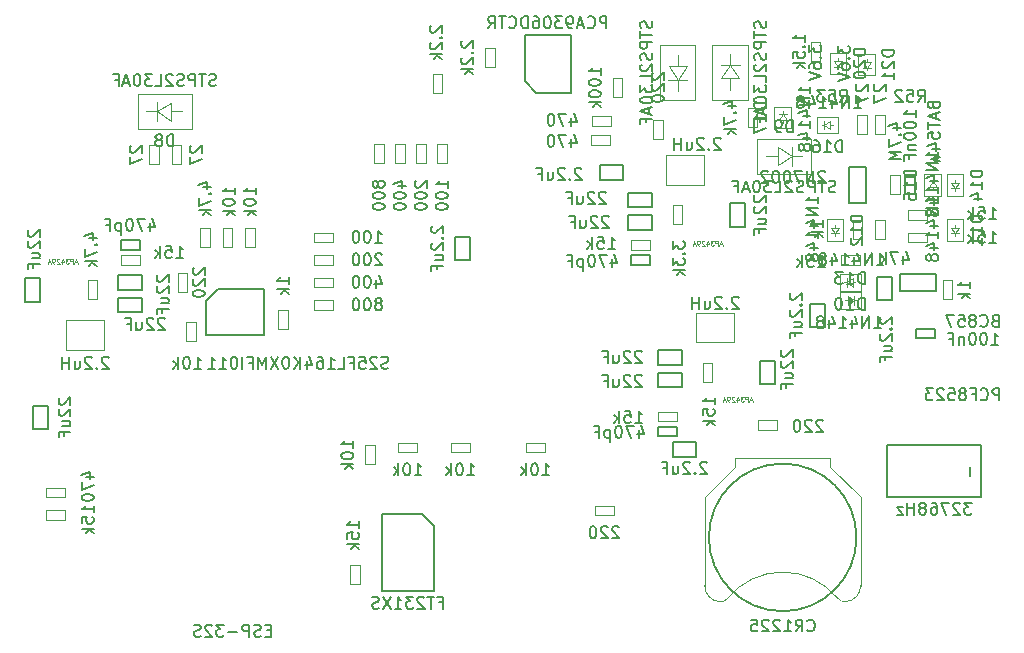
<source format=gbr>
G04 #@! TF.FileFunction,Other,Fab,Bot*
%FSLAX46Y46*%
G04 Gerber Fmt 4.6, Leading zero omitted, Abs format (unit mm)*
G04 Created by KiCad (PCBNEW 4.0.7+dfsg1-1) date Wed Oct  4 12:33:30 2017*
%MOMM*%
%LPD*%
G01*
G04 APERTURE LIST*
%ADD10C,0.100000*%
%ADD11C,0.150000*%
G04 APERTURE END LIST*
D10*
X154195000Y-64200000D02*
X154195000Y-68800000D01*
X154195000Y-68800000D02*
X157195000Y-68800000D01*
X157195000Y-64200000D02*
X154195000Y-64200000D01*
X157195000Y-64200000D02*
X157195000Y-68800000D01*
X155693980Y-67149440D02*
X155693980Y-68051140D01*
X155693980Y-65998820D02*
X155693980Y-65000600D01*
X156494080Y-67149440D02*
X154893880Y-67149440D01*
X154944680Y-65998820D02*
X156494080Y-65998820D01*
X155693980Y-67149440D02*
X154944680Y-65998820D01*
X155693980Y-67149440D02*
X156494080Y-65998820D01*
X153644000Y-72126000D02*
X154444000Y-72126000D01*
X153644000Y-70526000D02*
X153644000Y-72126000D01*
X154444000Y-70526000D02*
X153644000Y-70526000D01*
X154444000Y-72126000D02*
X154444000Y-70526000D01*
X160470000Y-89340000D02*
X160470000Y-86840000D01*
X157270000Y-89340000D02*
X160470000Y-89340000D01*
X157270000Y-86840000D02*
X157270000Y-89340000D01*
X160470000Y-86840000D02*
X157270000Y-86840000D01*
X157930000Y-76005000D02*
X157930000Y-73505000D01*
X154730000Y-76005000D02*
X157930000Y-76005000D01*
X154730000Y-73505000D02*
X154730000Y-76005000D01*
X157930000Y-73505000D02*
X154730000Y-73505000D01*
X103930000Y-87475000D02*
X103930000Y-89975000D01*
X107130000Y-87475000D02*
X103930000Y-87475000D01*
X107130000Y-89975000D02*
X107130000Y-87475000D01*
X103930000Y-89975000D02*
X107130000Y-89975000D01*
D11*
X101710000Y-83915000D02*
X100460000Y-83915000D01*
X101710000Y-85915000D02*
X101710000Y-83915000D01*
X100460000Y-85915000D02*
X101710000Y-85915000D01*
X100460000Y-83915000D02*
X100460000Y-85915000D01*
X154060000Y-90005000D02*
X154060000Y-91255000D01*
X156060000Y-90005000D02*
X154060000Y-90005000D01*
X156060000Y-91255000D02*
X156060000Y-90005000D01*
X154060000Y-91255000D02*
X156060000Y-91255000D01*
X154060000Y-91910000D02*
X154060000Y-93160000D01*
X156060000Y-91910000D02*
X154060000Y-91910000D01*
X156060000Y-93160000D02*
X156060000Y-91910000D01*
X154060000Y-93160000D02*
X156060000Y-93160000D01*
X162690000Y-92900000D02*
X163940000Y-92900000D01*
X162690000Y-90900000D02*
X162690000Y-92900000D01*
X163940000Y-90900000D02*
X162690000Y-90900000D01*
X163940000Y-92900000D02*
X163940000Y-90900000D01*
X151520000Y-78575000D02*
X151520000Y-79825000D01*
X153520000Y-78575000D02*
X151520000Y-78575000D01*
X153520000Y-79825000D02*
X153520000Y-78575000D01*
X151520000Y-79825000D02*
X153520000Y-79825000D01*
X151520000Y-76670000D02*
X151520000Y-77920000D01*
X153520000Y-76670000D02*
X151520000Y-76670000D01*
X153520000Y-77920000D02*
X153520000Y-76670000D01*
X151520000Y-77920000D02*
X153520000Y-77920000D01*
X160150000Y-79565000D02*
X161400000Y-79565000D01*
X160150000Y-77565000D02*
X160150000Y-79565000D01*
X161400000Y-77565000D02*
X160150000Y-77565000D01*
X161400000Y-79565000D02*
X161400000Y-77565000D01*
X110340000Y-84905000D02*
X110340000Y-83655000D01*
X108340000Y-84905000D02*
X110340000Y-84905000D01*
X108340000Y-83655000D02*
X108340000Y-84905000D01*
X110340000Y-83655000D02*
X108340000Y-83655000D01*
X110340000Y-86810000D02*
X110340000Y-85560000D01*
X108340000Y-86810000D02*
X110340000Y-86810000D01*
X108340000Y-85560000D02*
X108340000Y-86810000D01*
X110340000Y-85560000D02*
X108340000Y-85560000D01*
X172596000Y-85788000D02*
X173846000Y-85788000D01*
X172596000Y-83788000D02*
X172596000Y-85788000D01*
X173846000Y-83788000D02*
X172596000Y-83788000D01*
X173846000Y-85788000D02*
X173846000Y-83788000D01*
X177535000Y-83580000D02*
X174495000Y-83580000D01*
X174495000Y-84980000D02*
X174495000Y-83580000D01*
X177535000Y-84980000D02*
X177535000Y-83580000D01*
X177535000Y-84980000D02*
X174495000Y-84980000D01*
X170235000Y-74505000D02*
X170235000Y-77545000D01*
X171635000Y-77545000D02*
X170235000Y-77545000D01*
X171635000Y-74505000D02*
X170235000Y-74505000D01*
X171635000Y-74505000D02*
X171635000Y-77545000D01*
X154060000Y-96510000D02*
X154060000Y-97310000D01*
X155660000Y-96510000D02*
X154060000Y-96510000D01*
X155660000Y-97310000D02*
X155660000Y-96510000D01*
X154060000Y-97310000D02*
X155660000Y-97310000D01*
X151720000Y-81975000D02*
X151720000Y-82775000D01*
X153320000Y-81975000D02*
X151720000Y-81975000D01*
X153320000Y-82775000D02*
X153320000Y-81975000D01*
X151720000Y-82775000D02*
X153320000Y-82775000D01*
X110140000Y-81505000D02*
X110140000Y-80705000D01*
X108540000Y-81505000D02*
X110140000Y-81505000D01*
X108540000Y-80705000D02*
X108540000Y-81505000D01*
X110140000Y-80705000D02*
X108540000Y-80705000D01*
X175780000Y-75225000D02*
X174980000Y-75225000D01*
X175780000Y-76825000D02*
X175780000Y-75225000D01*
X174980000Y-76825000D02*
X175780000Y-76825000D01*
X174980000Y-75225000D02*
X174980000Y-76825000D01*
D10*
X169500000Y-81975000D02*
X169500000Y-82775000D01*
X171100000Y-81975000D02*
X169500000Y-81975000D01*
X171100000Y-82775000D02*
X171100000Y-81975000D01*
X169500000Y-82775000D02*
X171100000Y-82775000D01*
X172440000Y-80635000D02*
X173240000Y-80635000D01*
X172440000Y-79035000D02*
X172440000Y-80635000D01*
X173240000Y-79035000D02*
X172440000Y-79035000D01*
X173240000Y-80635000D02*
X173240000Y-79035000D01*
X176815000Y-80870000D02*
X176815000Y-80070000D01*
X175215000Y-80870000D02*
X176815000Y-80870000D01*
X175215000Y-80070000D02*
X175215000Y-80870000D01*
X176815000Y-80070000D02*
X175215000Y-80070000D01*
X174510000Y-75225000D02*
X173710000Y-75225000D01*
X174510000Y-76825000D02*
X174510000Y-75225000D01*
X173710000Y-76825000D02*
X174510000Y-76825000D01*
X173710000Y-75225000D02*
X173710000Y-76825000D01*
X178955000Y-84115000D02*
X178155000Y-84115000D01*
X178955000Y-85715000D02*
X178955000Y-84115000D01*
X178155000Y-85715000D02*
X178955000Y-85715000D01*
X178155000Y-84115000D02*
X178155000Y-85715000D01*
X114185000Y-83480000D02*
X113385000Y-83480000D01*
X114185000Y-85080000D02*
X114185000Y-83480000D01*
X113385000Y-85080000D02*
X114185000Y-85080000D01*
X113385000Y-83480000D02*
X113385000Y-85080000D01*
X170535000Y-80635000D02*
X171335000Y-80635000D01*
X170535000Y-79035000D02*
X170535000Y-80635000D01*
X171335000Y-79035000D02*
X170535000Y-79035000D01*
X171335000Y-80635000D02*
X171335000Y-79035000D01*
X128790000Y-108245000D02*
X127990000Y-108245000D01*
X128790000Y-109845000D02*
X128790000Y-108245000D01*
X127990000Y-109845000D02*
X128790000Y-109845000D01*
X127990000Y-108245000D02*
X127990000Y-109845000D01*
X150272000Y-103984000D02*
X150272000Y-103184000D01*
X148672000Y-103984000D02*
X150272000Y-103984000D01*
X148672000Y-103184000D02*
X148672000Y-103984000D01*
X150272000Y-103184000D02*
X148672000Y-103184000D01*
X176815000Y-78965000D02*
X176815000Y-78165000D01*
X175215000Y-78965000D02*
X176815000Y-78965000D01*
X175215000Y-78165000D02*
X175215000Y-78965000D01*
X176815000Y-78165000D02*
X175215000Y-78165000D01*
X154060000Y-95240000D02*
X154060000Y-96040000D01*
X155660000Y-95240000D02*
X154060000Y-95240000D01*
X155660000Y-96040000D02*
X155660000Y-95240000D01*
X154060000Y-96040000D02*
X155660000Y-96040000D01*
X110140000Y-82775000D02*
X110140000Y-81975000D01*
X108540000Y-82775000D02*
X110140000Y-82775000D01*
X108540000Y-81975000D02*
X108540000Y-82775000D01*
X110140000Y-81975000D02*
X108540000Y-81975000D01*
X151720000Y-80705000D02*
X151720000Y-81505000D01*
X153320000Y-80705000D02*
X151720000Y-80705000D01*
X153320000Y-81505000D02*
X153320000Y-80705000D01*
X151720000Y-81505000D02*
X153320000Y-81505000D01*
X158635000Y-91100000D02*
X157835000Y-91100000D01*
X158635000Y-92700000D02*
X158635000Y-91100000D01*
X157835000Y-92700000D02*
X158635000Y-92700000D01*
X157835000Y-91100000D02*
X157835000Y-92700000D01*
X105765000Y-85715000D02*
X106565000Y-85715000D01*
X105765000Y-84115000D02*
X105765000Y-85715000D01*
X106565000Y-84115000D02*
X105765000Y-84115000D01*
X106565000Y-85715000D02*
X106565000Y-84115000D01*
X156095000Y-77765000D02*
X155295000Y-77765000D01*
X156095000Y-79365000D02*
X156095000Y-77765000D01*
X155295000Y-79365000D02*
X156095000Y-79365000D01*
X155295000Y-77765000D02*
X155295000Y-79365000D01*
X126482000Y-86585000D02*
X126482000Y-85785000D01*
X124882000Y-86585000D02*
X126482000Y-86585000D01*
X124882000Y-85785000D02*
X124882000Y-86585000D01*
X126482000Y-85785000D02*
X124882000Y-85785000D01*
X126482000Y-84679000D02*
X126482000Y-83879000D01*
X124882000Y-84679000D02*
X126482000Y-84679000D01*
X124882000Y-83879000D02*
X124882000Y-84679000D01*
X126482000Y-83879000D02*
X124882000Y-83879000D01*
X126482000Y-82775000D02*
X126482000Y-81975000D01*
X124882000Y-82775000D02*
X126482000Y-82775000D01*
X124882000Y-81975000D02*
X124882000Y-82775000D01*
X126482000Y-81975000D02*
X124882000Y-81975000D01*
X126482000Y-80870000D02*
X126482000Y-80070000D01*
X124882000Y-80870000D02*
X126482000Y-80870000D01*
X124882000Y-80070000D02*
X124882000Y-80870000D01*
X126482000Y-80070000D02*
X124882000Y-80070000D01*
X130022000Y-74158000D02*
X130822000Y-74158000D01*
X130022000Y-72558000D02*
X130022000Y-74158000D01*
X130822000Y-72558000D02*
X130022000Y-72558000D01*
X130822000Y-74158000D02*
X130822000Y-72558000D01*
X131800000Y-74158000D02*
X132600000Y-74158000D01*
X131800000Y-72558000D02*
X131800000Y-74158000D01*
X132600000Y-72558000D02*
X131800000Y-72558000D01*
X132600000Y-74158000D02*
X132600000Y-72558000D01*
X133578000Y-74158000D02*
X134378000Y-74158000D01*
X133578000Y-72558000D02*
X133578000Y-74158000D01*
X134378000Y-72558000D02*
X133578000Y-72558000D01*
X134378000Y-74158000D02*
X134378000Y-72558000D01*
X135356000Y-74158000D02*
X136156000Y-74158000D01*
X135356000Y-72558000D02*
X135356000Y-74158000D01*
X136156000Y-72558000D02*
X135356000Y-72558000D01*
X136156000Y-74158000D02*
X136156000Y-72558000D01*
D11*
X115780000Y-85870000D02*
X115780000Y-88770000D01*
X115780000Y-88770000D02*
X120680000Y-88770000D01*
X120680000Y-88770000D02*
X120680000Y-84870000D01*
X120680000Y-84870000D02*
X116780000Y-84870000D01*
X116780000Y-84870000D02*
X115780000Y-85870000D01*
X175850000Y-88198000D02*
X175850000Y-88998000D01*
X177450000Y-88198000D02*
X175850000Y-88198000D01*
X177450000Y-88998000D02*
X177450000Y-88198000D01*
X175850000Y-88998000D02*
X177450000Y-88998000D01*
X143730000Y-68250000D02*
X146630000Y-68250000D01*
X146630000Y-68250000D02*
X146630000Y-63350000D01*
X146630000Y-63350000D02*
X142730000Y-63350000D01*
X142730000Y-63350000D02*
X142730000Y-67250000D01*
X142730000Y-67250000D02*
X143730000Y-68250000D01*
D10*
X161645000Y-71110000D02*
X162445000Y-71110000D01*
X161645000Y-69510000D02*
X161645000Y-71110000D01*
X162445000Y-69510000D02*
X161645000Y-69510000D01*
X162445000Y-71110000D02*
X162445000Y-69510000D01*
X139420000Y-66030000D02*
X140220000Y-66030000D01*
X139420000Y-64430000D02*
X139420000Y-66030000D01*
X140220000Y-64430000D02*
X139420000Y-64430000D01*
X140220000Y-66030000D02*
X140220000Y-64430000D01*
X134975000Y-68232000D02*
X135775000Y-68232000D01*
X134975000Y-66632000D02*
X134975000Y-68232000D01*
X135775000Y-66632000D02*
X134975000Y-66632000D01*
X135775000Y-68232000D02*
X135775000Y-66632000D01*
X150215000Y-68570000D02*
X151015000Y-68570000D01*
X150215000Y-66970000D02*
X150215000Y-68570000D01*
X151015000Y-66970000D02*
X150215000Y-66970000D01*
X151015000Y-68570000D02*
X151015000Y-66970000D01*
X149975000Y-72615000D02*
X149975000Y-71815000D01*
X148375000Y-72615000D02*
X149975000Y-72615000D01*
X148375000Y-71815000D02*
X148375000Y-72615000D01*
X149975000Y-71815000D02*
X148375000Y-71815000D01*
X150080000Y-71000000D02*
X150080000Y-70200000D01*
X148480000Y-71000000D02*
X150080000Y-71000000D01*
X148480000Y-70200000D02*
X148480000Y-71000000D01*
X150080000Y-70200000D02*
X148480000Y-70200000D01*
D11*
X134035000Y-103890000D02*
X130635000Y-103890000D01*
X130635000Y-103890000D02*
X130635000Y-110390000D01*
X130635000Y-110390000D02*
X135035000Y-110390000D01*
X135035000Y-110390000D02*
X135035000Y-104890000D01*
X135035000Y-104890000D02*
X134035000Y-103890000D01*
D10*
X119900000Y-79670000D02*
X119100000Y-79670000D01*
X119900000Y-81270000D02*
X119900000Y-79670000D01*
X119100000Y-81270000D02*
X119900000Y-81270000D01*
X119100000Y-79670000D02*
X119100000Y-81270000D01*
X114080000Y-89200000D02*
X114880000Y-89200000D01*
X114080000Y-87600000D02*
X114080000Y-89200000D01*
X114880000Y-87600000D02*
X114080000Y-87600000D01*
X114880000Y-89200000D02*
X114880000Y-87600000D01*
X129260000Y-99685000D02*
X130060000Y-99685000D01*
X129260000Y-98085000D02*
X129260000Y-99685000D01*
X130060000Y-98085000D02*
X129260000Y-98085000D01*
X130060000Y-99685000D02*
X130060000Y-98085000D01*
X117995000Y-79670000D02*
X117195000Y-79670000D01*
X117995000Y-81270000D02*
X117995000Y-79670000D01*
X117195000Y-81270000D02*
X117995000Y-81270000D01*
X117195000Y-79670000D02*
X117195000Y-81270000D01*
X122680000Y-86600000D02*
X121880000Y-86600000D01*
X122680000Y-88200000D02*
X122680000Y-86600000D01*
X121880000Y-88200000D02*
X122680000Y-88200000D01*
X121880000Y-86600000D02*
X121880000Y-88200000D01*
X116090000Y-79670000D02*
X115290000Y-79670000D01*
X116090000Y-81270000D02*
X116090000Y-79670000D01*
X115290000Y-81270000D02*
X116090000Y-81270000D01*
X115290000Y-79670000D02*
X115290000Y-81270000D01*
X144430000Y-98650000D02*
X144430000Y-97850000D01*
X142830000Y-98650000D02*
X144430000Y-98650000D01*
X142830000Y-97850000D02*
X142830000Y-98650000D01*
X144430000Y-97850000D02*
X142830000Y-97850000D01*
X138080000Y-98650000D02*
X138080000Y-97850000D01*
X136480000Y-98650000D02*
X138080000Y-98650000D01*
X136480000Y-97850000D02*
X136480000Y-98650000D01*
X138080000Y-97850000D02*
X136480000Y-97850000D01*
X133635000Y-98650000D02*
X133635000Y-97850000D01*
X132035000Y-98650000D02*
X133635000Y-98650000D01*
X132035000Y-97850000D02*
X132035000Y-98650000D01*
X133635000Y-97850000D02*
X132035000Y-97850000D01*
X102190000Y-103565000D02*
X102190000Y-104365000D01*
X103790000Y-103565000D02*
X102190000Y-103565000D01*
X103790000Y-104365000D02*
X103790000Y-103565000D01*
X102190000Y-104365000D02*
X103790000Y-104365000D01*
X102190000Y-101660000D02*
X102190000Y-102460000D01*
X103790000Y-101660000D02*
X102190000Y-101660000D01*
X103790000Y-102460000D02*
X103790000Y-101660000D01*
X102190000Y-102460000D02*
X103790000Y-102460000D01*
D11*
X166881000Y-88074000D02*
X168131000Y-88074000D01*
X166881000Y-86074000D02*
X166881000Y-88074000D01*
X168131000Y-86074000D02*
X166881000Y-86074000D01*
X168131000Y-88074000D02*
X168131000Y-86074000D01*
D10*
X164115000Y-96745000D02*
X164115000Y-95945000D01*
X162515000Y-96745000D02*
X164115000Y-96745000D01*
X162515000Y-95945000D02*
X162515000Y-96745000D01*
X164115000Y-95945000D02*
X162515000Y-95945000D01*
X166979000Y-65522000D02*
X167779000Y-65522000D01*
X166979000Y-63922000D02*
X166979000Y-65522000D01*
X167779000Y-63922000D02*
X166979000Y-63922000D01*
X167779000Y-65522000D02*
X167779000Y-63922000D01*
D11*
X155280000Y-97775000D02*
X155280000Y-99025000D01*
X157280000Y-97775000D02*
X155280000Y-97775000D01*
X157280000Y-99025000D02*
X157280000Y-97775000D01*
X155280000Y-99025000D02*
X157280000Y-99025000D01*
X136855000Y-82400000D02*
X138105000Y-82400000D01*
X136855000Y-80400000D02*
X136855000Y-82400000D01*
X138105000Y-80400000D02*
X136855000Y-80400000D01*
X138105000Y-82400000D02*
X138105000Y-80400000D01*
X151080000Y-75625000D02*
X151080000Y-74375000D01*
X149080000Y-75625000D02*
X151080000Y-75625000D01*
X149080000Y-74375000D02*
X149080000Y-75625000D01*
X151080000Y-74375000D02*
X149080000Y-74375000D01*
X102345000Y-94710000D02*
X101095000Y-94710000D01*
X102345000Y-96710000D02*
X102345000Y-94710000D01*
X101095000Y-96710000D02*
X102345000Y-96710000D01*
X101095000Y-94710000D02*
X101095000Y-96710000D01*
D10*
X112877000Y-74285000D02*
X113677000Y-74285000D01*
X112877000Y-72685000D02*
X112877000Y-74285000D01*
X113677000Y-72685000D02*
X112877000Y-72685000D01*
X113677000Y-74285000D02*
X113677000Y-72685000D01*
X110972000Y-74285000D02*
X111772000Y-74285000D01*
X110972000Y-72685000D02*
X110972000Y-74285000D01*
X111772000Y-72685000D02*
X110972000Y-72685000D01*
X111772000Y-74285000D02*
X111772000Y-72685000D01*
X172440000Y-71745000D02*
X173240000Y-71745000D01*
X172440000Y-70145000D02*
X172440000Y-71745000D01*
X173240000Y-70145000D02*
X172440000Y-70145000D01*
X173240000Y-71745000D02*
X173240000Y-70145000D01*
X170916000Y-71745000D02*
X171716000Y-71745000D01*
X170916000Y-70145000D02*
X170916000Y-71745000D01*
X171716000Y-70145000D02*
X170916000Y-70145000D01*
X171716000Y-71745000D02*
X171716000Y-70145000D01*
D11*
X170835000Y-105870000D02*
G75*
G03X170835000Y-105870000I-6250000J0D01*
G01*
D10*
X159206987Y-111317558D02*
G75*
G03X159985000Y-110970000I88013J847558D01*
G01*
X169963013Y-111317558D02*
G75*
G02X169185000Y-110970000I-88013J847558D01*
G01*
X159977095Y-110979589D02*
G75*
G02X169185000Y-110970000I4607905J-3790411D01*
G01*
X157985000Y-109920000D02*
G75*
G03X159285000Y-111320000I1350000J-50000D01*
G01*
X171185000Y-109920000D02*
G75*
G02X169885000Y-111320000I-1350000J-50000D01*
G01*
X157985000Y-102470000D02*
X157985000Y-109970000D01*
X171185000Y-102470000D02*
X171185000Y-109970000D01*
X160585000Y-99870000D02*
X157985000Y-102470000D01*
X168585000Y-99870000D02*
X171185000Y-102470000D01*
X160585000Y-99170000D02*
X160585000Y-99870000D01*
X168585000Y-99170000D02*
X168585000Y-99870000D01*
X168585000Y-99170000D02*
X160585000Y-99170000D01*
D11*
X181412000Y-98082000D02*
X181412000Y-102482000D01*
X173412000Y-98082000D02*
X181412000Y-98082000D01*
X173412000Y-102482000D02*
X173412000Y-98082000D01*
X181412000Y-102482000D02*
X173412000Y-102482000D01*
X180412000Y-99882000D02*
X180412000Y-100682000D01*
D10*
X177285000Y-76225000D02*
X177285000Y-76475000D01*
X177635000Y-76225000D02*
X177285000Y-75725000D01*
X176935000Y-76225000D02*
X177635000Y-76225000D01*
X177285000Y-75725000D02*
X176935000Y-76225000D01*
X177285000Y-75725000D02*
X177285000Y-75525000D01*
X176935000Y-75725000D02*
X177635000Y-75725000D01*
X177985000Y-75125000D02*
X176585000Y-75125000D01*
X177985000Y-76925000D02*
X177985000Y-75125000D01*
X176585000Y-76925000D02*
X177985000Y-76925000D01*
X176585000Y-75125000D02*
X176585000Y-76925000D01*
X170500000Y-84280000D02*
X170750000Y-84280000D01*
X170500000Y-83930000D02*
X170000000Y-84280000D01*
X170500000Y-84630000D02*
X170500000Y-83930000D01*
X170000000Y-84280000D02*
X170500000Y-84630000D01*
X170000000Y-84280000D02*
X169800000Y-84280000D01*
X170000000Y-84630000D02*
X170000000Y-83930000D01*
X169400000Y-83580000D02*
X169400000Y-84980000D01*
X171200000Y-83580000D02*
X169400000Y-83580000D01*
X171200000Y-84980000D02*
X171200000Y-83580000D01*
X169400000Y-84980000D02*
X171200000Y-84980000D01*
X179190000Y-79635000D02*
X179190000Y-79385000D01*
X178840000Y-79635000D02*
X179190000Y-80135000D01*
X179540000Y-79635000D02*
X178840000Y-79635000D01*
X179190000Y-80135000D02*
X179540000Y-79635000D01*
X179190000Y-80135000D02*
X179190000Y-80335000D01*
X179540000Y-80135000D02*
X178840000Y-80135000D01*
X178490000Y-80735000D02*
X179890000Y-80735000D01*
X178490000Y-78935000D02*
X178490000Y-80735000D01*
X179890000Y-78935000D02*
X178490000Y-78935000D01*
X179890000Y-80735000D02*
X179890000Y-78935000D01*
X169030000Y-79635000D02*
X169030000Y-79385000D01*
X168680000Y-79635000D02*
X169030000Y-80135000D01*
X169380000Y-79635000D02*
X168680000Y-79635000D01*
X169030000Y-80135000D02*
X169380000Y-79635000D01*
X169030000Y-80135000D02*
X169030000Y-80335000D01*
X169380000Y-80135000D02*
X168680000Y-80135000D01*
X168330000Y-80735000D02*
X169730000Y-80735000D01*
X168330000Y-78935000D02*
X168330000Y-80735000D01*
X169730000Y-78935000D02*
X168330000Y-78935000D01*
X169730000Y-80735000D02*
X169730000Y-78935000D01*
X170100000Y-85804000D02*
X169850000Y-85804000D01*
X170100000Y-86154000D02*
X170600000Y-85804000D01*
X170100000Y-85454000D02*
X170100000Y-86154000D01*
X170600000Y-85804000D02*
X170100000Y-85454000D01*
X170600000Y-85804000D02*
X170800000Y-85804000D01*
X170600000Y-85454000D02*
X170600000Y-86154000D01*
X171200000Y-86504000D02*
X171200000Y-85104000D01*
X169400000Y-86504000D02*
X171200000Y-86504000D01*
X169400000Y-85104000D02*
X169400000Y-86504000D01*
X171200000Y-85104000D02*
X169400000Y-85104000D01*
X179190000Y-75825000D02*
X179190000Y-75575000D01*
X178840000Y-75825000D02*
X179190000Y-76325000D01*
X179540000Y-75825000D02*
X178840000Y-75825000D01*
X179190000Y-76325000D02*
X179540000Y-75825000D01*
X179190000Y-76325000D02*
X179190000Y-76525000D01*
X179540000Y-76325000D02*
X178840000Y-76325000D01*
X178490000Y-76925000D02*
X179890000Y-76925000D01*
X178490000Y-75125000D02*
X178490000Y-76925000D01*
X179890000Y-75125000D02*
X178490000Y-75125000D01*
X179890000Y-76925000D02*
X179890000Y-75125000D01*
X168595000Y-70945000D02*
X168845000Y-70945000D01*
X168595000Y-70595000D02*
X168095000Y-70945000D01*
X168595000Y-71295000D02*
X168595000Y-70595000D01*
X168095000Y-70945000D02*
X168595000Y-71295000D01*
X168095000Y-70945000D02*
X167895000Y-70945000D01*
X168095000Y-71295000D02*
X168095000Y-70595000D01*
X167495000Y-70245000D02*
X167495000Y-71645000D01*
X169295000Y-70245000D02*
X167495000Y-70245000D01*
X169295000Y-71645000D02*
X169295000Y-70245000D01*
X167495000Y-71645000D02*
X169295000Y-71645000D01*
X164585000Y-70510000D02*
X164585000Y-70760000D01*
X164935000Y-70510000D02*
X164585000Y-70010000D01*
X164235000Y-70510000D02*
X164935000Y-70510000D01*
X164585000Y-70010000D02*
X164235000Y-70510000D01*
X164585000Y-70010000D02*
X164585000Y-69810000D01*
X164235000Y-70010000D02*
X164935000Y-70010000D01*
X165285000Y-69410000D02*
X163885000Y-69410000D01*
X165285000Y-71210000D02*
X165285000Y-69410000D01*
X163885000Y-71210000D02*
X165285000Y-71210000D01*
X163885000Y-69410000D02*
X163885000Y-71210000D01*
X169284000Y-65538000D02*
X169284000Y-65288000D01*
X168934000Y-65538000D02*
X169284000Y-66038000D01*
X169634000Y-65538000D02*
X168934000Y-65538000D01*
X169284000Y-66038000D02*
X169634000Y-65538000D01*
X169284000Y-66038000D02*
X169284000Y-66238000D01*
X169634000Y-66038000D02*
X168934000Y-66038000D01*
X168584000Y-66638000D02*
X169984000Y-66638000D01*
X168584000Y-64838000D02*
X168584000Y-66638000D01*
X169984000Y-64838000D02*
X168584000Y-64838000D01*
X169984000Y-66638000D02*
X169984000Y-64838000D01*
X171697000Y-65631000D02*
X171697000Y-65381000D01*
X171347000Y-65631000D02*
X171697000Y-66131000D01*
X172047000Y-65631000D02*
X171347000Y-65631000D01*
X171697000Y-66131000D02*
X172047000Y-65631000D01*
X171697000Y-66131000D02*
X171697000Y-66331000D01*
X172047000Y-66131000D02*
X171347000Y-66131000D01*
X170997000Y-66731000D02*
X172397000Y-66731000D01*
X170997000Y-64931000D02*
X170997000Y-66731000D01*
X172397000Y-64931000D02*
X170997000Y-64931000D01*
X172397000Y-66731000D02*
X172397000Y-64931000D01*
X114561000Y-68302000D02*
X109961000Y-68302000D01*
X109961000Y-68302000D02*
X109961000Y-71302000D01*
X114561000Y-71302000D02*
X114561000Y-68302000D01*
X114561000Y-71302000D02*
X109961000Y-71302000D01*
X111611560Y-69800980D02*
X110709860Y-69800980D01*
X112762180Y-69800980D02*
X113760400Y-69800980D01*
X111611560Y-70601080D02*
X111611560Y-69000880D01*
X112762180Y-69051680D02*
X112762180Y-70601080D01*
X111611560Y-69800980D02*
X112762180Y-69051680D01*
X111611560Y-69800980D02*
X112762180Y-70601080D01*
X162412000Y-75112000D02*
X167012000Y-75112000D01*
X167012000Y-75112000D02*
X167012000Y-72112000D01*
X162412000Y-72112000D02*
X162412000Y-75112000D01*
X162412000Y-72112000D02*
X167012000Y-72112000D01*
X165361440Y-73613020D02*
X166263140Y-73613020D01*
X164210820Y-73613020D02*
X163212600Y-73613020D01*
X165361440Y-72812920D02*
X165361440Y-74413120D01*
X164210820Y-74362320D02*
X164210820Y-72812920D01*
X165361440Y-73613020D02*
X164210820Y-74362320D01*
X165361440Y-73613020D02*
X164210820Y-72812920D01*
X161640000Y-68800000D02*
X161640000Y-64200000D01*
X161640000Y-64200000D02*
X158640000Y-64200000D01*
X158640000Y-68800000D02*
X161640000Y-68800000D01*
X158640000Y-68800000D02*
X158640000Y-64200000D01*
X160141020Y-65850560D02*
X160141020Y-64948860D01*
X160141020Y-67001180D02*
X160141020Y-67999400D01*
X159340920Y-65850560D02*
X160941120Y-65850560D01*
X160890320Y-67001180D02*
X159340920Y-67001180D01*
X160141020Y-65850560D02*
X160890320Y-67001180D01*
X160141020Y-65850560D02*
X159340920Y-67001180D01*
D11*
X153499762Y-62166666D02*
X153547381Y-62309523D01*
X153547381Y-62547619D01*
X153499762Y-62642857D01*
X153452143Y-62690476D01*
X153356905Y-62738095D01*
X153261667Y-62738095D01*
X153166429Y-62690476D01*
X153118810Y-62642857D01*
X153071190Y-62547619D01*
X153023571Y-62357142D01*
X152975952Y-62261904D01*
X152928333Y-62214285D01*
X152833095Y-62166666D01*
X152737857Y-62166666D01*
X152642619Y-62214285D01*
X152595000Y-62261904D01*
X152547381Y-62357142D01*
X152547381Y-62595238D01*
X152595000Y-62738095D01*
X152547381Y-63023809D02*
X152547381Y-63595238D01*
X153547381Y-63309523D02*
X152547381Y-63309523D01*
X153547381Y-63928571D02*
X152547381Y-63928571D01*
X152547381Y-64309524D01*
X152595000Y-64404762D01*
X152642619Y-64452381D01*
X152737857Y-64500000D01*
X152880714Y-64500000D01*
X152975952Y-64452381D01*
X153023571Y-64404762D01*
X153071190Y-64309524D01*
X153071190Y-63928571D01*
X153499762Y-64880952D02*
X153547381Y-65023809D01*
X153547381Y-65261905D01*
X153499762Y-65357143D01*
X153452143Y-65404762D01*
X153356905Y-65452381D01*
X153261667Y-65452381D01*
X153166429Y-65404762D01*
X153118810Y-65357143D01*
X153071190Y-65261905D01*
X153023571Y-65071428D01*
X152975952Y-64976190D01*
X152928333Y-64928571D01*
X152833095Y-64880952D01*
X152737857Y-64880952D01*
X152642619Y-64928571D01*
X152595000Y-64976190D01*
X152547381Y-65071428D01*
X152547381Y-65309524D01*
X152595000Y-65452381D01*
X152642619Y-65833333D02*
X152595000Y-65880952D01*
X152547381Y-65976190D01*
X152547381Y-66214286D01*
X152595000Y-66309524D01*
X152642619Y-66357143D01*
X152737857Y-66404762D01*
X152833095Y-66404762D01*
X152975952Y-66357143D01*
X153547381Y-65785714D01*
X153547381Y-66404762D01*
X153547381Y-67309524D02*
X153547381Y-66833333D01*
X152547381Y-66833333D01*
X152547381Y-67547619D02*
X152547381Y-68166667D01*
X152928333Y-67833333D01*
X152928333Y-67976191D01*
X152975952Y-68071429D01*
X153023571Y-68119048D01*
X153118810Y-68166667D01*
X153356905Y-68166667D01*
X153452143Y-68119048D01*
X153499762Y-68071429D01*
X153547381Y-67976191D01*
X153547381Y-67690476D01*
X153499762Y-67595238D01*
X153452143Y-67547619D01*
X152547381Y-68785714D02*
X152547381Y-68880953D01*
X152595000Y-68976191D01*
X152642619Y-69023810D01*
X152737857Y-69071429D01*
X152928333Y-69119048D01*
X153166429Y-69119048D01*
X153356905Y-69071429D01*
X153452143Y-69023810D01*
X153499762Y-68976191D01*
X153547381Y-68880953D01*
X153547381Y-68785714D01*
X153499762Y-68690476D01*
X153452143Y-68642857D01*
X153356905Y-68595238D01*
X153166429Y-68547619D01*
X152928333Y-68547619D01*
X152737857Y-68595238D01*
X152642619Y-68642857D01*
X152595000Y-68690476D01*
X152547381Y-68785714D01*
X153261667Y-69500000D02*
X153261667Y-69976191D01*
X153547381Y-69404762D02*
X152547381Y-69738095D01*
X153547381Y-70071429D01*
X153023571Y-70738096D02*
X153023571Y-70404762D01*
X153547381Y-70404762D02*
X152547381Y-70404762D01*
X152547381Y-70880953D01*
X153591619Y-66531905D02*
X153544000Y-66579524D01*
X153496381Y-66674762D01*
X153496381Y-66912858D01*
X153544000Y-67008096D01*
X153591619Y-67055715D01*
X153686857Y-67103334D01*
X153782095Y-67103334D01*
X153924952Y-67055715D01*
X154496381Y-66484286D01*
X154496381Y-67103334D01*
X153591619Y-67484286D02*
X153544000Y-67531905D01*
X153496381Y-67627143D01*
X153496381Y-67865239D01*
X153544000Y-67960477D01*
X153591619Y-68008096D01*
X153686857Y-68055715D01*
X153782095Y-68055715D01*
X153924952Y-68008096D01*
X154496381Y-67436667D01*
X154496381Y-68055715D01*
X153496381Y-68674762D02*
X153496381Y-68770001D01*
X153544000Y-68865239D01*
X153591619Y-68912858D01*
X153686857Y-68960477D01*
X153877333Y-69008096D01*
X154115429Y-69008096D01*
X154305905Y-68960477D01*
X154401143Y-68912858D01*
X154448762Y-68865239D01*
X154496381Y-68770001D01*
X154496381Y-68674762D01*
X154448762Y-68579524D01*
X154401143Y-68531905D01*
X154305905Y-68484286D01*
X154115429Y-68436667D01*
X153877333Y-68436667D01*
X153686857Y-68484286D01*
X153591619Y-68531905D01*
X153544000Y-68579524D01*
X153496381Y-68674762D01*
X160846190Y-85605619D02*
X160798571Y-85558000D01*
X160703333Y-85510381D01*
X160465237Y-85510381D01*
X160369999Y-85558000D01*
X160322380Y-85605619D01*
X160274761Y-85700857D01*
X160274761Y-85796095D01*
X160322380Y-85938952D01*
X160893809Y-86510381D01*
X160274761Y-86510381D01*
X159846190Y-86415143D02*
X159798571Y-86462762D01*
X159846190Y-86510381D01*
X159893809Y-86462762D01*
X159846190Y-86415143D01*
X159846190Y-86510381D01*
X159417619Y-85605619D02*
X159370000Y-85558000D01*
X159274762Y-85510381D01*
X159036666Y-85510381D01*
X158941428Y-85558000D01*
X158893809Y-85605619D01*
X158846190Y-85700857D01*
X158846190Y-85796095D01*
X158893809Y-85938952D01*
X159465238Y-86510381D01*
X158846190Y-86510381D01*
X157989047Y-85843714D02*
X157989047Y-86510381D01*
X158417619Y-85843714D02*
X158417619Y-86367524D01*
X158370000Y-86462762D01*
X158274762Y-86510381D01*
X158131904Y-86510381D01*
X158036666Y-86462762D01*
X157989047Y-86415143D01*
X157512857Y-86510381D02*
X157512857Y-85510381D01*
X157512857Y-85986571D02*
X156941428Y-85986571D01*
X156941428Y-86510381D02*
X156941428Y-85510381D01*
D10*
X162003571Y-94252667D02*
X161813094Y-94252667D01*
X162041666Y-94366952D02*
X161908332Y-93966952D01*
X161774999Y-94366952D01*
X161641666Y-94366952D02*
X161641666Y-93966952D01*
X161489285Y-93966952D01*
X161451190Y-93986000D01*
X161432142Y-94005048D01*
X161413094Y-94043143D01*
X161413094Y-94100286D01*
X161432142Y-94138381D01*
X161451190Y-94157429D01*
X161489285Y-94176476D01*
X161641666Y-94176476D01*
X161279761Y-93966952D02*
X161032142Y-93966952D01*
X161165475Y-94119333D01*
X161108333Y-94119333D01*
X161070237Y-94138381D01*
X161051190Y-94157429D01*
X161032142Y-94195524D01*
X161032142Y-94290762D01*
X161051190Y-94328857D01*
X161070237Y-94347905D01*
X161108333Y-94366952D01*
X161222618Y-94366952D01*
X161260714Y-94347905D01*
X161279761Y-94328857D01*
X160689285Y-94100286D02*
X160689285Y-94366952D01*
X160784523Y-93947905D02*
X160879762Y-94233619D01*
X160632142Y-94233619D01*
X160498810Y-94005048D02*
X160479762Y-93986000D01*
X160441667Y-93966952D01*
X160346429Y-93966952D01*
X160308333Y-93986000D01*
X160289286Y-94005048D01*
X160270238Y-94043143D01*
X160270238Y-94081238D01*
X160289286Y-94138381D01*
X160517857Y-94366952D01*
X160270238Y-94366952D01*
X160079762Y-94366952D02*
X160003572Y-94366952D01*
X159965477Y-94347905D01*
X159946429Y-94328857D01*
X159908334Y-94271714D01*
X159889286Y-94195524D01*
X159889286Y-94043143D01*
X159908334Y-94005048D01*
X159927381Y-93986000D01*
X159965477Y-93966952D01*
X160041667Y-93966952D01*
X160079762Y-93986000D01*
X160098810Y-94005048D01*
X160117858Y-94043143D01*
X160117858Y-94138381D01*
X160098810Y-94176476D01*
X160079762Y-94195524D01*
X160041667Y-94214571D01*
X159965477Y-94214571D01*
X159927381Y-94195524D01*
X159908334Y-94176476D01*
X159889286Y-94138381D01*
X159736906Y-94252667D02*
X159546429Y-94252667D01*
X159775001Y-94366952D02*
X159641667Y-93966952D01*
X159508334Y-94366952D01*
D11*
X159322190Y-72143619D02*
X159274571Y-72096000D01*
X159179333Y-72048381D01*
X158941237Y-72048381D01*
X158845999Y-72096000D01*
X158798380Y-72143619D01*
X158750761Y-72238857D01*
X158750761Y-72334095D01*
X158798380Y-72476952D01*
X159369809Y-73048381D01*
X158750761Y-73048381D01*
X158322190Y-72953143D02*
X158274571Y-73000762D01*
X158322190Y-73048381D01*
X158369809Y-73000762D01*
X158322190Y-72953143D01*
X158322190Y-73048381D01*
X157893619Y-72143619D02*
X157846000Y-72096000D01*
X157750762Y-72048381D01*
X157512666Y-72048381D01*
X157417428Y-72096000D01*
X157369809Y-72143619D01*
X157322190Y-72238857D01*
X157322190Y-72334095D01*
X157369809Y-72476952D01*
X157941238Y-73048381D01*
X157322190Y-73048381D01*
X156465047Y-72381714D02*
X156465047Y-73048381D01*
X156893619Y-72381714D02*
X156893619Y-72905524D01*
X156846000Y-73000762D01*
X156750762Y-73048381D01*
X156607904Y-73048381D01*
X156512666Y-73000762D01*
X156465047Y-72953143D01*
X155988857Y-73048381D02*
X155988857Y-72048381D01*
X155988857Y-72524571D02*
X155417428Y-72524571D01*
X155417428Y-73048381D02*
X155417428Y-72048381D01*
D10*
X159463571Y-81044667D02*
X159273094Y-81044667D01*
X159501666Y-81158952D02*
X159368332Y-80758952D01*
X159234999Y-81158952D01*
X159101666Y-81158952D02*
X159101666Y-80758952D01*
X158949285Y-80758952D01*
X158911190Y-80778000D01*
X158892142Y-80797048D01*
X158873094Y-80835143D01*
X158873094Y-80892286D01*
X158892142Y-80930381D01*
X158911190Y-80949429D01*
X158949285Y-80968476D01*
X159101666Y-80968476D01*
X158739761Y-80758952D02*
X158492142Y-80758952D01*
X158625475Y-80911333D01*
X158568333Y-80911333D01*
X158530237Y-80930381D01*
X158511190Y-80949429D01*
X158492142Y-80987524D01*
X158492142Y-81082762D01*
X158511190Y-81120857D01*
X158530237Y-81139905D01*
X158568333Y-81158952D01*
X158682618Y-81158952D01*
X158720714Y-81139905D01*
X158739761Y-81120857D01*
X158149285Y-80892286D02*
X158149285Y-81158952D01*
X158244523Y-80739905D02*
X158339762Y-81025619D01*
X158092142Y-81025619D01*
X157958810Y-80797048D02*
X157939762Y-80778000D01*
X157901667Y-80758952D01*
X157806429Y-80758952D01*
X157768333Y-80778000D01*
X157749286Y-80797048D01*
X157730238Y-80835143D01*
X157730238Y-80873238D01*
X157749286Y-80930381D01*
X157977857Y-81158952D01*
X157730238Y-81158952D01*
X157539762Y-81158952D02*
X157463572Y-81158952D01*
X157425477Y-81139905D01*
X157406429Y-81120857D01*
X157368334Y-81063714D01*
X157349286Y-80987524D01*
X157349286Y-80835143D01*
X157368334Y-80797048D01*
X157387381Y-80778000D01*
X157425477Y-80758952D01*
X157501667Y-80758952D01*
X157539762Y-80778000D01*
X157558810Y-80797048D01*
X157577858Y-80835143D01*
X157577858Y-80930381D01*
X157558810Y-80968476D01*
X157539762Y-80987524D01*
X157501667Y-81006571D01*
X157425477Y-81006571D01*
X157387381Y-80987524D01*
X157368334Y-80968476D01*
X157349286Y-80930381D01*
X157196906Y-81044667D02*
X157006429Y-81044667D01*
X157235001Y-81158952D02*
X157101667Y-80758952D01*
X156968334Y-81158952D01*
D11*
X107506190Y-90685619D02*
X107458571Y-90638000D01*
X107363333Y-90590381D01*
X107125237Y-90590381D01*
X107029999Y-90638000D01*
X106982380Y-90685619D01*
X106934761Y-90780857D01*
X106934761Y-90876095D01*
X106982380Y-91018952D01*
X107553809Y-91590381D01*
X106934761Y-91590381D01*
X106506190Y-91495143D02*
X106458571Y-91542762D01*
X106506190Y-91590381D01*
X106553809Y-91542762D01*
X106506190Y-91495143D01*
X106506190Y-91590381D01*
X106077619Y-90685619D02*
X106030000Y-90638000D01*
X105934762Y-90590381D01*
X105696666Y-90590381D01*
X105601428Y-90638000D01*
X105553809Y-90685619D01*
X105506190Y-90780857D01*
X105506190Y-90876095D01*
X105553809Y-91018952D01*
X106125238Y-91590381D01*
X105506190Y-91590381D01*
X104649047Y-90923714D02*
X104649047Y-91590381D01*
X105077619Y-90923714D02*
X105077619Y-91447524D01*
X105030000Y-91542762D01*
X104934762Y-91590381D01*
X104791904Y-91590381D01*
X104696666Y-91542762D01*
X104649047Y-91495143D01*
X104172857Y-91590381D02*
X104172857Y-90590381D01*
X104172857Y-91066571D02*
X103601428Y-91066571D01*
X103601428Y-91590381D02*
X103601428Y-90590381D01*
D10*
X104853571Y-82568667D02*
X104663094Y-82568667D01*
X104891666Y-82682952D02*
X104758332Y-82282952D01*
X104624999Y-82682952D01*
X104491666Y-82682952D02*
X104491666Y-82282952D01*
X104339285Y-82282952D01*
X104301190Y-82302000D01*
X104282142Y-82321048D01*
X104263094Y-82359143D01*
X104263094Y-82416286D01*
X104282142Y-82454381D01*
X104301190Y-82473429D01*
X104339285Y-82492476D01*
X104491666Y-82492476D01*
X104129761Y-82282952D02*
X103882142Y-82282952D01*
X104015475Y-82435333D01*
X103958333Y-82435333D01*
X103920237Y-82454381D01*
X103901190Y-82473429D01*
X103882142Y-82511524D01*
X103882142Y-82606762D01*
X103901190Y-82644857D01*
X103920237Y-82663905D01*
X103958333Y-82682952D01*
X104072618Y-82682952D01*
X104110714Y-82663905D01*
X104129761Y-82644857D01*
X103539285Y-82416286D02*
X103539285Y-82682952D01*
X103634523Y-82263905D02*
X103729762Y-82549619D01*
X103482142Y-82549619D01*
X103348810Y-82321048D02*
X103329762Y-82302000D01*
X103291667Y-82282952D01*
X103196429Y-82282952D01*
X103158333Y-82302000D01*
X103139286Y-82321048D01*
X103120238Y-82359143D01*
X103120238Y-82397238D01*
X103139286Y-82454381D01*
X103367857Y-82682952D01*
X103120238Y-82682952D01*
X102929762Y-82682952D02*
X102853572Y-82682952D01*
X102815477Y-82663905D01*
X102796429Y-82644857D01*
X102758334Y-82587714D01*
X102739286Y-82511524D01*
X102739286Y-82359143D01*
X102758334Y-82321048D01*
X102777381Y-82302000D01*
X102815477Y-82282952D01*
X102891667Y-82282952D01*
X102929762Y-82302000D01*
X102948810Y-82321048D01*
X102967858Y-82359143D01*
X102967858Y-82454381D01*
X102948810Y-82492476D01*
X102929762Y-82511524D01*
X102891667Y-82530571D01*
X102815477Y-82530571D01*
X102777381Y-82511524D01*
X102758334Y-82492476D01*
X102739286Y-82454381D01*
X102586906Y-82568667D02*
X102396429Y-82568667D01*
X102625001Y-82682952D02*
X102491667Y-82282952D01*
X102358334Y-82682952D01*
D11*
X100759619Y-79843143D02*
X100712000Y-79890762D01*
X100664381Y-79986000D01*
X100664381Y-80224096D01*
X100712000Y-80319334D01*
X100759619Y-80366953D01*
X100854857Y-80414572D01*
X100950095Y-80414572D01*
X101092952Y-80366953D01*
X101664381Y-79795524D01*
X101664381Y-80414572D01*
X100759619Y-80795524D02*
X100712000Y-80843143D01*
X100664381Y-80938381D01*
X100664381Y-81176477D01*
X100712000Y-81271715D01*
X100759619Y-81319334D01*
X100854857Y-81366953D01*
X100950095Y-81366953D01*
X101092952Y-81319334D01*
X101664381Y-80747905D01*
X101664381Y-81366953D01*
X100997714Y-82224096D02*
X101664381Y-82224096D01*
X100997714Y-81795524D02*
X101521524Y-81795524D01*
X101616762Y-81843143D01*
X101664381Y-81938381D01*
X101664381Y-82081239D01*
X101616762Y-82176477D01*
X101569143Y-82224096D01*
X101140571Y-83033620D02*
X101140571Y-82700286D01*
X101664381Y-82700286D02*
X100664381Y-82700286D01*
X100664381Y-83176477D01*
X152638857Y-90177619D02*
X152591238Y-90130000D01*
X152496000Y-90082381D01*
X152257904Y-90082381D01*
X152162666Y-90130000D01*
X152115047Y-90177619D01*
X152067428Y-90272857D01*
X152067428Y-90368095D01*
X152115047Y-90510952D01*
X152686476Y-91082381D01*
X152067428Y-91082381D01*
X151686476Y-90177619D02*
X151638857Y-90130000D01*
X151543619Y-90082381D01*
X151305523Y-90082381D01*
X151210285Y-90130000D01*
X151162666Y-90177619D01*
X151115047Y-90272857D01*
X151115047Y-90368095D01*
X151162666Y-90510952D01*
X151734095Y-91082381D01*
X151115047Y-91082381D01*
X150257904Y-90415714D02*
X150257904Y-91082381D01*
X150686476Y-90415714D02*
X150686476Y-90939524D01*
X150638857Y-91034762D01*
X150543619Y-91082381D01*
X150400761Y-91082381D01*
X150305523Y-91034762D01*
X150257904Y-90987143D01*
X149448380Y-90558571D02*
X149781714Y-90558571D01*
X149781714Y-91082381D02*
X149781714Y-90082381D01*
X149305523Y-90082381D01*
X152638857Y-92209619D02*
X152591238Y-92162000D01*
X152496000Y-92114381D01*
X152257904Y-92114381D01*
X152162666Y-92162000D01*
X152115047Y-92209619D01*
X152067428Y-92304857D01*
X152067428Y-92400095D01*
X152115047Y-92542952D01*
X152686476Y-93114381D01*
X152067428Y-93114381D01*
X151686476Y-92209619D02*
X151638857Y-92162000D01*
X151543619Y-92114381D01*
X151305523Y-92114381D01*
X151210285Y-92162000D01*
X151162666Y-92209619D01*
X151115047Y-92304857D01*
X151115047Y-92400095D01*
X151162666Y-92542952D01*
X151734095Y-93114381D01*
X151115047Y-93114381D01*
X150257904Y-92447714D02*
X150257904Y-93114381D01*
X150686476Y-92447714D02*
X150686476Y-92971524D01*
X150638857Y-93066762D01*
X150543619Y-93114381D01*
X150400761Y-93114381D01*
X150305523Y-93066762D01*
X150257904Y-93019143D01*
X149448380Y-92590571D02*
X149781714Y-92590571D01*
X149781714Y-93114381D02*
X149781714Y-92114381D01*
X149305523Y-92114381D01*
X164513619Y-90003143D02*
X164466000Y-90050762D01*
X164418381Y-90146000D01*
X164418381Y-90384096D01*
X164466000Y-90479334D01*
X164513619Y-90526953D01*
X164608857Y-90574572D01*
X164704095Y-90574572D01*
X164846952Y-90526953D01*
X165418381Y-89955524D01*
X165418381Y-90574572D01*
X164513619Y-90955524D02*
X164466000Y-91003143D01*
X164418381Y-91098381D01*
X164418381Y-91336477D01*
X164466000Y-91431715D01*
X164513619Y-91479334D01*
X164608857Y-91526953D01*
X164704095Y-91526953D01*
X164846952Y-91479334D01*
X165418381Y-90907905D01*
X165418381Y-91526953D01*
X164751714Y-92384096D02*
X165418381Y-92384096D01*
X164751714Y-91955524D02*
X165275524Y-91955524D01*
X165370762Y-92003143D01*
X165418381Y-92098381D01*
X165418381Y-92241239D01*
X165370762Y-92336477D01*
X165323143Y-92384096D01*
X164894571Y-93193620D02*
X164894571Y-92860286D01*
X165418381Y-92860286D02*
X164418381Y-92860286D01*
X164418381Y-93336477D01*
X149844857Y-78747619D02*
X149797238Y-78700000D01*
X149702000Y-78652381D01*
X149463904Y-78652381D01*
X149368666Y-78700000D01*
X149321047Y-78747619D01*
X149273428Y-78842857D01*
X149273428Y-78938095D01*
X149321047Y-79080952D01*
X149892476Y-79652381D01*
X149273428Y-79652381D01*
X148892476Y-78747619D02*
X148844857Y-78700000D01*
X148749619Y-78652381D01*
X148511523Y-78652381D01*
X148416285Y-78700000D01*
X148368666Y-78747619D01*
X148321047Y-78842857D01*
X148321047Y-78938095D01*
X148368666Y-79080952D01*
X148940095Y-79652381D01*
X148321047Y-79652381D01*
X147463904Y-78985714D02*
X147463904Y-79652381D01*
X147892476Y-78985714D02*
X147892476Y-79509524D01*
X147844857Y-79604762D01*
X147749619Y-79652381D01*
X147606761Y-79652381D01*
X147511523Y-79604762D01*
X147463904Y-79557143D01*
X146654380Y-79128571D02*
X146987714Y-79128571D01*
X146987714Y-79652381D02*
X146987714Y-78652381D01*
X146511523Y-78652381D01*
X149590857Y-76715619D02*
X149543238Y-76668000D01*
X149448000Y-76620381D01*
X149209904Y-76620381D01*
X149114666Y-76668000D01*
X149067047Y-76715619D01*
X149019428Y-76810857D01*
X149019428Y-76906095D01*
X149067047Y-77048952D01*
X149638476Y-77620381D01*
X149019428Y-77620381D01*
X148638476Y-76715619D02*
X148590857Y-76668000D01*
X148495619Y-76620381D01*
X148257523Y-76620381D01*
X148162285Y-76668000D01*
X148114666Y-76715619D01*
X148067047Y-76810857D01*
X148067047Y-76906095D01*
X148114666Y-77048952D01*
X148686095Y-77620381D01*
X148067047Y-77620381D01*
X147209904Y-76953714D02*
X147209904Y-77620381D01*
X147638476Y-76953714D02*
X147638476Y-77477524D01*
X147590857Y-77572762D01*
X147495619Y-77620381D01*
X147352761Y-77620381D01*
X147257523Y-77572762D01*
X147209904Y-77525143D01*
X146400380Y-77096571D02*
X146733714Y-77096571D01*
X146733714Y-77620381D02*
X146733714Y-76620381D01*
X146257523Y-76620381D01*
X162227619Y-76922143D02*
X162180000Y-76969762D01*
X162132381Y-77065000D01*
X162132381Y-77303096D01*
X162180000Y-77398334D01*
X162227619Y-77445953D01*
X162322857Y-77493572D01*
X162418095Y-77493572D01*
X162560952Y-77445953D01*
X163132381Y-76874524D01*
X163132381Y-77493572D01*
X162227619Y-77874524D02*
X162180000Y-77922143D01*
X162132381Y-78017381D01*
X162132381Y-78255477D01*
X162180000Y-78350715D01*
X162227619Y-78398334D01*
X162322857Y-78445953D01*
X162418095Y-78445953D01*
X162560952Y-78398334D01*
X163132381Y-77826905D01*
X163132381Y-78445953D01*
X162465714Y-79303096D02*
X163132381Y-79303096D01*
X162465714Y-78874524D02*
X162989524Y-78874524D01*
X163084762Y-78922143D01*
X163132381Y-79017381D01*
X163132381Y-79160239D01*
X163084762Y-79255477D01*
X163037143Y-79303096D01*
X162608571Y-80112620D02*
X162608571Y-79779286D01*
X163132381Y-79779286D02*
X162132381Y-79779286D01*
X162132381Y-80255477D01*
X111681619Y-83653143D02*
X111634000Y-83700762D01*
X111586381Y-83796000D01*
X111586381Y-84034096D01*
X111634000Y-84129334D01*
X111681619Y-84176953D01*
X111776857Y-84224572D01*
X111872095Y-84224572D01*
X112014952Y-84176953D01*
X112586381Y-83605524D01*
X112586381Y-84224572D01*
X111681619Y-84605524D02*
X111634000Y-84653143D01*
X111586381Y-84748381D01*
X111586381Y-84986477D01*
X111634000Y-85081715D01*
X111681619Y-85129334D01*
X111776857Y-85176953D01*
X111872095Y-85176953D01*
X112014952Y-85129334D01*
X112586381Y-84557905D01*
X112586381Y-85176953D01*
X111919714Y-86034096D02*
X112586381Y-86034096D01*
X111919714Y-85605524D02*
X112443524Y-85605524D01*
X112538762Y-85653143D01*
X112586381Y-85748381D01*
X112586381Y-85891239D01*
X112538762Y-85986477D01*
X112491143Y-86034096D01*
X112062571Y-86843620D02*
X112062571Y-86510286D01*
X112586381Y-86510286D02*
X111586381Y-86510286D01*
X111586381Y-86986477D01*
X112252857Y-87383619D02*
X112205238Y-87336000D01*
X112110000Y-87288381D01*
X111871904Y-87288381D01*
X111776666Y-87336000D01*
X111729047Y-87383619D01*
X111681428Y-87478857D01*
X111681428Y-87574095D01*
X111729047Y-87716952D01*
X112300476Y-88288381D01*
X111681428Y-88288381D01*
X111300476Y-87383619D02*
X111252857Y-87336000D01*
X111157619Y-87288381D01*
X110919523Y-87288381D01*
X110824285Y-87336000D01*
X110776666Y-87383619D01*
X110729047Y-87478857D01*
X110729047Y-87574095D01*
X110776666Y-87716952D01*
X111348095Y-88288381D01*
X110729047Y-88288381D01*
X109871904Y-87621714D02*
X109871904Y-88288381D01*
X110300476Y-87621714D02*
X110300476Y-88145524D01*
X110252857Y-88240762D01*
X110157619Y-88288381D01*
X110014761Y-88288381D01*
X109919523Y-88240762D01*
X109871904Y-88193143D01*
X109062380Y-87764571D02*
X109395714Y-87764571D01*
X109395714Y-88288381D02*
X109395714Y-87288381D01*
X108919523Y-87288381D01*
X182920238Y-94257381D02*
X182920238Y-93257381D01*
X182539285Y-93257381D01*
X182444047Y-93305000D01*
X182396428Y-93352619D01*
X182348809Y-93447857D01*
X182348809Y-93590714D01*
X182396428Y-93685952D01*
X182444047Y-93733571D01*
X182539285Y-93781190D01*
X182920238Y-93781190D01*
X181348809Y-94162143D02*
X181396428Y-94209762D01*
X181539285Y-94257381D01*
X181634523Y-94257381D01*
X181777381Y-94209762D01*
X181872619Y-94114524D01*
X181920238Y-94019286D01*
X181967857Y-93828810D01*
X181967857Y-93685952D01*
X181920238Y-93495476D01*
X181872619Y-93400238D01*
X181777381Y-93305000D01*
X181634523Y-93257381D01*
X181539285Y-93257381D01*
X181396428Y-93305000D01*
X181348809Y-93352619D01*
X180586904Y-93733571D02*
X180920238Y-93733571D01*
X180920238Y-94257381D02*
X180920238Y-93257381D01*
X180444047Y-93257381D01*
X179920238Y-93685952D02*
X180015476Y-93638333D01*
X180063095Y-93590714D01*
X180110714Y-93495476D01*
X180110714Y-93447857D01*
X180063095Y-93352619D01*
X180015476Y-93305000D01*
X179920238Y-93257381D01*
X179729761Y-93257381D01*
X179634523Y-93305000D01*
X179586904Y-93352619D01*
X179539285Y-93447857D01*
X179539285Y-93495476D01*
X179586904Y-93590714D01*
X179634523Y-93638333D01*
X179729761Y-93685952D01*
X179920238Y-93685952D01*
X180015476Y-93733571D01*
X180063095Y-93781190D01*
X180110714Y-93876429D01*
X180110714Y-94066905D01*
X180063095Y-94162143D01*
X180015476Y-94209762D01*
X179920238Y-94257381D01*
X179729761Y-94257381D01*
X179634523Y-94209762D01*
X179586904Y-94162143D01*
X179539285Y-94066905D01*
X179539285Y-93876429D01*
X179586904Y-93781190D01*
X179634523Y-93733571D01*
X179729761Y-93685952D01*
X178634523Y-93257381D02*
X179110714Y-93257381D01*
X179158333Y-93733571D01*
X179110714Y-93685952D01*
X179015476Y-93638333D01*
X178777380Y-93638333D01*
X178682142Y-93685952D01*
X178634523Y-93733571D01*
X178586904Y-93828810D01*
X178586904Y-94066905D01*
X178634523Y-94162143D01*
X178682142Y-94209762D01*
X178777380Y-94257381D01*
X179015476Y-94257381D01*
X179110714Y-94209762D01*
X179158333Y-94162143D01*
X178205952Y-93352619D02*
X178158333Y-93305000D01*
X178063095Y-93257381D01*
X177824999Y-93257381D01*
X177729761Y-93305000D01*
X177682142Y-93352619D01*
X177634523Y-93447857D01*
X177634523Y-93543095D01*
X177682142Y-93685952D01*
X178253571Y-94257381D01*
X177634523Y-94257381D01*
X177301190Y-93257381D02*
X176682142Y-93257381D01*
X177015476Y-93638333D01*
X176872618Y-93638333D01*
X176777380Y-93685952D01*
X176729761Y-93733571D01*
X176682142Y-93828810D01*
X176682142Y-94066905D01*
X176729761Y-94162143D01*
X176777380Y-94209762D01*
X176872618Y-94257381D01*
X177158333Y-94257381D01*
X177253571Y-94209762D01*
X177301190Y-94162143D01*
X172895619Y-87225048D02*
X172848000Y-87272667D01*
X172800381Y-87367905D01*
X172800381Y-87606001D01*
X172848000Y-87701239D01*
X172895619Y-87748858D01*
X172990857Y-87796477D01*
X173086095Y-87796477D01*
X173228952Y-87748858D01*
X173800381Y-87177429D01*
X173800381Y-87796477D01*
X173705143Y-88225048D02*
X173752762Y-88272667D01*
X173800381Y-88225048D01*
X173752762Y-88177429D01*
X173705143Y-88225048D01*
X173800381Y-88225048D01*
X172895619Y-88653619D02*
X172848000Y-88701238D01*
X172800381Y-88796476D01*
X172800381Y-89034572D01*
X172848000Y-89129810D01*
X172895619Y-89177429D01*
X172990857Y-89225048D01*
X173086095Y-89225048D01*
X173228952Y-89177429D01*
X173800381Y-88606000D01*
X173800381Y-89225048D01*
X173133714Y-90082191D02*
X173800381Y-90082191D01*
X173133714Y-89653619D02*
X173657524Y-89653619D01*
X173752762Y-89701238D01*
X173800381Y-89796476D01*
X173800381Y-89939334D01*
X173752762Y-90034572D01*
X173705143Y-90082191D01*
X173276571Y-90891715D02*
X173276571Y-90558381D01*
X173800381Y-90558381D02*
X172800381Y-90558381D01*
X172800381Y-91034572D01*
X182571142Y-87510571D02*
X182428285Y-87558190D01*
X182380666Y-87605810D01*
X182333047Y-87701048D01*
X182333047Y-87843905D01*
X182380666Y-87939143D01*
X182428285Y-87986762D01*
X182523523Y-88034381D01*
X182904476Y-88034381D01*
X182904476Y-87034381D01*
X182571142Y-87034381D01*
X182475904Y-87082000D01*
X182428285Y-87129619D01*
X182380666Y-87224857D01*
X182380666Y-87320095D01*
X182428285Y-87415333D01*
X182475904Y-87462952D01*
X182571142Y-87510571D01*
X182904476Y-87510571D01*
X181333047Y-87939143D02*
X181380666Y-87986762D01*
X181523523Y-88034381D01*
X181618761Y-88034381D01*
X181761619Y-87986762D01*
X181856857Y-87891524D01*
X181904476Y-87796286D01*
X181952095Y-87605810D01*
X181952095Y-87462952D01*
X181904476Y-87272476D01*
X181856857Y-87177238D01*
X181761619Y-87082000D01*
X181618761Y-87034381D01*
X181523523Y-87034381D01*
X181380666Y-87082000D01*
X181333047Y-87129619D01*
X180761619Y-87462952D02*
X180856857Y-87415333D01*
X180904476Y-87367714D01*
X180952095Y-87272476D01*
X180952095Y-87224857D01*
X180904476Y-87129619D01*
X180856857Y-87082000D01*
X180761619Y-87034381D01*
X180571142Y-87034381D01*
X180475904Y-87082000D01*
X180428285Y-87129619D01*
X180380666Y-87224857D01*
X180380666Y-87272476D01*
X180428285Y-87367714D01*
X180475904Y-87415333D01*
X180571142Y-87462952D01*
X180761619Y-87462952D01*
X180856857Y-87510571D01*
X180904476Y-87558190D01*
X180952095Y-87653429D01*
X180952095Y-87843905D01*
X180904476Y-87939143D01*
X180856857Y-87986762D01*
X180761619Y-88034381D01*
X180571142Y-88034381D01*
X180475904Y-87986762D01*
X180428285Y-87939143D01*
X180380666Y-87843905D01*
X180380666Y-87653429D01*
X180428285Y-87558190D01*
X180475904Y-87510571D01*
X180571142Y-87462952D01*
X179475904Y-87034381D02*
X179952095Y-87034381D01*
X179999714Y-87510571D01*
X179952095Y-87462952D01*
X179856857Y-87415333D01*
X179618761Y-87415333D01*
X179523523Y-87462952D01*
X179475904Y-87510571D01*
X179428285Y-87605810D01*
X179428285Y-87843905D01*
X179475904Y-87939143D01*
X179523523Y-87986762D01*
X179618761Y-88034381D01*
X179856857Y-88034381D01*
X179952095Y-87986762D01*
X179999714Y-87939143D01*
X179094952Y-87034381D02*
X178428285Y-87034381D01*
X178856857Y-88034381D01*
X168188286Y-74937619D02*
X168140667Y-74890000D01*
X168045429Y-74842381D01*
X167807333Y-74842381D01*
X167712095Y-74890000D01*
X167664476Y-74937619D01*
X167616857Y-75032857D01*
X167616857Y-75128095D01*
X167664476Y-75270952D01*
X168235905Y-75842381D01*
X167616857Y-75842381D01*
X167188286Y-75842381D02*
X167188286Y-74842381D01*
X166616857Y-75842381D01*
X166616857Y-74842381D01*
X166235905Y-74842381D02*
X165569238Y-74842381D01*
X165997810Y-75842381D01*
X164997810Y-74842381D02*
X164902571Y-74842381D01*
X164807333Y-74890000D01*
X164759714Y-74937619D01*
X164712095Y-75032857D01*
X164664476Y-75223333D01*
X164664476Y-75461429D01*
X164712095Y-75651905D01*
X164759714Y-75747143D01*
X164807333Y-75794762D01*
X164902571Y-75842381D01*
X164997810Y-75842381D01*
X165093048Y-75794762D01*
X165140667Y-75747143D01*
X165188286Y-75651905D01*
X165235905Y-75461429D01*
X165235905Y-75223333D01*
X165188286Y-75032857D01*
X165140667Y-74937619D01*
X165093048Y-74890000D01*
X164997810Y-74842381D01*
X164045429Y-74842381D02*
X163950190Y-74842381D01*
X163854952Y-74890000D01*
X163807333Y-74937619D01*
X163759714Y-75032857D01*
X163712095Y-75223333D01*
X163712095Y-75461429D01*
X163759714Y-75651905D01*
X163807333Y-75747143D01*
X163854952Y-75794762D01*
X163950190Y-75842381D01*
X164045429Y-75842381D01*
X164140667Y-75794762D01*
X164188286Y-75747143D01*
X164235905Y-75651905D01*
X164283524Y-75461429D01*
X164283524Y-75223333D01*
X164235905Y-75032857D01*
X164188286Y-74937619D01*
X164140667Y-74890000D01*
X164045429Y-74842381D01*
X163331143Y-74937619D02*
X163283524Y-74890000D01*
X163188286Y-74842381D01*
X162950190Y-74842381D01*
X162854952Y-74890000D01*
X162807333Y-74937619D01*
X162759714Y-75032857D01*
X162759714Y-75128095D01*
X162807333Y-75270952D01*
X163378762Y-75842381D01*
X162759714Y-75842381D01*
X152384857Y-96765714D02*
X152384857Y-97432381D01*
X152622953Y-96384762D02*
X152861048Y-97099048D01*
X152242000Y-97099048D01*
X151956286Y-96432381D02*
X151289619Y-96432381D01*
X151718191Y-97432381D01*
X150718191Y-96432381D02*
X150622952Y-96432381D01*
X150527714Y-96480000D01*
X150480095Y-96527619D01*
X150432476Y-96622857D01*
X150384857Y-96813333D01*
X150384857Y-97051429D01*
X150432476Y-97241905D01*
X150480095Y-97337143D01*
X150527714Y-97384762D01*
X150622952Y-97432381D01*
X150718191Y-97432381D01*
X150813429Y-97384762D01*
X150861048Y-97337143D01*
X150908667Y-97241905D01*
X150956286Y-97051429D01*
X150956286Y-96813333D01*
X150908667Y-96622857D01*
X150861048Y-96527619D01*
X150813429Y-96480000D01*
X150718191Y-96432381D01*
X149956286Y-96765714D02*
X149956286Y-97765714D01*
X149956286Y-96813333D02*
X149861048Y-96765714D01*
X149670571Y-96765714D01*
X149575333Y-96813333D01*
X149527714Y-96860952D01*
X149480095Y-96956190D01*
X149480095Y-97241905D01*
X149527714Y-97337143D01*
X149575333Y-97384762D01*
X149670571Y-97432381D01*
X149861048Y-97432381D01*
X149956286Y-97384762D01*
X148718190Y-96908571D02*
X149051524Y-96908571D01*
X149051524Y-97432381D02*
X149051524Y-96432381D01*
X148575333Y-96432381D01*
X150098857Y-82287714D02*
X150098857Y-82954381D01*
X150336953Y-81906762D02*
X150575048Y-82621048D01*
X149956000Y-82621048D01*
X149670286Y-81954381D02*
X149003619Y-81954381D01*
X149432191Y-82954381D01*
X148432191Y-81954381D02*
X148336952Y-81954381D01*
X148241714Y-82002000D01*
X148194095Y-82049619D01*
X148146476Y-82144857D01*
X148098857Y-82335333D01*
X148098857Y-82573429D01*
X148146476Y-82763905D01*
X148194095Y-82859143D01*
X148241714Y-82906762D01*
X148336952Y-82954381D01*
X148432191Y-82954381D01*
X148527429Y-82906762D01*
X148575048Y-82859143D01*
X148622667Y-82763905D01*
X148670286Y-82573429D01*
X148670286Y-82335333D01*
X148622667Y-82144857D01*
X148575048Y-82049619D01*
X148527429Y-82002000D01*
X148432191Y-81954381D01*
X147670286Y-82287714D02*
X147670286Y-83287714D01*
X147670286Y-82335333D02*
X147575048Y-82287714D01*
X147384571Y-82287714D01*
X147289333Y-82335333D01*
X147241714Y-82382952D01*
X147194095Y-82478190D01*
X147194095Y-82763905D01*
X147241714Y-82859143D01*
X147289333Y-82906762D01*
X147384571Y-82954381D01*
X147575048Y-82954381D01*
X147670286Y-82906762D01*
X146432190Y-82430571D02*
X146765524Y-82430571D01*
X146765524Y-82954381D02*
X146765524Y-81954381D01*
X146289333Y-81954381D01*
X110982857Y-79239714D02*
X110982857Y-79906381D01*
X111220953Y-78858762D02*
X111459048Y-79573048D01*
X110840000Y-79573048D01*
X110554286Y-78906381D02*
X109887619Y-78906381D01*
X110316191Y-79906381D01*
X109316191Y-78906381D02*
X109220952Y-78906381D01*
X109125714Y-78954000D01*
X109078095Y-79001619D01*
X109030476Y-79096857D01*
X108982857Y-79287333D01*
X108982857Y-79525429D01*
X109030476Y-79715905D01*
X109078095Y-79811143D01*
X109125714Y-79858762D01*
X109220952Y-79906381D01*
X109316191Y-79906381D01*
X109411429Y-79858762D01*
X109459048Y-79811143D01*
X109506667Y-79715905D01*
X109554286Y-79525429D01*
X109554286Y-79287333D01*
X109506667Y-79096857D01*
X109459048Y-79001619D01*
X109411429Y-78954000D01*
X109316191Y-78906381D01*
X108554286Y-79239714D02*
X108554286Y-80239714D01*
X108554286Y-79287333D02*
X108459048Y-79239714D01*
X108268571Y-79239714D01*
X108173333Y-79287333D01*
X108125714Y-79334952D01*
X108078095Y-79430190D01*
X108078095Y-79715905D01*
X108125714Y-79811143D01*
X108173333Y-79858762D01*
X108268571Y-79906381D01*
X108459048Y-79906381D01*
X108554286Y-79858762D01*
X107316190Y-79382571D02*
X107649524Y-79382571D01*
X107649524Y-79906381D02*
X107649524Y-78906381D01*
X107173333Y-78906381D01*
X175832381Y-70286381D02*
X175832381Y-69714952D01*
X175832381Y-70000666D02*
X174832381Y-70000666D01*
X174975238Y-69905428D01*
X175070476Y-69810190D01*
X175118095Y-69714952D01*
X174832381Y-70905428D02*
X174832381Y-71000667D01*
X174880000Y-71095905D01*
X174927619Y-71143524D01*
X175022857Y-71191143D01*
X175213333Y-71238762D01*
X175451429Y-71238762D01*
X175641905Y-71191143D01*
X175737143Y-71143524D01*
X175784762Y-71095905D01*
X175832381Y-71000667D01*
X175832381Y-70905428D01*
X175784762Y-70810190D01*
X175737143Y-70762571D01*
X175641905Y-70714952D01*
X175451429Y-70667333D01*
X175213333Y-70667333D01*
X175022857Y-70714952D01*
X174927619Y-70762571D01*
X174880000Y-70810190D01*
X174832381Y-70905428D01*
X174832381Y-71857809D02*
X174832381Y-71953048D01*
X174880000Y-72048286D01*
X174927619Y-72095905D01*
X175022857Y-72143524D01*
X175213333Y-72191143D01*
X175451429Y-72191143D01*
X175641905Y-72143524D01*
X175737143Y-72095905D01*
X175784762Y-72048286D01*
X175832381Y-71953048D01*
X175832381Y-71857809D01*
X175784762Y-71762571D01*
X175737143Y-71714952D01*
X175641905Y-71667333D01*
X175451429Y-71619714D01*
X175213333Y-71619714D01*
X175022857Y-71667333D01*
X174927619Y-71714952D01*
X174880000Y-71762571D01*
X174832381Y-71857809D01*
X175165714Y-72619714D02*
X175832381Y-72619714D01*
X175260952Y-72619714D02*
X175213333Y-72667333D01*
X175165714Y-72762571D01*
X175165714Y-72905429D01*
X175213333Y-73000667D01*
X175308571Y-73048286D01*
X175832381Y-73048286D01*
X175308571Y-73857810D02*
X175308571Y-73524476D01*
X175832381Y-73524476D02*
X174832381Y-73524476D01*
X174832381Y-74000667D01*
X167593238Y-82954381D02*
X168164667Y-82954381D01*
X167878953Y-82954381D02*
X167878953Y-81954381D01*
X167974191Y-82097238D01*
X168069429Y-82192476D01*
X168164667Y-82240095D01*
X166688476Y-81954381D02*
X167164667Y-81954381D01*
X167212286Y-82430571D01*
X167164667Y-82382952D01*
X167069429Y-82335333D01*
X166831333Y-82335333D01*
X166736095Y-82382952D01*
X166688476Y-82430571D01*
X166640857Y-82525810D01*
X166640857Y-82763905D01*
X166688476Y-82859143D01*
X166736095Y-82906762D01*
X166831333Y-82954381D01*
X167069429Y-82954381D01*
X167164667Y-82906762D01*
X167212286Y-82859143D01*
X166212286Y-82954381D02*
X166212286Y-81954381D01*
X166117048Y-82573429D02*
X165831333Y-82954381D01*
X165831333Y-82287714D02*
X166212286Y-82668667D01*
X174800476Y-82033714D02*
X174800476Y-82700381D01*
X175038572Y-81652762D02*
X175276667Y-82367048D01*
X174657619Y-82367048D01*
X174371905Y-81700381D02*
X173705238Y-81700381D01*
X174133810Y-82700381D01*
X173324286Y-82700381D02*
X173324286Y-81700381D01*
X173229048Y-82319429D02*
X172943333Y-82700381D01*
X172943333Y-82033714D02*
X173324286Y-82414667D01*
X182071238Y-80922381D02*
X182642667Y-80922381D01*
X182356953Y-80922381D02*
X182356953Y-79922381D01*
X182452191Y-80065238D01*
X182547429Y-80160476D01*
X182642667Y-80208095D01*
X181166476Y-79922381D02*
X181642667Y-79922381D01*
X181690286Y-80398571D01*
X181642667Y-80350952D01*
X181547429Y-80303333D01*
X181309333Y-80303333D01*
X181214095Y-80350952D01*
X181166476Y-80398571D01*
X181118857Y-80493810D01*
X181118857Y-80731905D01*
X181166476Y-80827143D01*
X181214095Y-80874762D01*
X181309333Y-80922381D01*
X181547429Y-80922381D01*
X181642667Y-80874762D01*
X181690286Y-80827143D01*
X180690286Y-80922381D02*
X180690286Y-79922381D01*
X180595048Y-80541429D02*
X180309333Y-80922381D01*
X180309333Y-80255714D02*
X180690286Y-80636667D01*
X173895714Y-71246763D02*
X174562381Y-71246763D01*
X173514762Y-71008667D02*
X174229048Y-70770572D01*
X174229048Y-71389620D01*
X174467143Y-71770572D02*
X174514762Y-71818191D01*
X174562381Y-71770572D01*
X174514762Y-71722953D01*
X174467143Y-71770572D01*
X174562381Y-71770572D01*
X173562381Y-72151524D02*
X173562381Y-72818191D01*
X174562381Y-72389619D01*
X174562381Y-73199143D02*
X173562381Y-73199143D01*
X174276667Y-73532477D01*
X173562381Y-73865810D01*
X174562381Y-73865810D01*
X180404381Y-84795953D02*
X180404381Y-84224524D01*
X180404381Y-84510238D02*
X179404381Y-84510238D01*
X179547238Y-84415000D01*
X179642476Y-84319762D01*
X179690095Y-84224524D01*
X180404381Y-85224524D02*
X179404381Y-85224524D01*
X180023429Y-85319762D02*
X180404381Y-85605477D01*
X179737714Y-85605477D02*
X180118667Y-85224524D01*
X114729619Y-83041905D02*
X114682000Y-83089524D01*
X114634381Y-83184762D01*
X114634381Y-83422858D01*
X114682000Y-83518096D01*
X114729619Y-83565715D01*
X114824857Y-83613334D01*
X114920095Y-83613334D01*
X115062952Y-83565715D01*
X115634381Y-82994286D01*
X115634381Y-83613334D01*
X114729619Y-83994286D02*
X114682000Y-84041905D01*
X114634381Y-84137143D01*
X114634381Y-84375239D01*
X114682000Y-84470477D01*
X114729619Y-84518096D01*
X114824857Y-84565715D01*
X114920095Y-84565715D01*
X115062952Y-84518096D01*
X115634381Y-83946667D01*
X115634381Y-84565715D01*
X114634381Y-85184762D02*
X114634381Y-85280001D01*
X114682000Y-85375239D01*
X114729619Y-85422858D01*
X114824857Y-85470477D01*
X115015333Y-85518096D01*
X115253429Y-85518096D01*
X115443905Y-85470477D01*
X115539143Y-85422858D01*
X115586762Y-85375239D01*
X115634381Y-85280001D01*
X115634381Y-85184762D01*
X115586762Y-85089524D01*
X115539143Y-85041905D01*
X115443905Y-84994286D01*
X115253429Y-84946667D01*
X115015333Y-84946667D01*
X114824857Y-84994286D01*
X114729619Y-85041905D01*
X114682000Y-85089524D01*
X114634381Y-85184762D01*
X167958381Y-79588953D02*
X167958381Y-79017524D01*
X167958381Y-79303238D02*
X166958381Y-79303238D01*
X167101238Y-79208000D01*
X167196476Y-79112762D01*
X167244095Y-79017524D01*
X167958381Y-80017524D02*
X166958381Y-80017524D01*
X167577429Y-80112762D02*
X167958381Y-80398477D01*
X167291714Y-80398477D02*
X167672667Y-80017524D01*
X128714381Y-105065762D02*
X128714381Y-104494333D01*
X128714381Y-104780047D02*
X127714381Y-104780047D01*
X127857238Y-104684809D01*
X127952476Y-104589571D01*
X128000095Y-104494333D01*
X127714381Y-105970524D02*
X127714381Y-105494333D01*
X128190571Y-105446714D01*
X128142952Y-105494333D01*
X128095333Y-105589571D01*
X128095333Y-105827667D01*
X128142952Y-105922905D01*
X128190571Y-105970524D01*
X128285810Y-106018143D01*
X128523905Y-106018143D01*
X128619143Y-105970524D01*
X128666762Y-105922905D01*
X128714381Y-105827667D01*
X128714381Y-105589571D01*
X128666762Y-105494333D01*
X128619143Y-105446714D01*
X128714381Y-106446714D02*
X127714381Y-106446714D01*
X128333429Y-106541952D02*
X128714381Y-106827667D01*
X128047714Y-106827667D02*
X128428667Y-106446714D01*
X150710095Y-105031619D02*
X150662476Y-104984000D01*
X150567238Y-104936381D01*
X150329142Y-104936381D01*
X150233904Y-104984000D01*
X150186285Y-105031619D01*
X150138666Y-105126857D01*
X150138666Y-105222095D01*
X150186285Y-105364952D01*
X150757714Y-105936381D01*
X150138666Y-105936381D01*
X149757714Y-105031619D02*
X149710095Y-104984000D01*
X149614857Y-104936381D01*
X149376761Y-104936381D01*
X149281523Y-104984000D01*
X149233904Y-105031619D01*
X149186285Y-105126857D01*
X149186285Y-105222095D01*
X149233904Y-105364952D01*
X149805333Y-105936381D01*
X149186285Y-105936381D01*
X148567238Y-104936381D02*
X148471999Y-104936381D01*
X148376761Y-104984000D01*
X148329142Y-105031619D01*
X148281523Y-105126857D01*
X148233904Y-105317333D01*
X148233904Y-105555429D01*
X148281523Y-105745905D01*
X148329142Y-105841143D01*
X148376761Y-105888762D01*
X148471999Y-105936381D01*
X148567238Y-105936381D01*
X148662476Y-105888762D01*
X148710095Y-105841143D01*
X148757714Y-105745905D01*
X148805333Y-105555429D01*
X148805333Y-105317333D01*
X148757714Y-105126857D01*
X148710095Y-105031619D01*
X148662476Y-104984000D01*
X148567238Y-104936381D01*
X182071238Y-78890381D02*
X182642667Y-78890381D01*
X182356953Y-78890381D02*
X182356953Y-77890381D01*
X182452191Y-78033238D01*
X182547429Y-78128476D01*
X182642667Y-78176095D01*
X181166476Y-77890381D02*
X181642667Y-77890381D01*
X181690286Y-78366571D01*
X181642667Y-78318952D01*
X181547429Y-78271333D01*
X181309333Y-78271333D01*
X181214095Y-78318952D01*
X181166476Y-78366571D01*
X181118857Y-78461810D01*
X181118857Y-78699905D01*
X181166476Y-78795143D01*
X181214095Y-78842762D01*
X181309333Y-78890381D01*
X181547429Y-78890381D01*
X181642667Y-78842762D01*
X181690286Y-78795143D01*
X180690286Y-78890381D02*
X180690286Y-77890381D01*
X180595048Y-78509429D02*
X180309333Y-78890381D01*
X180309333Y-78223714D02*
X180690286Y-78604667D01*
X152099238Y-96162381D02*
X152670667Y-96162381D01*
X152384953Y-96162381D02*
X152384953Y-95162381D01*
X152480191Y-95305238D01*
X152575429Y-95400476D01*
X152670667Y-95448095D01*
X151194476Y-95162381D02*
X151670667Y-95162381D01*
X151718286Y-95638571D01*
X151670667Y-95590952D01*
X151575429Y-95543333D01*
X151337333Y-95543333D01*
X151242095Y-95590952D01*
X151194476Y-95638571D01*
X151146857Y-95733810D01*
X151146857Y-95971905D01*
X151194476Y-96067143D01*
X151242095Y-96114762D01*
X151337333Y-96162381D01*
X151575429Y-96162381D01*
X151670667Y-96114762D01*
X151718286Y-96067143D01*
X150718286Y-96162381D02*
X150718286Y-95162381D01*
X150623048Y-95781429D02*
X150337333Y-96162381D01*
X150337333Y-95495714D02*
X150718286Y-95876667D01*
X113237238Y-82192381D02*
X113808667Y-82192381D01*
X113522953Y-82192381D02*
X113522953Y-81192381D01*
X113618191Y-81335238D01*
X113713429Y-81430476D01*
X113808667Y-81478095D01*
X112332476Y-81192381D02*
X112808667Y-81192381D01*
X112856286Y-81668571D01*
X112808667Y-81620952D01*
X112713429Y-81573333D01*
X112475333Y-81573333D01*
X112380095Y-81620952D01*
X112332476Y-81668571D01*
X112284857Y-81763810D01*
X112284857Y-82001905D01*
X112332476Y-82097143D01*
X112380095Y-82144762D01*
X112475333Y-82192381D01*
X112713429Y-82192381D01*
X112808667Y-82144762D01*
X112856286Y-82097143D01*
X111856286Y-82192381D02*
X111856286Y-81192381D01*
X111761048Y-81811429D02*
X111475333Y-82192381D01*
X111475333Y-81525714D02*
X111856286Y-81906667D01*
X149813238Y-81430381D02*
X150384667Y-81430381D01*
X150098953Y-81430381D02*
X150098953Y-80430381D01*
X150194191Y-80573238D01*
X150289429Y-80668476D01*
X150384667Y-80716095D01*
X148908476Y-80430381D02*
X149384667Y-80430381D01*
X149432286Y-80906571D01*
X149384667Y-80858952D01*
X149289429Y-80811333D01*
X149051333Y-80811333D01*
X148956095Y-80858952D01*
X148908476Y-80906571D01*
X148860857Y-81001810D01*
X148860857Y-81239905D01*
X148908476Y-81335143D01*
X148956095Y-81382762D01*
X149051333Y-81430381D01*
X149289429Y-81430381D01*
X149384667Y-81382762D01*
X149432286Y-81335143D01*
X148432286Y-81430381D02*
X148432286Y-80430381D01*
X148337048Y-81049429D02*
X148051333Y-81430381D01*
X148051333Y-80763714D02*
X148432286Y-81144667D01*
X158814381Y-94606762D02*
X158814381Y-94035333D01*
X158814381Y-94321047D02*
X157814381Y-94321047D01*
X157957238Y-94225809D01*
X158052476Y-94130571D01*
X158100095Y-94035333D01*
X157814381Y-95511524D02*
X157814381Y-95035333D01*
X158290571Y-94987714D01*
X158242952Y-95035333D01*
X158195333Y-95130571D01*
X158195333Y-95368667D01*
X158242952Y-95463905D01*
X158290571Y-95511524D01*
X158385810Y-95559143D01*
X158623905Y-95559143D01*
X158719143Y-95511524D01*
X158766762Y-95463905D01*
X158814381Y-95368667D01*
X158814381Y-95130571D01*
X158766762Y-95035333D01*
X158719143Y-94987714D01*
X158814381Y-95987714D02*
X157814381Y-95987714D01*
X158433429Y-96082952D02*
X158814381Y-96368667D01*
X158147714Y-96368667D02*
X158528667Y-95987714D01*
X105823714Y-80557429D02*
X106490381Y-80557429D01*
X105442762Y-80319333D02*
X106157048Y-80081238D01*
X106157048Y-80700286D01*
X106395143Y-81081238D02*
X106442762Y-81128857D01*
X106490381Y-81081238D01*
X106442762Y-81033619D01*
X106395143Y-81081238D01*
X106490381Y-81081238D01*
X105490381Y-81462190D02*
X105490381Y-82128857D01*
X106490381Y-81700285D01*
X106490381Y-82509809D02*
X105490381Y-82509809D01*
X106109429Y-82605047D02*
X106490381Y-82890762D01*
X105823714Y-82890762D02*
X106204667Y-82509809D01*
X155274381Y-80795619D02*
X155274381Y-81414667D01*
X155655333Y-81081333D01*
X155655333Y-81224191D01*
X155702952Y-81319429D01*
X155750571Y-81367048D01*
X155845810Y-81414667D01*
X156083905Y-81414667D01*
X156179143Y-81367048D01*
X156226762Y-81319429D01*
X156274381Y-81224191D01*
X156274381Y-80938476D01*
X156226762Y-80843238D01*
X156179143Y-80795619D01*
X156179143Y-81843238D02*
X156226762Y-81890857D01*
X156274381Y-81843238D01*
X156226762Y-81795619D01*
X156179143Y-81843238D01*
X156274381Y-81843238D01*
X155274381Y-82224190D02*
X155274381Y-82843238D01*
X155655333Y-82509904D01*
X155655333Y-82652762D01*
X155702952Y-82748000D01*
X155750571Y-82795619D01*
X155845810Y-82843238D01*
X156083905Y-82843238D01*
X156179143Y-82795619D01*
X156226762Y-82748000D01*
X156274381Y-82652762D01*
X156274381Y-82367047D01*
X156226762Y-82271809D01*
X156179143Y-82224190D01*
X156274381Y-83271809D02*
X155274381Y-83271809D01*
X155893429Y-83367047D02*
X156274381Y-83652762D01*
X155607714Y-83652762D02*
X155988667Y-83271809D01*
X130453619Y-86065952D02*
X130548857Y-86018333D01*
X130596476Y-85970714D01*
X130644095Y-85875476D01*
X130644095Y-85827857D01*
X130596476Y-85732619D01*
X130548857Y-85685000D01*
X130453619Y-85637381D01*
X130263142Y-85637381D01*
X130167904Y-85685000D01*
X130120285Y-85732619D01*
X130072666Y-85827857D01*
X130072666Y-85875476D01*
X130120285Y-85970714D01*
X130167904Y-86018333D01*
X130263142Y-86065952D01*
X130453619Y-86065952D01*
X130548857Y-86113571D01*
X130596476Y-86161190D01*
X130644095Y-86256429D01*
X130644095Y-86446905D01*
X130596476Y-86542143D01*
X130548857Y-86589762D01*
X130453619Y-86637381D01*
X130263142Y-86637381D01*
X130167904Y-86589762D01*
X130120285Y-86542143D01*
X130072666Y-86446905D01*
X130072666Y-86256429D01*
X130120285Y-86161190D01*
X130167904Y-86113571D01*
X130263142Y-86065952D01*
X129453619Y-85637381D02*
X129358380Y-85637381D01*
X129263142Y-85685000D01*
X129215523Y-85732619D01*
X129167904Y-85827857D01*
X129120285Y-86018333D01*
X129120285Y-86256429D01*
X129167904Y-86446905D01*
X129215523Y-86542143D01*
X129263142Y-86589762D01*
X129358380Y-86637381D01*
X129453619Y-86637381D01*
X129548857Y-86589762D01*
X129596476Y-86542143D01*
X129644095Y-86446905D01*
X129691714Y-86256429D01*
X129691714Y-86018333D01*
X129644095Y-85827857D01*
X129596476Y-85732619D01*
X129548857Y-85685000D01*
X129453619Y-85637381D01*
X128501238Y-85637381D02*
X128405999Y-85637381D01*
X128310761Y-85685000D01*
X128263142Y-85732619D01*
X128215523Y-85827857D01*
X128167904Y-86018333D01*
X128167904Y-86256429D01*
X128215523Y-86446905D01*
X128263142Y-86542143D01*
X128310761Y-86589762D01*
X128405999Y-86637381D01*
X128501238Y-86637381D01*
X128596476Y-86589762D01*
X128644095Y-86542143D01*
X128691714Y-86446905D01*
X128739333Y-86256429D01*
X128739333Y-86018333D01*
X128691714Y-85827857D01*
X128644095Y-85732619D01*
X128596476Y-85685000D01*
X128501238Y-85637381D01*
X130167904Y-84064714D02*
X130167904Y-84731381D01*
X130406000Y-83683762D02*
X130644095Y-84398048D01*
X130025047Y-84398048D01*
X129453619Y-83731381D02*
X129358380Y-83731381D01*
X129263142Y-83779000D01*
X129215523Y-83826619D01*
X129167904Y-83921857D01*
X129120285Y-84112333D01*
X129120285Y-84350429D01*
X129167904Y-84540905D01*
X129215523Y-84636143D01*
X129263142Y-84683762D01*
X129358380Y-84731381D01*
X129453619Y-84731381D01*
X129548857Y-84683762D01*
X129596476Y-84636143D01*
X129644095Y-84540905D01*
X129691714Y-84350429D01*
X129691714Y-84112333D01*
X129644095Y-83921857D01*
X129596476Y-83826619D01*
X129548857Y-83779000D01*
X129453619Y-83731381D01*
X128501238Y-83731381D02*
X128405999Y-83731381D01*
X128310761Y-83779000D01*
X128263142Y-83826619D01*
X128215523Y-83921857D01*
X128167904Y-84112333D01*
X128167904Y-84350429D01*
X128215523Y-84540905D01*
X128263142Y-84636143D01*
X128310761Y-84683762D01*
X128405999Y-84731381D01*
X128501238Y-84731381D01*
X128596476Y-84683762D01*
X128644095Y-84636143D01*
X128691714Y-84540905D01*
X128739333Y-84350429D01*
X128739333Y-84112333D01*
X128691714Y-83921857D01*
X128644095Y-83826619D01*
X128596476Y-83779000D01*
X128501238Y-83731381D01*
X130644095Y-81922619D02*
X130596476Y-81875000D01*
X130501238Y-81827381D01*
X130263142Y-81827381D01*
X130167904Y-81875000D01*
X130120285Y-81922619D01*
X130072666Y-82017857D01*
X130072666Y-82113095D01*
X130120285Y-82255952D01*
X130691714Y-82827381D01*
X130072666Y-82827381D01*
X129453619Y-81827381D02*
X129358380Y-81827381D01*
X129263142Y-81875000D01*
X129215523Y-81922619D01*
X129167904Y-82017857D01*
X129120285Y-82208333D01*
X129120285Y-82446429D01*
X129167904Y-82636905D01*
X129215523Y-82732143D01*
X129263142Y-82779762D01*
X129358380Y-82827381D01*
X129453619Y-82827381D01*
X129548857Y-82779762D01*
X129596476Y-82732143D01*
X129644095Y-82636905D01*
X129691714Y-82446429D01*
X129691714Y-82208333D01*
X129644095Y-82017857D01*
X129596476Y-81922619D01*
X129548857Y-81875000D01*
X129453619Y-81827381D01*
X128501238Y-81827381D02*
X128405999Y-81827381D01*
X128310761Y-81875000D01*
X128263142Y-81922619D01*
X128215523Y-82017857D01*
X128167904Y-82208333D01*
X128167904Y-82446429D01*
X128215523Y-82636905D01*
X128263142Y-82732143D01*
X128310761Y-82779762D01*
X128405999Y-82827381D01*
X128501238Y-82827381D01*
X128596476Y-82779762D01*
X128644095Y-82732143D01*
X128691714Y-82636905D01*
X128739333Y-82446429D01*
X128739333Y-82208333D01*
X128691714Y-82017857D01*
X128644095Y-81922619D01*
X128596476Y-81875000D01*
X128501238Y-81827381D01*
X130072666Y-80922381D02*
X130644095Y-80922381D01*
X130358381Y-80922381D02*
X130358381Y-79922381D01*
X130453619Y-80065238D01*
X130548857Y-80160476D01*
X130644095Y-80208095D01*
X129453619Y-79922381D02*
X129358380Y-79922381D01*
X129263142Y-79970000D01*
X129215523Y-80017619D01*
X129167904Y-80112857D01*
X129120285Y-80303333D01*
X129120285Y-80541429D01*
X129167904Y-80731905D01*
X129215523Y-80827143D01*
X129263142Y-80874762D01*
X129358380Y-80922381D01*
X129453619Y-80922381D01*
X129548857Y-80874762D01*
X129596476Y-80827143D01*
X129644095Y-80731905D01*
X129691714Y-80541429D01*
X129691714Y-80303333D01*
X129644095Y-80112857D01*
X129596476Y-80017619D01*
X129548857Y-79970000D01*
X129453619Y-79922381D01*
X128501238Y-79922381D02*
X128405999Y-79922381D01*
X128310761Y-79970000D01*
X128263142Y-80017619D01*
X128215523Y-80112857D01*
X128167904Y-80303333D01*
X128167904Y-80541429D01*
X128215523Y-80731905D01*
X128263142Y-80827143D01*
X128310761Y-80874762D01*
X128405999Y-80922381D01*
X128501238Y-80922381D01*
X128596476Y-80874762D01*
X128644095Y-80827143D01*
X128691714Y-80731905D01*
X128739333Y-80541429D01*
X128739333Y-80303333D01*
X128691714Y-80112857D01*
X128644095Y-80017619D01*
X128596476Y-79970000D01*
X128501238Y-79922381D01*
X130302952Y-75866381D02*
X130255333Y-75771143D01*
X130207714Y-75723524D01*
X130112476Y-75675905D01*
X130064857Y-75675905D01*
X129969619Y-75723524D01*
X129922000Y-75771143D01*
X129874381Y-75866381D01*
X129874381Y-76056858D01*
X129922000Y-76152096D01*
X129969619Y-76199715D01*
X130064857Y-76247334D01*
X130112476Y-76247334D01*
X130207714Y-76199715D01*
X130255333Y-76152096D01*
X130302952Y-76056858D01*
X130302952Y-75866381D01*
X130350571Y-75771143D01*
X130398190Y-75723524D01*
X130493429Y-75675905D01*
X130683905Y-75675905D01*
X130779143Y-75723524D01*
X130826762Y-75771143D01*
X130874381Y-75866381D01*
X130874381Y-76056858D01*
X130826762Y-76152096D01*
X130779143Y-76199715D01*
X130683905Y-76247334D01*
X130493429Y-76247334D01*
X130398190Y-76199715D01*
X130350571Y-76152096D01*
X130302952Y-76056858D01*
X129874381Y-76866381D02*
X129874381Y-76961620D01*
X129922000Y-77056858D01*
X129969619Y-77104477D01*
X130064857Y-77152096D01*
X130255333Y-77199715D01*
X130493429Y-77199715D01*
X130683905Y-77152096D01*
X130779143Y-77104477D01*
X130826762Y-77056858D01*
X130874381Y-76961620D01*
X130874381Y-76866381D01*
X130826762Y-76771143D01*
X130779143Y-76723524D01*
X130683905Y-76675905D01*
X130493429Y-76628286D01*
X130255333Y-76628286D01*
X130064857Y-76675905D01*
X129969619Y-76723524D01*
X129922000Y-76771143D01*
X129874381Y-76866381D01*
X129874381Y-77818762D02*
X129874381Y-77914001D01*
X129922000Y-78009239D01*
X129969619Y-78056858D01*
X130064857Y-78104477D01*
X130255333Y-78152096D01*
X130493429Y-78152096D01*
X130683905Y-78104477D01*
X130779143Y-78056858D01*
X130826762Y-78009239D01*
X130874381Y-77914001D01*
X130874381Y-77818762D01*
X130826762Y-77723524D01*
X130779143Y-77675905D01*
X130683905Y-77628286D01*
X130493429Y-77580667D01*
X130255333Y-77580667D01*
X130064857Y-77628286D01*
X129969619Y-77675905D01*
X129922000Y-77723524D01*
X129874381Y-77818762D01*
X131985714Y-76152096D02*
X132652381Y-76152096D01*
X131604762Y-75914000D02*
X132319048Y-75675905D01*
X132319048Y-76294953D01*
X131652381Y-76866381D02*
X131652381Y-76961620D01*
X131700000Y-77056858D01*
X131747619Y-77104477D01*
X131842857Y-77152096D01*
X132033333Y-77199715D01*
X132271429Y-77199715D01*
X132461905Y-77152096D01*
X132557143Y-77104477D01*
X132604762Y-77056858D01*
X132652381Y-76961620D01*
X132652381Y-76866381D01*
X132604762Y-76771143D01*
X132557143Y-76723524D01*
X132461905Y-76675905D01*
X132271429Y-76628286D01*
X132033333Y-76628286D01*
X131842857Y-76675905D01*
X131747619Y-76723524D01*
X131700000Y-76771143D01*
X131652381Y-76866381D01*
X131652381Y-77818762D02*
X131652381Y-77914001D01*
X131700000Y-78009239D01*
X131747619Y-78056858D01*
X131842857Y-78104477D01*
X132033333Y-78152096D01*
X132271429Y-78152096D01*
X132461905Y-78104477D01*
X132557143Y-78056858D01*
X132604762Y-78009239D01*
X132652381Y-77914001D01*
X132652381Y-77818762D01*
X132604762Y-77723524D01*
X132557143Y-77675905D01*
X132461905Y-77628286D01*
X132271429Y-77580667D01*
X132033333Y-77580667D01*
X131842857Y-77628286D01*
X131747619Y-77675905D01*
X131700000Y-77723524D01*
X131652381Y-77818762D01*
X133525619Y-75675905D02*
X133478000Y-75723524D01*
X133430381Y-75818762D01*
X133430381Y-76056858D01*
X133478000Y-76152096D01*
X133525619Y-76199715D01*
X133620857Y-76247334D01*
X133716095Y-76247334D01*
X133858952Y-76199715D01*
X134430381Y-75628286D01*
X134430381Y-76247334D01*
X133430381Y-76866381D02*
X133430381Y-76961620D01*
X133478000Y-77056858D01*
X133525619Y-77104477D01*
X133620857Y-77152096D01*
X133811333Y-77199715D01*
X134049429Y-77199715D01*
X134239905Y-77152096D01*
X134335143Y-77104477D01*
X134382762Y-77056858D01*
X134430381Y-76961620D01*
X134430381Y-76866381D01*
X134382762Y-76771143D01*
X134335143Y-76723524D01*
X134239905Y-76675905D01*
X134049429Y-76628286D01*
X133811333Y-76628286D01*
X133620857Y-76675905D01*
X133525619Y-76723524D01*
X133478000Y-76771143D01*
X133430381Y-76866381D01*
X133430381Y-77818762D02*
X133430381Y-77914001D01*
X133478000Y-78009239D01*
X133525619Y-78056858D01*
X133620857Y-78104477D01*
X133811333Y-78152096D01*
X134049429Y-78152096D01*
X134239905Y-78104477D01*
X134335143Y-78056858D01*
X134382762Y-78009239D01*
X134430381Y-77914001D01*
X134430381Y-77818762D01*
X134382762Y-77723524D01*
X134335143Y-77675905D01*
X134239905Y-77628286D01*
X134049429Y-77580667D01*
X133811333Y-77580667D01*
X133620857Y-77628286D01*
X133525619Y-77675905D01*
X133478000Y-77723524D01*
X133430381Y-77818762D01*
X136218380Y-76247334D02*
X136218380Y-75675905D01*
X136218380Y-75961619D02*
X135218380Y-75961619D01*
X135361237Y-75866381D01*
X135456475Y-75771143D01*
X135504094Y-75675905D01*
X135218380Y-76866381D02*
X135218380Y-76961620D01*
X135265999Y-77056858D01*
X135313618Y-77104477D01*
X135408856Y-77152096D01*
X135599332Y-77199715D01*
X135837428Y-77199715D01*
X136027904Y-77152096D01*
X136123142Y-77104477D01*
X136170761Y-77056858D01*
X136218380Y-76961620D01*
X136218380Y-76866381D01*
X136170761Y-76771143D01*
X136123142Y-76723524D01*
X136027904Y-76675905D01*
X135837428Y-76628286D01*
X135599332Y-76628286D01*
X135408856Y-76675905D01*
X135313618Y-76723524D01*
X135265999Y-76771143D01*
X135218380Y-76866381D01*
X135218380Y-77818762D02*
X135218380Y-77914001D01*
X135265999Y-78009239D01*
X135313618Y-78056858D01*
X135408856Y-78104477D01*
X135599332Y-78152096D01*
X135837428Y-78152096D01*
X136027904Y-78104477D01*
X136123142Y-78056858D01*
X136170761Y-78009239D01*
X136218380Y-77914001D01*
X136218380Y-77818762D01*
X136170761Y-77723524D01*
X136123142Y-77675905D01*
X136027904Y-77628286D01*
X135837428Y-77580667D01*
X135599332Y-77580667D01*
X135408856Y-77628286D01*
X135313618Y-77675905D01*
X135265999Y-77723524D01*
X135218380Y-77818762D01*
X131183048Y-91542762D02*
X131040191Y-91590381D01*
X130802095Y-91590381D01*
X130706857Y-91542762D01*
X130659238Y-91495143D01*
X130611619Y-91399905D01*
X130611619Y-91304667D01*
X130659238Y-91209429D01*
X130706857Y-91161810D01*
X130802095Y-91114190D01*
X130992572Y-91066571D01*
X131087810Y-91018952D01*
X131135429Y-90971333D01*
X131183048Y-90876095D01*
X131183048Y-90780857D01*
X131135429Y-90685619D01*
X131087810Y-90638000D01*
X130992572Y-90590381D01*
X130754476Y-90590381D01*
X130611619Y-90638000D01*
X130230667Y-90685619D02*
X130183048Y-90638000D01*
X130087810Y-90590381D01*
X129849714Y-90590381D01*
X129754476Y-90638000D01*
X129706857Y-90685619D01*
X129659238Y-90780857D01*
X129659238Y-90876095D01*
X129706857Y-91018952D01*
X130278286Y-91590381D01*
X129659238Y-91590381D01*
X128754476Y-90590381D02*
X129230667Y-90590381D01*
X129278286Y-91066571D01*
X129230667Y-91018952D01*
X129135429Y-90971333D01*
X128897333Y-90971333D01*
X128802095Y-91018952D01*
X128754476Y-91066571D01*
X128706857Y-91161810D01*
X128706857Y-91399905D01*
X128754476Y-91495143D01*
X128802095Y-91542762D01*
X128897333Y-91590381D01*
X129135429Y-91590381D01*
X129230667Y-91542762D01*
X129278286Y-91495143D01*
X127944952Y-91066571D02*
X128278286Y-91066571D01*
X128278286Y-91590381D02*
X128278286Y-90590381D01*
X127802095Y-90590381D01*
X126944952Y-91590381D02*
X127421143Y-91590381D01*
X127421143Y-90590381D01*
X126087809Y-91590381D02*
X126659238Y-91590381D01*
X126373524Y-91590381D02*
X126373524Y-90590381D01*
X126468762Y-90733238D01*
X126564000Y-90828476D01*
X126659238Y-90876095D01*
X125230666Y-90590381D02*
X125421143Y-90590381D01*
X125516381Y-90638000D01*
X125564000Y-90685619D01*
X125659238Y-90828476D01*
X125706857Y-91018952D01*
X125706857Y-91399905D01*
X125659238Y-91495143D01*
X125611619Y-91542762D01*
X125516381Y-91590381D01*
X125325904Y-91590381D01*
X125230666Y-91542762D01*
X125183047Y-91495143D01*
X125135428Y-91399905D01*
X125135428Y-91161810D01*
X125183047Y-91066571D01*
X125230666Y-91018952D01*
X125325904Y-90971333D01*
X125516381Y-90971333D01*
X125611619Y-91018952D01*
X125659238Y-91066571D01*
X125706857Y-91161810D01*
X124278285Y-90923714D02*
X124278285Y-91590381D01*
X124516381Y-90542762D02*
X124754476Y-91257048D01*
X124135428Y-91257048D01*
X123754476Y-91590381D02*
X123754476Y-90590381D01*
X123183047Y-91590381D02*
X123611619Y-91018952D01*
X123183047Y-90590381D02*
X123754476Y-91161810D01*
X122564000Y-90590381D02*
X122468761Y-90590381D01*
X122373523Y-90638000D01*
X122325904Y-90685619D01*
X122278285Y-90780857D01*
X122230666Y-90971333D01*
X122230666Y-91209429D01*
X122278285Y-91399905D01*
X122325904Y-91495143D01*
X122373523Y-91542762D01*
X122468761Y-91590381D01*
X122564000Y-91590381D01*
X122659238Y-91542762D01*
X122706857Y-91495143D01*
X122754476Y-91399905D01*
X122802095Y-91209429D01*
X122802095Y-90971333D01*
X122754476Y-90780857D01*
X122706857Y-90685619D01*
X122659238Y-90638000D01*
X122564000Y-90590381D01*
X121897333Y-90590381D02*
X121230666Y-91590381D01*
X121230666Y-90590381D02*
X121897333Y-91590381D01*
X120849714Y-91590381D02*
X120849714Y-90590381D01*
X120516380Y-91304667D01*
X120183047Y-90590381D01*
X120183047Y-91590381D01*
X119373523Y-91066571D02*
X119706857Y-91066571D01*
X119706857Y-91590381D02*
X119706857Y-90590381D01*
X119230666Y-90590381D01*
X118849714Y-91590381D02*
X118849714Y-90590381D01*
X118183048Y-90590381D02*
X118087809Y-90590381D01*
X117992571Y-90638000D01*
X117944952Y-90685619D01*
X117897333Y-90780857D01*
X117849714Y-90971333D01*
X117849714Y-91209429D01*
X117897333Y-91399905D01*
X117944952Y-91495143D01*
X117992571Y-91542762D01*
X118087809Y-91590381D01*
X118183048Y-91590381D01*
X118278286Y-91542762D01*
X118325905Y-91495143D01*
X118373524Y-91399905D01*
X118421143Y-91209429D01*
X118421143Y-90971333D01*
X118373524Y-90780857D01*
X118325905Y-90685619D01*
X118278286Y-90638000D01*
X118183048Y-90590381D01*
X116897333Y-91590381D02*
X117468762Y-91590381D01*
X117183048Y-91590381D02*
X117183048Y-90590381D01*
X117278286Y-90733238D01*
X117373524Y-90828476D01*
X117468762Y-90876095D01*
X115944952Y-91590381D02*
X116516381Y-91590381D01*
X116230667Y-91590381D02*
X116230667Y-90590381D01*
X116325905Y-90733238D01*
X116421143Y-90828476D01*
X116516381Y-90876095D01*
X182261619Y-89558381D02*
X182833048Y-89558381D01*
X182547334Y-89558381D02*
X182547334Y-88558381D01*
X182642572Y-88701238D01*
X182737810Y-88796476D01*
X182833048Y-88844095D01*
X181642572Y-88558381D02*
X181547333Y-88558381D01*
X181452095Y-88606000D01*
X181404476Y-88653619D01*
X181356857Y-88748857D01*
X181309238Y-88939333D01*
X181309238Y-89177429D01*
X181356857Y-89367905D01*
X181404476Y-89463143D01*
X181452095Y-89510762D01*
X181547333Y-89558381D01*
X181642572Y-89558381D01*
X181737810Y-89510762D01*
X181785429Y-89463143D01*
X181833048Y-89367905D01*
X181880667Y-89177429D01*
X181880667Y-88939333D01*
X181833048Y-88748857D01*
X181785429Y-88653619D01*
X181737810Y-88606000D01*
X181642572Y-88558381D01*
X180690191Y-88558381D02*
X180594952Y-88558381D01*
X180499714Y-88606000D01*
X180452095Y-88653619D01*
X180404476Y-88748857D01*
X180356857Y-88939333D01*
X180356857Y-89177429D01*
X180404476Y-89367905D01*
X180452095Y-89463143D01*
X180499714Y-89510762D01*
X180594952Y-89558381D01*
X180690191Y-89558381D01*
X180785429Y-89510762D01*
X180833048Y-89463143D01*
X180880667Y-89367905D01*
X180928286Y-89177429D01*
X180928286Y-88939333D01*
X180880667Y-88748857D01*
X180833048Y-88653619D01*
X180785429Y-88606000D01*
X180690191Y-88558381D01*
X179928286Y-88891714D02*
X179928286Y-89558381D01*
X179928286Y-88986952D02*
X179880667Y-88939333D01*
X179785429Y-88891714D01*
X179642571Y-88891714D01*
X179547333Y-88939333D01*
X179499714Y-89034571D01*
X179499714Y-89558381D01*
X178690190Y-89034571D02*
X179023524Y-89034571D01*
X179023524Y-89558381D02*
X179023524Y-88558381D01*
X178547333Y-88558381D01*
X149656191Y-62752381D02*
X149656191Y-61752381D01*
X149275238Y-61752381D01*
X149180000Y-61800000D01*
X149132381Y-61847619D01*
X149084762Y-61942857D01*
X149084762Y-62085714D01*
X149132381Y-62180952D01*
X149180000Y-62228571D01*
X149275238Y-62276190D01*
X149656191Y-62276190D01*
X148084762Y-62657143D02*
X148132381Y-62704762D01*
X148275238Y-62752381D01*
X148370476Y-62752381D01*
X148513334Y-62704762D01*
X148608572Y-62609524D01*
X148656191Y-62514286D01*
X148703810Y-62323810D01*
X148703810Y-62180952D01*
X148656191Y-61990476D01*
X148608572Y-61895238D01*
X148513334Y-61800000D01*
X148370476Y-61752381D01*
X148275238Y-61752381D01*
X148132381Y-61800000D01*
X148084762Y-61847619D01*
X147703810Y-62466667D02*
X147227619Y-62466667D01*
X147799048Y-62752381D02*
X147465715Y-61752381D01*
X147132381Y-62752381D01*
X146751429Y-62752381D02*
X146560953Y-62752381D01*
X146465714Y-62704762D01*
X146418095Y-62657143D01*
X146322857Y-62514286D01*
X146275238Y-62323810D01*
X146275238Y-61942857D01*
X146322857Y-61847619D01*
X146370476Y-61800000D01*
X146465714Y-61752381D01*
X146656191Y-61752381D01*
X146751429Y-61800000D01*
X146799048Y-61847619D01*
X146846667Y-61942857D01*
X146846667Y-62180952D01*
X146799048Y-62276190D01*
X146751429Y-62323810D01*
X146656191Y-62371429D01*
X146465714Y-62371429D01*
X146370476Y-62323810D01*
X146322857Y-62276190D01*
X146275238Y-62180952D01*
X145941905Y-61752381D02*
X145322857Y-61752381D01*
X145656191Y-62133333D01*
X145513333Y-62133333D01*
X145418095Y-62180952D01*
X145370476Y-62228571D01*
X145322857Y-62323810D01*
X145322857Y-62561905D01*
X145370476Y-62657143D01*
X145418095Y-62704762D01*
X145513333Y-62752381D01*
X145799048Y-62752381D01*
X145894286Y-62704762D01*
X145941905Y-62657143D01*
X144703810Y-61752381D02*
X144608571Y-61752381D01*
X144513333Y-61800000D01*
X144465714Y-61847619D01*
X144418095Y-61942857D01*
X144370476Y-62133333D01*
X144370476Y-62371429D01*
X144418095Y-62561905D01*
X144465714Y-62657143D01*
X144513333Y-62704762D01*
X144608571Y-62752381D01*
X144703810Y-62752381D01*
X144799048Y-62704762D01*
X144846667Y-62657143D01*
X144894286Y-62561905D01*
X144941905Y-62371429D01*
X144941905Y-62133333D01*
X144894286Y-61942857D01*
X144846667Y-61847619D01*
X144799048Y-61800000D01*
X144703810Y-61752381D01*
X143513333Y-61752381D02*
X143703810Y-61752381D01*
X143799048Y-61800000D01*
X143846667Y-61847619D01*
X143941905Y-61990476D01*
X143989524Y-62180952D01*
X143989524Y-62561905D01*
X143941905Y-62657143D01*
X143894286Y-62704762D01*
X143799048Y-62752381D01*
X143608571Y-62752381D01*
X143513333Y-62704762D01*
X143465714Y-62657143D01*
X143418095Y-62561905D01*
X143418095Y-62323810D01*
X143465714Y-62228571D01*
X143513333Y-62180952D01*
X143608571Y-62133333D01*
X143799048Y-62133333D01*
X143894286Y-62180952D01*
X143941905Y-62228571D01*
X143989524Y-62323810D01*
X142989524Y-62752381D02*
X142989524Y-61752381D01*
X142751429Y-61752381D01*
X142608571Y-61800000D01*
X142513333Y-61895238D01*
X142465714Y-61990476D01*
X142418095Y-62180952D01*
X142418095Y-62323810D01*
X142465714Y-62514286D01*
X142513333Y-62609524D01*
X142608571Y-62704762D01*
X142751429Y-62752381D01*
X142989524Y-62752381D01*
X141418095Y-62657143D02*
X141465714Y-62704762D01*
X141608571Y-62752381D01*
X141703809Y-62752381D01*
X141846667Y-62704762D01*
X141941905Y-62609524D01*
X141989524Y-62514286D01*
X142037143Y-62323810D01*
X142037143Y-62180952D01*
X141989524Y-61990476D01*
X141941905Y-61895238D01*
X141846667Y-61800000D01*
X141703809Y-61752381D01*
X141608571Y-61752381D01*
X141465714Y-61800000D01*
X141418095Y-61847619D01*
X141132381Y-61752381D02*
X140560952Y-61752381D01*
X140846667Y-62752381D02*
X140846667Y-61752381D01*
X139656190Y-62752381D02*
X139989524Y-62276190D01*
X140227619Y-62752381D02*
X140227619Y-61752381D01*
X139846666Y-61752381D01*
X139751428Y-61800000D01*
X139703809Y-61847619D01*
X139656190Y-61942857D01*
X139656190Y-62085714D01*
X139703809Y-62180952D01*
X139751428Y-62228571D01*
X139846666Y-62276190D01*
X140227619Y-62276190D01*
X121251095Y-113741571D02*
X120917761Y-113741571D01*
X120774904Y-114265381D02*
X121251095Y-114265381D01*
X121251095Y-113265381D01*
X120774904Y-113265381D01*
X120393952Y-114217762D02*
X120251095Y-114265381D01*
X120012999Y-114265381D01*
X119917761Y-114217762D01*
X119870142Y-114170143D01*
X119822523Y-114074905D01*
X119822523Y-113979667D01*
X119870142Y-113884429D01*
X119917761Y-113836810D01*
X120012999Y-113789190D01*
X120203476Y-113741571D01*
X120298714Y-113693952D01*
X120346333Y-113646333D01*
X120393952Y-113551095D01*
X120393952Y-113455857D01*
X120346333Y-113360619D01*
X120298714Y-113313000D01*
X120203476Y-113265381D01*
X119965380Y-113265381D01*
X119822523Y-113313000D01*
X119393952Y-114265381D02*
X119393952Y-113265381D01*
X119012999Y-113265381D01*
X118917761Y-113313000D01*
X118870142Y-113360619D01*
X118822523Y-113455857D01*
X118822523Y-113598714D01*
X118870142Y-113693952D01*
X118917761Y-113741571D01*
X119012999Y-113789190D01*
X119393952Y-113789190D01*
X118393952Y-113884429D02*
X117632047Y-113884429D01*
X117251095Y-113265381D02*
X116632047Y-113265381D01*
X116965381Y-113646333D01*
X116822523Y-113646333D01*
X116727285Y-113693952D01*
X116679666Y-113741571D01*
X116632047Y-113836810D01*
X116632047Y-114074905D01*
X116679666Y-114170143D01*
X116727285Y-114217762D01*
X116822523Y-114265381D01*
X117108238Y-114265381D01*
X117203476Y-114217762D01*
X117251095Y-114170143D01*
X116251095Y-113360619D02*
X116203476Y-113313000D01*
X116108238Y-113265381D01*
X115870142Y-113265381D01*
X115774904Y-113313000D01*
X115727285Y-113360619D01*
X115679666Y-113455857D01*
X115679666Y-113551095D01*
X115727285Y-113693952D01*
X116298714Y-114265381D01*
X115679666Y-114265381D01*
X115298714Y-114217762D02*
X115155857Y-114265381D01*
X114917761Y-114265381D01*
X114822523Y-114217762D01*
X114774904Y-114170143D01*
X114727285Y-114074905D01*
X114727285Y-113979667D01*
X114774904Y-113884429D01*
X114822523Y-113836810D01*
X114917761Y-113789190D01*
X115108238Y-113741571D01*
X115203476Y-113693952D01*
X115251095Y-113646333D01*
X115298714Y-113551095D01*
X115298714Y-113455857D01*
X115251095Y-113360619D01*
X115203476Y-113313000D01*
X115108238Y-113265381D01*
X114870142Y-113265381D01*
X114727285Y-113313000D01*
X159930714Y-69381429D02*
X160597381Y-69381429D01*
X159549762Y-69143333D02*
X160264048Y-68905238D01*
X160264048Y-69524286D01*
X160502143Y-69905238D02*
X160549762Y-69952857D01*
X160597381Y-69905238D01*
X160549762Y-69857619D01*
X160502143Y-69905238D01*
X160597381Y-69905238D01*
X159597381Y-70286190D02*
X159597381Y-70952857D01*
X160597381Y-70524285D01*
X160597381Y-71333809D02*
X159597381Y-71333809D01*
X160216429Y-71429047D02*
X160597381Y-71714762D01*
X159930714Y-71714762D02*
X160311667Y-71333809D01*
X137467619Y-63825238D02*
X137420000Y-63872857D01*
X137372381Y-63968095D01*
X137372381Y-64206191D01*
X137420000Y-64301429D01*
X137467619Y-64349048D01*
X137562857Y-64396667D01*
X137658095Y-64396667D01*
X137800952Y-64349048D01*
X138372381Y-63777619D01*
X138372381Y-64396667D01*
X138277143Y-64825238D02*
X138324762Y-64872857D01*
X138372381Y-64825238D01*
X138324762Y-64777619D01*
X138277143Y-64825238D01*
X138372381Y-64825238D01*
X137467619Y-65253809D02*
X137420000Y-65301428D01*
X137372381Y-65396666D01*
X137372381Y-65634762D01*
X137420000Y-65730000D01*
X137467619Y-65777619D01*
X137562857Y-65825238D01*
X137658095Y-65825238D01*
X137800952Y-65777619D01*
X138372381Y-65206190D01*
X138372381Y-65825238D01*
X138372381Y-66253809D02*
X137372381Y-66253809D01*
X137991429Y-66349047D02*
X138372381Y-66634762D01*
X137705714Y-66634762D02*
X138086667Y-66253809D01*
X134795619Y-62555238D02*
X134748000Y-62602857D01*
X134700381Y-62698095D01*
X134700381Y-62936191D01*
X134748000Y-63031429D01*
X134795619Y-63079048D01*
X134890857Y-63126667D01*
X134986095Y-63126667D01*
X135128952Y-63079048D01*
X135700381Y-62507619D01*
X135700381Y-63126667D01*
X135605143Y-63555238D02*
X135652762Y-63602857D01*
X135700381Y-63555238D01*
X135652762Y-63507619D01*
X135605143Y-63555238D01*
X135700381Y-63555238D01*
X134795619Y-63983809D02*
X134748000Y-64031428D01*
X134700381Y-64126666D01*
X134700381Y-64364762D01*
X134748000Y-64460000D01*
X134795619Y-64507619D01*
X134890857Y-64555238D01*
X134986095Y-64555238D01*
X135128952Y-64507619D01*
X135700381Y-63936190D01*
X135700381Y-64555238D01*
X135700381Y-64983809D02*
X134700381Y-64983809D01*
X135319429Y-65079047D02*
X135700381Y-65364762D01*
X135033714Y-65364762D02*
X135414667Y-64983809D01*
X149167381Y-66698572D02*
X149167381Y-66127143D01*
X149167381Y-66412857D02*
X148167381Y-66412857D01*
X148310238Y-66317619D01*
X148405476Y-66222381D01*
X148453095Y-66127143D01*
X148167381Y-67317619D02*
X148167381Y-67412858D01*
X148215000Y-67508096D01*
X148262619Y-67555715D01*
X148357857Y-67603334D01*
X148548333Y-67650953D01*
X148786429Y-67650953D01*
X148976905Y-67603334D01*
X149072143Y-67555715D01*
X149119762Y-67508096D01*
X149167381Y-67412858D01*
X149167381Y-67317619D01*
X149119762Y-67222381D01*
X149072143Y-67174762D01*
X148976905Y-67127143D01*
X148786429Y-67079524D01*
X148548333Y-67079524D01*
X148357857Y-67127143D01*
X148262619Y-67174762D01*
X148215000Y-67222381D01*
X148167381Y-67317619D01*
X148167381Y-68270000D02*
X148167381Y-68365239D01*
X148215000Y-68460477D01*
X148262619Y-68508096D01*
X148357857Y-68555715D01*
X148548333Y-68603334D01*
X148786429Y-68603334D01*
X148976905Y-68555715D01*
X149072143Y-68508096D01*
X149119762Y-68460477D01*
X149167381Y-68365239D01*
X149167381Y-68270000D01*
X149119762Y-68174762D01*
X149072143Y-68127143D01*
X148976905Y-68079524D01*
X148786429Y-68031905D01*
X148548333Y-68031905D01*
X148357857Y-68079524D01*
X148262619Y-68127143D01*
X148215000Y-68174762D01*
X148167381Y-68270000D01*
X149167381Y-69031905D02*
X148167381Y-69031905D01*
X148786429Y-69127143D02*
X149167381Y-69412858D01*
X148500714Y-69412858D02*
X148881667Y-69031905D01*
X146677904Y-72127714D02*
X146677904Y-72794381D01*
X146916000Y-71746762D02*
X147154095Y-72461048D01*
X146535047Y-72461048D01*
X146249333Y-71794381D02*
X145582666Y-71794381D01*
X146011238Y-72794381D01*
X145011238Y-71794381D02*
X144915999Y-71794381D01*
X144820761Y-71842000D01*
X144773142Y-71889619D01*
X144725523Y-71984857D01*
X144677904Y-72175333D01*
X144677904Y-72413429D01*
X144725523Y-72603905D01*
X144773142Y-72699143D01*
X144820761Y-72746762D01*
X144915999Y-72794381D01*
X145011238Y-72794381D01*
X145106476Y-72746762D01*
X145154095Y-72699143D01*
X145201714Y-72603905D01*
X145249333Y-72413429D01*
X145249333Y-72175333D01*
X145201714Y-71984857D01*
X145154095Y-71889619D01*
X145106476Y-71842000D01*
X145011238Y-71794381D01*
X146677904Y-70349714D02*
X146677904Y-71016381D01*
X146916000Y-69968762D02*
X147154095Y-70683048D01*
X146535047Y-70683048D01*
X146249333Y-70016381D02*
X145582666Y-70016381D01*
X146011238Y-71016381D01*
X145011238Y-70016381D02*
X144915999Y-70016381D01*
X144820761Y-70064000D01*
X144773142Y-70111619D01*
X144725523Y-70206857D01*
X144677904Y-70397333D01*
X144677904Y-70635429D01*
X144725523Y-70825905D01*
X144773142Y-70921143D01*
X144820761Y-70968762D01*
X144915999Y-71016381D01*
X145011238Y-71016381D01*
X145106476Y-70968762D01*
X145154095Y-70921143D01*
X145201714Y-70825905D01*
X145249333Y-70635429D01*
X145249333Y-70397333D01*
X145201714Y-70206857D01*
X145154095Y-70111619D01*
X145106476Y-70064000D01*
X145011238Y-70016381D01*
X135454047Y-111368571D02*
X135787381Y-111368571D01*
X135787381Y-111892381D02*
X135787381Y-110892381D01*
X135311190Y-110892381D01*
X135073095Y-110892381D02*
X134501666Y-110892381D01*
X134787381Y-111892381D02*
X134787381Y-110892381D01*
X134215952Y-110987619D02*
X134168333Y-110940000D01*
X134073095Y-110892381D01*
X133834999Y-110892381D01*
X133739761Y-110940000D01*
X133692142Y-110987619D01*
X133644523Y-111082857D01*
X133644523Y-111178095D01*
X133692142Y-111320952D01*
X134263571Y-111892381D01*
X133644523Y-111892381D01*
X133311190Y-110892381D02*
X132692142Y-110892381D01*
X133025476Y-111273333D01*
X132882618Y-111273333D01*
X132787380Y-111320952D01*
X132739761Y-111368571D01*
X132692142Y-111463810D01*
X132692142Y-111701905D01*
X132739761Y-111797143D01*
X132787380Y-111844762D01*
X132882618Y-111892381D01*
X133168333Y-111892381D01*
X133263571Y-111844762D01*
X133311190Y-111797143D01*
X131739761Y-111892381D02*
X132311190Y-111892381D01*
X132025476Y-111892381D02*
X132025476Y-110892381D01*
X132120714Y-111035238D01*
X132215952Y-111130476D01*
X132311190Y-111178095D01*
X131406428Y-110892381D02*
X130739761Y-111892381D01*
X130739761Y-110892381D02*
X131406428Y-111892381D01*
X130406428Y-111844762D02*
X130263571Y-111892381D01*
X130025475Y-111892381D01*
X129930237Y-111844762D01*
X129882618Y-111797143D01*
X129834999Y-111701905D01*
X129834999Y-111606667D01*
X129882618Y-111511429D01*
X129930237Y-111463810D01*
X130025475Y-111416190D01*
X130215952Y-111368571D01*
X130311190Y-111320952D01*
X130358809Y-111273333D01*
X130406428Y-111178095D01*
X130406428Y-111082857D01*
X130358809Y-110987619D01*
X130311190Y-110940000D01*
X130215952Y-110892381D01*
X129977856Y-110892381D01*
X129834999Y-110940000D01*
X119952381Y-76826762D02*
X119952381Y-76255333D01*
X119952381Y-76541047D02*
X118952381Y-76541047D01*
X119095238Y-76445809D01*
X119190476Y-76350571D01*
X119238095Y-76255333D01*
X118952381Y-77445809D02*
X118952381Y-77541048D01*
X119000000Y-77636286D01*
X119047619Y-77683905D01*
X119142857Y-77731524D01*
X119333333Y-77779143D01*
X119571429Y-77779143D01*
X119761905Y-77731524D01*
X119857143Y-77683905D01*
X119904762Y-77636286D01*
X119952381Y-77541048D01*
X119952381Y-77445809D01*
X119904762Y-77350571D01*
X119857143Y-77302952D01*
X119761905Y-77255333D01*
X119571429Y-77207714D01*
X119333333Y-77207714D01*
X119142857Y-77255333D01*
X119047619Y-77302952D01*
X119000000Y-77350571D01*
X118952381Y-77445809D01*
X119952381Y-78207714D02*
X118952381Y-78207714D01*
X119571429Y-78302952D02*
X119952381Y-78588667D01*
X119285714Y-78588667D02*
X119666667Y-78207714D01*
X114761238Y-91590381D02*
X115332667Y-91590381D01*
X115046953Y-91590381D02*
X115046953Y-90590381D01*
X115142191Y-90733238D01*
X115237429Y-90828476D01*
X115332667Y-90876095D01*
X114142191Y-90590381D02*
X114046952Y-90590381D01*
X113951714Y-90638000D01*
X113904095Y-90685619D01*
X113856476Y-90780857D01*
X113808857Y-90971333D01*
X113808857Y-91209429D01*
X113856476Y-91399905D01*
X113904095Y-91495143D01*
X113951714Y-91542762D01*
X114046952Y-91590381D01*
X114142191Y-91590381D01*
X114237429Y-91542762D01*
X114285048Y-91495143D01*
X114332667Y-91399905D01*
X114380286Y-91209429D01*
X114380286Y-90971333D01*
X114332667Y-90780857D01*
X114285048Y-90685619D01*
X114237429Y-90638000D01*
X114142191Y-90590381D01*
X113380286Y-91590381D02*
X113380286Y-90590381D01*
X113285048Y-91209429D02*
X112999333Y-91590381D01*
X112999333Y-90923714D02*
X113380286Y-91304667D01*
X128212381Y-98289762D02*
X128212381Y-97718333D01*
X128212381Y-98004047D02*
X127212381Y-98004047D01*
X127355238Y-97908809D01*
X127450476Y-97813571D01*
X127498095Y-97718333D01*
X127212381Y-98908809D02*
X127212381Y-99004048D01*
X127260000Y-99099286D01*
X127307619Y-99146905D01*
X127402857Y-99194524D01*
X127593333Y-99242143D01*
X127831429Y-99242143D01*
X128021905Y-99194524D01*
X128117143Y-99146905D01*
X128164762Y-99099286D01*
X128212381Y-99004048D01*
X128212381Y-98908809D01*
X128164762Y-98813571D01*
X128117143Y-98765952D01*
X128021905Y-98718333D01*
X127831429Y-98670714D01*
X127593333Y-98670714D01*
X127402857Y-98718333D01*
X127307619Y-98765952D01*
X127260000Y-98813571D01*
X127212381Y-98908809D01*
X128212381Y-99670714D02*
X127212381Y-99670714D01*
X127831429Y-99765952D02*
X128212381Y-100051667D01*
X127545714Y-100051667D02*
X127926667Y-99670714D01*
X118174381Y-76826762D02*
X118174381Y-76255333D01*
X118174381Y-76541047D02*
X117174381Y-76541047D01*
X117317238Y-76445809D01*
X117412476Y-76350571D01*
X117460095Y-76255333D01*
X117174381Y-77445809D02*
X117174381Y-77541048D01*
X117222000Y-77636286D01*
X117269619Y-77683905D01*
X117364857Y-77731524D01*
X117555333Y-77779143D01*
X117793429Y-77779143D01*
X117983905Y-77731524D01*
X118079143Y-77683905D01*
X118126762Y-77636286D01*
X118174381Y-77541048D01*
X118174381Y-77445809D01*
X118126762Y-77350571D01*
X118079143Y-77302952D01*
X117983905Y-77255333D01*
X117793429Y-77207714D01*
X117555333Y-77207714D01*
X117364857Y-77255333D01*
X117269619Y-77302952D01*
X117222000Y-77350571D01*
X117174381Y-77445809D01*
X118174381Y-78207714D02*
X117174381Y-78207714D01*
X117793429Y-78302952D02*
X118174381Y-78588667D01*
X117507714Y-78588667D02*
X117888667Y-78207714D01*
X122746381Y-84414953D02*
X122746381Y-83843524D01*
X122746381Y-84129238D02*
X121746381Y-84129238D01*
X121889238Y-84034000D01*
X121984476Y-83938762D01*
X122032095Y-83843524D01*
X122746381Y-84843524D02*
X121746381Y-84843524D01*
X122365429Y-84938762D02*
X122746381Y-85224477D01*
X122079714Y-85224477D02*
X122460667Y-84843524D01*
X115475714Y-76239429D02*
X116142381Y-76239429D01*
X115094762Y-76001333D02*
X115809048Y-75763238D01*
X115809048Y-76382286D01*
X116047143Y-76763238D02*
X116094762Y-76810857D01*
X116142381Y-76763238D01*
X116094762Y-76715619D01*
X116047143Y-76763238D01*
X116142381Y-76763238D01*
X115142381Y-77144190D02*
X115142381Y-77810857D01*
X116142381Y-77382285D01*
X116142381Y-78191809D02*
X115142381Y-78191809D01*
X115761429Y-78287047D02*
X116142381Y-78572762D01*
X115475714Y-78572762D02*
X115856667Y-78191809D01*
X144225238Y-100602381D02*
X144796667Y-100602381D01*
X144510953Y-100602381D02*
X144510953Y-99602381D01*
X144606191Y-99745238D01*
X144701429Y-99840476D01*
X144796667Y-99888095D01*
X143606191Y-99602381D02*
X143510952Y-99602381D01*
X143415714Y-99650000D01*
X143368095Y-99697619D01*
X143320476Y-99792857D01*
X143272857Y-99983333D01*
X143272857Y-100221429D01*
X143320476Y-100411905D01*
X143368095Y-100507143D01*
X143415714Y-100554762D01*
X143510952Y-100602381D01*
X143606191Y-100602381D01*
X143701429Y-100554762D01*
X143749048Y-100507143D01*
X143796667Y-100411905D01*
X143844286Y-100221429D01*
X143844286Y-99983333D01*
X143796667Y-99792857D01*
X143749048Y-99697619D01*
X143701429Y-99650000D01*
X143606191Y-99602381D01*
X142844286Y-100602381D02*
X142844286Y-99602381D01*
X142749048Y-100221429D02*
X142463333Y-100602381D01*
X142463333Y-99935714D02*
X142844286Y-100316667D01*
X137875238Y-100602381D02*
X138446667Y-100602381D01*
X138160953Y-100602381D02*
X138160953Y-99602381D01*
X138256191Y-99745238D01*
X138351429Y-99840476D01*
X138446667Y-99888095D01*
X137256191Y-99602381D02*
X137160952Y-99602381D01*
X137065714Y-99650000D01*
X137018095Y-99697619D01*
X136970476Y-99792857D01*
X136922857Y-99983333D01*
X136922857Y-100221429D01*
X136970476Y-100411905D01*
X137018095Y-100507143D01*
X137065714Y-100554762D01*
X137160952Y-100602381D01*
X137256191Y-100602381D01*
X137351429Y-100554762D01*
X137399048Y-100507143D01*
X137446667Y-100411905D01*
X137494286Y-100221429D01*
X137494286Y-99983333D01*
X137446667Y-99792857D01*
X137399048Y-99697619D01*
X137351429Y-99650000D01*
X137256191Y-99602381D01*
X136494286Y-100602381D02*
X136494286Y-99602381D01*
X136399048Y-100221429D02*
X136113333Y-100602381D01*
X136113333Y-99935714D02*
X136494286Y-100316667D01*
X133430238Y-100602381D02*
X134001667Y-100602381D01*
X133715953Y-100602381D02*
X133715953Y-99602381D01*
X133811191Y-99745238D01*
X133906429Y-99840476D01*
X134001667Y-99888095D01*
X132811191Y-99602381D02*
X132715952Y-99602381D01*
X132620714Y-99650000D01*
X132573095Y-99697619D01*
X132525476Y-99792857D01*
X132477857Y-99983333D01*
X132477857Y-100221429D01*
X132525476Y-100411905D01*
X132573095Y-100507143D01*
X132620714Y-100554762D01*
X132715952Y-100602381D01*
X132811191Y-100602381D01*
X132906429Y-100554762D01*
X132954048Y-100507143D01*
X133001667Y-100411905D01*
X133049286Y-100221429D01*
X133049286Y-99983333D01*
X133001667Y-99792857D01*
X132954048Y-99697619D01*
X132906429Y-99650000D01*
X132811191Y-99602381D01*
X132049286Y-100602381D02*
X132049286Y-99602381D01*
X131954048Y-100221429D02*
X131668333Y-100602381D01*
X131668333Y-99935714D02*
X132049286Y-100316667D01*
X106236381Y-103750762D02*
X106236381Y-103179333D01*
X106236381Y-103465047D02*
X105236381Y-103465047D01*
X105379238Y-103369809D01*
X105474476Y-103274571D01*
X105522095Y-103179333D01*
X105236381Y-104655524D02*
X105236381Y-104179333D01*
X105712571Y-104131714D01*
X105664952Y-104179333D01*
X105617333Y-104274571D01*
X105617333Y-104512667D01*
X105664952Y-104607905D01*
X105712571Y-104655524D01*
X105807810Y-104703143D01*
X106045905Y-104703143D01*
X106141143Y-104655524D01*
X106188762Y-104607905D01*
X106236381Y-104512667D01*
X106236381Y-104274571D01*
X106188762Y-104179333D01*
X106141143Y-104131714D01*
X106236381Y-105131714D02*
X105236381Y-105131714D01*
X105855429Y-105226952D02*
X106236381Y-105512667D01*
X105569714Y-105512667D02*
X105950667Y-105131714D01*
X105569714Y-100790096D02*
X106236381Y-100790096D01*
X105188762Y-100552000D02*
X105903048Y-100313905D01*
X105903048Y-100932953D01*
X105236381Y-101218667D02*
X105236381Y-101885334D01*
X106236381Y-101456762D01*
X105236381Y-102456762D02*
X105236381Y-102552001D01*
X105284000Y-102647239D01*
X105331619Y-102694858D01*
X105426857Y-102742477D01*
X105617333Y-102790096D01*
X105855429Y-102790096D01*
X106045905Y-102742477D01*
X106141143Y-102694858D01*
X106188762Y-102647239D01*
X106236381Y-102552001D01*
X106236381Y-102456762D01*
X106188762Y-102361524D01*
X106141143Y-102313905D01*
X106045905Y-102266286D01*
X105855429Y-102218667D01*
X105617333Y-102218667D01*
X105426857Y-102266286D01*
X105331619Y-102313905D01*
X105284000Y-102361524D01*
X105236381Y-102456762D01*
X165275619Y-85193048D02*
X165228000Y-85240667D01*
X165180381Y-85335905D01*
X165180381Y-85574001D01*
X165228000Y-85669239D01*
X165275619Y-85716858D01*
X165370857Y-85764477D01*
X165466095Y-85764477D01*
X165608952Y-85716858D01*
X166180381Y-85145429D01*
X166180381Y-85764477D01*
X166085143Y-86193048D02*
X166132762Y-86240667D01*
X166180381Y-86193048D01*
X166132762Y-86145429D01*
X166085143Y-86193048D01*
X166180381Y-86193048D01*
X165275619Y-86621619D02*
X165228000Y-86669238D01*
X165180381Y-86764476D01*
X165180381Y-87002572D01*
X165228000Y-87097810D01*
X165275619Y-87145429D01*
X165370857Y-87193048D01*
X165466095Y-87193048D01*
X165608952Y-87145429D01*
X166180381Y-86574000D01*
X166180381Y-87193048D01*
X165513714Y-88050191D02*
X166180381Y-88050191D01*
X165513714Y-87621619D02*
X166037524Y-87621619D01*
X166132762Y-87669238D01*
X166180381Y-87764476D01*
X166180381Y-87907334D01*
X166132762Y-88002572D01*
X166085143Y-88050191D01*
X165656571Y-88859715D02*
X165656571Y-88526381D01*
X166180381Y-88526381D02*
X165180381Y-88526381D01*
X165180381Y-89002572D01*
X167982095Y-96019619D02*
X167934476Y-95972000D01*
X167839238Y-95924381D01*
X167601142Y-95924381D01*
X167505904Y-95972000D01*
X167458285Y-96019619D01*
X167410666Y-96114857D01*
X167410666Y-96210095D01*
X167458285Y-96352952D01*
X168029714Y-96924381D01*
X167410666Y-96924381D01*
X167029714Y-96019619D02*
X166982095Y-95972000D01*
X166886857Y-95924381D01*
X166648761Y-95924381D01*
X166553523Y-95972000D01*
X166505904Y-96019619D01*
X166458285Y-96114857D01*
X166458285Y-96210095D01*
X166505904Y-96352952D01*
X167077333Y-96924381D01*
X166458285Y-96924381D01*
X165839238Y-95924381D02*
X165743999Y-95924381D01*
X165648761Y-95972000D01*
X165601142Y-96019619D01*
X165553523Y-96114857D01*
X165505904Y-96305333D01*
X165505904Y-96543429D01*
X165553523Y-96733905D01*
X165601142Y-96829143D01*
X165648761Y-96876762D01*
X165743999Y-96924381D01*
X165839238Y-96924381D01*
X165934476Y-96876762D01*
X165982095Y-96829143D01*
X166029714Y-96733905D01*
X166077333Y-96543429D01*
X166077333Y-96305333D01*
X166029714Y-96114857D01*
X165982095Y-96019619D01*
X165934476Y-95972000D01*
X165839238Y-95924381D01*
X166434381Y-63888667D02*
X166434381Y-63317238D01*
X166434381Y-63602952D02*
X165434381Y-63602952D01*
X165577238Y-63507714D01*
X165672476Y-63412476D01*
X165720095Y-63317238D01*
X166339143Y-64317238D02*
X166386762Y-64364857D01*
X166434381Y-64317238D01*
X166386762Y-64269619D01*
X166339143Y-64317238D01*
X166434381Y-64317238D01*
X165434381Y-65269619D02*
X165434381Y-64793428D01*
X165910571Y-64745809D01*
X165862952Y-64793428D01*
X165815333Y-64888666D01*
X165815333Y-65126762D01*
X165862952Y-65222000D01*
X165910571Y-65269619D01*
X166005810Y-65317238D01*
X166243905Y-65317238D01*
X166339143Y-65269619D01*
X166386762Y-65222000D01*
X166434381Y-65126762D01*
X166434381Y-64888666D01*
X166386762Y-64793428D01*
X166339143Y-64745809D01*
X166434381Y-65745809D02*
X165434381Y-65745809D01*
X166053429Y-65841047D02*
X166434381Y-66126762D01*
X165767714Y-66126762D02*
X166148667Y-65745809D01*
X158160952Y-99575619D02*
X158113333Y-99528000D01*
X158018095Y-99480381D01*
X157779999Y-99480381D01*
X157684761Y-99528000D01*
X157637142Y-99575619D01*
X157589523Y-99670857D01*
X157589523Y-99766095D01*
X157637142Y-99908952D01*
X158208571Y-100480381D01*
X157589523Y-100480381D01*
X157160952Y-100385143D02*
X157113333Y-100432762D01*
X157160952Y-100480381D01*
X157208571Y-100432762D01*
X157160952Y-100385143D01*
X157160952Y-100480381D01*
X156732381Y-99575619D02*
X156684762Y-99528000D01*
X156589524Y-99480381D01*
X156351428Y-99480381D01*
X156256190Y-99528000D01*
X156208571Y-99575619D01*
X156160952Y-99670857D01*
X156160952Y-99766095D01*
X156208571Y-99908952D01*
X156780000Y-100480381D01*
X156160952Y-100480381D01*
X155303809Y-99813714D02*
X155303809Y-100480381D01*
X155732381Y-99813714D02*
X155732381Y-100337524D01*
X155684762Y-100432762D01*
X155589524Y-100480381D01*
X155446666Y-100480381D01*
X155351428Y-100432762D01*
X155303809Y-100385143D01*
X154494285Y-99956571D02*
X154827619Y-99956571D01*
X154827619Y-100480381D02*
X154827619Y-99480381D01*
X154351428Y-99480381D01*
X134927619Y-79519048D02*
X134880000Y-79566667D01*
X134832381Y-79661905D01*
X134832381Y-79900001D01*
X134880000Y-79995239D01*
X134927619Y-80042858D01*
X135022857Y-80090477D01*
X135118095Y-80090477D01*
X135260952Y-80042858D01*
X135832381Y-79471429D01*
X135832381Y-80090477D01*
X135737143Y-80519048D02*
X135784762Y-80566667D01*
X135832381Y-80519048D01*
X135784762Y-80471429D01*
X135737143Y-80519048D01*
X135832381Y-80519048D01*
X134927619Y-80947619D02*
X134880000Y-80995238D01*
X134832381Y-81090476D01*
X134832381Y-81328572D01*
X134880000Y-81423810D01*
X134927619Y-81471429D01*
X135022857Y-81519048D01*
X135118095Y-81519048D01*
X135260952Y-81471429D01*
X135832381Y-80900000D01*
X135832381Y-81519048D01*
X135165714Y-82376191D02*
X135832381Y-82376191D01*
X135165714Y-81947619D02*
X135689524Y-81947619D01*
X135784762Y-81995238D01*
X135832381Y-82090476D01*
X135832381Y-82233334D01*
X135784762Y-82328572D01*
X135737143Y-82376191D01*
X135308571Y-83185715D02*
X135308571Y-82852381D01*
X135832381Y-82852381D02*
X134832381Y-82852381D01*
X134832381Y-83328572D01*
X147542952Y-74683619D02*
X147495333Y-74636000D01*
X147400095Y-74588381D01*
X147161999Y-74588381D01*
X147066761Y-74636000D01*
X147019142Y-74683619D01*
X146971523Y-74778857D01*
X146971523Y-74874095D01*
X147019142Y-75016952D01*
X147590571Y-75588381D01*
X146971523Y-75588381D01*
X146542952Y-75493143D02*
X146495333Y-75540762D01*
X146542952Y-75588381D01*
X146590571Y-75540762D01*
X146542952Y-75493143D01*
X146542952Y-75588381D01*
X146114381Y-74683619D02*
X146066762Y-74636000D01*
X145971524Y-74588381D01*
X145733428Y-74588381D01*
X145638190Y-74636000D01*
X145590571Y-74683619D01*
X145542952Y-74778857D01*
X145542952Y-74874095D01*
X145590571Y-75016952D01*
X146162000Y-75588381D01*
X145542952Y-75588381D01*
X144685809Y-74921714D02*
X144685809Y-75588381D01*
X145114381Y-74921714D02*
X145114381Y-75445524D01*
X145066762Y-75540762D01*
X144971524Y-75588381D01*
X144828666Y-75588381D01*
X144733428Y-75540762D01*
X144685809Y-75493143D01*
X143876285Y-75064571D02*
X144209619Y-75064571D01*
X144209619Y-75588381D02*
X144209619Y-74588381D01*
X143733428Y-74588381D01*
X103367619Y-94067143D02*
X103320000Y-94114762D01*
X103272381Y-94210000D01*
X103272381Y-94448096D01*
X103320000Y-94543334D01*
X103367619Y-94590953D01*
X103462857Y-94638572D01*
X103558095Y-94638572D01*
X103700952Y-94590953D01*
X104272381Y-94019524D01*
X104272381Y-94638572D01*
X103367619Y-95019524D02*
X103320000Y-95067143D01*
X103272381Y-95162381D01*
X103272381Y-95400477D01*
X103320000Y-95495715D01*
X103367619Y-95543334D01*
X103462857Y-95590953D01*
X103558095Y-95590953D01*
X103700952Y-95543334D01*
X104272381Y-94971905D01*
X104272381Y-95590953D01*
X103605714Y-96448096D02*
X104272381Y-96448096D01*
X103605714Y-96019524D02*
X104129524Y-96019524D01*
X104224762Y-96067143D01*
X104272381Y-96162381D01*
X104272381Y-96305239D01*
X104224762Y-96400477D01*
X104177143Y-96448096D01*
X103748571Y-97257620D02*
X103748571Y-96924286D01*
X104272381Y-96924286D02*
X103272381Y-96924286D01*
X103272381Y-97400477D01*
X114475619Y-72723095D02*
X114428000Y-72770714D01*
X114380381Y-72865952D01*
X114380381Y-73104048D01*
X114428000Y-73199286D01*
X114475619Y-73246905D01*
X114570857Y-73294524D01*
X114666095Y-73294524D01*
X114808952Y-73246905D01*
X115380381Y-72675476D01*
X115380381Y-73294524D01*
X114380381Y-73627857D02*
X114380381Y-74294524D01*
X115380381Y-73865952D01*
X109395619Y-72723095D02*
X109348000Y-72770714D01*
X109300381Y-72865952D01*
X109300381Y-73104048D01*
X109348000Y-73199286D01*
X109395619Y-73246905D01*
X109490857Y-73294524D01*
X109586095Y-73294524D01*
X109728952Y-73246905D01*
X110300381Y-72675476D01*
X110300381Y-73294524D01*
X109300381Y-73627857D02*
X109300381Y-74294524D01*
X110300381Y-73865952D01*
X172387619Y-67516095D02*
X172340000Y-67563714D01*
X172292381Y-67658952D01*
X172292381Y-67897048D01*
X172340000Y-67992286D01*
X172387619Y-68039905D01*
X172482857Y-68087524D01*
X172578095Y-68087524D01*
X172720952Y-68039905D01*
X173292381Y-67468476D01*
X173292381Y-68087524D01*
X172292381Y-68420857D02*
X172292381Y-69087524D01*
X173292381Y-68658952D01*
X176022857Y-68984381D02*
X176356191Y-68508190D01*
X176594286Y-68984381D02*
X176594286Y-67984381D01*
X176213333Y-67984381D01*
X176118095Y-68032000D01*
X176070476Y-68079619D01*
X176022857Y-68174857D01*
X176022857Y-68317714D01*
X176070476Y-68412952D01*
X176118095Y-68460571D01*
X176213333Y-68508190D01*
X176594286Y-68508190D01*
X175118095Y-67984381D02*
X175594286Y-67984381D01*
X175641905Y-68460571D01*
X175594286Y-68412952D01*
X175499048Y-68365333D01*
X175260952Y-68365333D01*
X175165714Y-68412952D01*
X175118095Y-68460571D01*
X175070476Y-68555810D01*
X175070476Y-68793905D01*
X175118095Y-68889143D01*
X175165714Y-68936762D01*
X175260952Y-68984381D01*
X175499048Y-68984381D01*
X175594286Y-68936762D01*
X175641905Y-68889143D01*
X174689524Y-68079619D02*
X174641905Y-68032000D01*
X174546667Y-67984381D01*
X174308571Y-67984381D01*
X174213333Y-68032000D01*
X174165714Y-68079619D01*
X174118095Y-68174857D01*
X174118095Y-68270095D01*
X174165714Y-68412952D01*
X174737143Y-68984381D01*
X174118095Y-68984381D01*
X170863619Y-67516095D02*
X170816000Y-67563714D01*
X170768381Y-67658952D01*
X170768381Y-67897048D01*
X170816000Y-67992286D01*
X170863619Y-68039905D01*
X170958857Y-68087524D01*
X171054095Y-68087524D01*
X171196952Y-68039905D01*
X171768381Y-67468476D01*
X171768381Y-68087524D01*
X170768381Y-68420857D02*
X170768381Y-69087524D01*
X171768381Y-68658952D01*
X169418857Y-68984381D02*
X169752191Y-68508190D01*
X169990286Y-68984381D02*
X169990286Y-67984381D01*
X169609333Y-67984381D01*
X169514095Y-68032000D01*
X169466476Y-68079619D01*
X169418857Y-68174857D01*
X169418857Y-68317714D01*
X169466476Y-68412952D01*
X169514095Y-68460571D01*
X169609333Y-68508190D01*
X169990286Y-68508190D01*
X168514095Y-67984381D02*
X168990286Y-67984381D01*
X169037905Y-68460571D01*
X168990286Y-68412952D01*
X168895048Y-68365333D01*
X168656952Y-68365333D01*
X168561714Y-68412952D01*
X168514095Y-68460571D01*
X168466476Y-68555810D01*
X168466476Y-68793905D01*
X168514095Y-68889143D01*
X168561714Y-68936762D01*
X168656952Y-68984381D01*
X168895048Y-68984381D01*
X168990286Y-68936762D01*
X169037905Y-68889143D01*
X168133143Y-67984381D02*
X167514095Y-67984381D01*
X167847429Y-68365333D01*
X167704571Y-68365333D01*
X167609333Y-68412952D01*
X167561714Y-68460571D01*
X167514095Y-68555810D01*
X167514095Y-68793905D01*
X167561714Y-68889143D01*
X167609333Y-68936762D01*
X167704571Y-68984381D01*
X167990286Y-68984381D01*
X168085524Y-68936762D01*
X168133143Y-68889143D01*
X166680238Y-113727143D02*
X166727857Y-113774762D01*
X166870714Y-113822381D01*
X166965952Y-113822381D01*
X167108810Y-113774762D01*
X167204048Y-113679524D01*
X167251667Y-113584286D01*
X167299286Y-113393810D01*
X167299286Y-113250952D01*
X167251667Y-113060476D01*
X167204048Y-112965238D01*
X167108810Y-112870000D01*
X166965952Y-112822381D01*
X166870714Y-112822381D01*
X166727857Y-112870000D01*
X166680238Y-112917619D01*
X165680238Y-113822381D02*
X166013572Y-113346190D01*
X166251667Y-113822381D02*
X166251667Y-112822381D01*
X165870714Y-112822381D01*
X165775476Y-112870000D01*
X165727857Y-112917619D01*
X165680238Y-113012857D01*
X165680238Y-113155714D01*
X165727857Y-113250952D01*
X165775476Y-113298571D01*
X165870714Y-113346190D01*
X166251667Y-113346190D01*
X164727857Y-113822381D02*
X165299286Y-113822381D01*
X165013572Y-113822381D02*
X165013572Y-112822381D01*
X165108810Y-112965238D01*
X165204048Y-113060476D01*
X165299286Y-113108095D01*
X164346905Y-112917619D02*
X164299286Y-112870000D01*
X164204048Y-112822381D01*
X163965952Y-112822381D01*
X163870714Y-112870000D01*
X163823095Y-112917619D01*
X163775476Y-113012857D01*
X163775476Y-113108095D01*
X163823095Y-113250952D01*
X164394524Y-113822381D01*
X163775476Y-113822381D01*
X163394524Y-112917619D02*
X163346905Y-112870000D01*
X163251667Y-112822381D01*
X163013571Y-112822381D01*
X162918333Y-112870000D01*
X162870714Y-112917619D01*
X162823095Y-113012857D01*
X162823095Y-113108095D01*
X162870714Y-113250952D01*
X163442143Y-113822381D01*
X162823095Y-113822381D01*
X161918333Y-112822381D02*
X162394524Y-112822381D01*
X162442143Y-113298571D01*
X162394524Y-113250952D01*
X162299286Y-113203333D01*
X162061190Y-113203333D01*
X161965952Y-113250952D01*
X161918333Y-113298571D01*
X161870714Y-113393810D01*
X161870714Y-113631905D01*
X161918333Y-113727143D01*
X161965952Y-113774762D01*
X162061190Y-113822381D01*
X162299286Y-113822381D01*
X162394524Y-113774762D01*
X162442143Y-113727143D01*
X180578667Y-102934381D02*
X179959619Y-102934381D01*
X180292953Y-103315333D01*
X180150095Y-103315333D01*
X180054857Y-103362952D01*
X180007238Y-103410571D01*
X179959619Y-103505810D01*
X179959619Y-103743905D01*
X180007238Y-103839143D01*
X180054857Y-103886762D01*
X180150095Y-103934381D01*
X180435810Y-103934381D01*
X180531048Y-103886762D01*
X180578667Y-103839143D01*
X179578667Y-103029619D02*
X179531048Y-102982000D01*
X179435810Y-102934381D01*
X179197714Y-102934381D01*
X179102476Y-102982000D01*
X179054857Y-103029619D01*
X179007238Y-103124857D01*
X179007238Y-103220095D01*
X179054857Y-103362952D01*
X179626286Y-103934381D01*
X179007238Y-103934381D01*
X178673905Y-102934381D02*
X178007238Y-102934381D01*
X178435810Y-103934381D01*
X177197714Y-102934381D02*
X177388191Y-102934381D01*
X177483429Y-102982000D01*
X177531048Y-103029619D01*
X177626286Y-103172476D01*
X177673905Y-103362952D01*
X177673905Y-103743905D01*
X177626286Y-103839143D01*
X177578667Y-103886762D01*
X177483429Y-103934381D01*
X177292952Y-103934381D01*
X177197714Y-103886762D01*
X177150095Y-103839143D01*
X177102476Y-103743905D01*
X177102476Y-103505810D01*
X177150095Y-103410571D01*
X177197714Y-103362952D01*
X177292952Y-103315333D01*
X177483429Y-103315333D01*
X177578667Y-103362952D01*
X177626286Y-103410571D01*
X177673905Y-103505810D01*
X176531048Y-103362952D02*
X176626286Y-103315333D01*
X176673905Y-103267714D01*
X176721524Y-103172476D01*
X176721524Y-103124857D01*
X176673905Y-103029619D01*
X176626286Y-102982000D01*
X176531048Y-102934381D01*
X176340571Y-102934381D01*
X176245333Y-102982000D01*
X176197714Y-103029619D01*
X176150095Y-103124857D01*
X176150095Y-103172476D01*
X176197714Y-103267714D01*
X176245333Y-103315333D01*
X176340571Y-103362952D01*
X176531048Y-103362952D01*
X176626286Y-103410571D01*
X176673905Y-103458190D01*
X176721524Y-103553429D01*
X176721524Y-103743905D01*
X176673905Y-103839143D01*
X176626286Y-103886762D01*
X176531048Y-103934381D01*
X176340571Y-103934381D01*
X176245333Y-103886762D01*
X176197714Y-103839143D01*
X176150095Y-103743905D01*
X176150095Y-103553429D01*
X176197714Y-103458190D01*
X176245333Y-103410571D01*
X176340571Y-103362952D01*
X175721524Y-103934381D02*
X175721524Y-102934381D01*
X175721524Y-103410571D02*
X175150095Y-103410571D01*
X175150095Y-103934381D02*
X175150095Y-102934381D01*
X174769143Y-103267714D02*
X174245333Y-103267714D01*
X174769143Y-103934381D01*
X174245333Y-103934381D01*
X177340571Y-69318096D02*
X177388190Y-69460953D01*
X177435810Y-69508572D01*
X177531048Y-69556191D01*
X177673905Y-69556191D01*
X177769143Y-69508572D01*
X177816762Y-69460953D01*
X177864381Y-69365715D01*
X177864381Y-68984762D01*
X176864381Y-68984762D01*
X176864381Y-69318096D01*
X176912000Y-69413334D01*
X176959619Y-69460953D01*
X177054857Y-69508572D01*
X177150095Y-69508572D01*
X177245333Y-69460953D01*
X177292952Y-69413334D01*
X177340571Y-69318096D01*
X177340571Y-68984762D01*
X177578667Y-69937143D02*
X177578667Y-70413334D01*
X177864381Y-69841905D02*
X176864381Y-70175238D01*
X177864381Y-70508572D01*
X176864381Y-70699048D02*
X176864381Y-71270477D01*
X177864381Y-70984762D02*
X176864381Y-70984762D01*
X176864381Y-72080001D02*
X176864381Y-71603810D01*
X177340571Y-71556191D01*
X177292952Y-71603810D01*
X177245333Y-71699048D01*
X177245333Y-71937144D01*
X177292952Y-72032382D01*
X177340571Y-72080001D01*
X177435810Y-72127620D01*
X177673905Y-72127620D01*
X177769143Y-72080001D01*
X177816762Y-72032382D01*
X177864381Y-71937144D01*
X177864381Y-71699048D01*
X177816762Y-71603810D01*
X177769143Y-71556191D01*
X177197714Y-72984763D02*
X177864381Y-72984763D01*
X176816762Y-72746667D02*
X177531048Y-72508572D01*
X177531048Y-73127620D01*
X176864381Y-73413334D02*
X177864381Y-73651429D01*
X177150095Y-73841906D01*
X177864381Y-74032382D01*
X176864381Y-74270477D01*
X175887381Y-74810714D02*
X174887381Y-74810714D01*
X174887381Y-75048809D01*
X174935000Y-75191667D01*
X175030238Y-75286905D01*
X175125476Y-75334524D01*
X175315952Y-75382143D01*
X175458810Y-75382143D01*
X175649286Y-75334524D01*
X175744524Y-75286905D01*
X175839762Y-75191667D01*
X175887381Y-75048809D01*
X175887381Y-74810714D01*
X175887381Y-76334524D02*
X175887381Y-75763095D01*
X175887381Y-76048809D02*
X174887381Y-76048809D01*
X175030238Y-75953571D01*
X175125476Y-75858333D01*
X175173095Y-75763095D01*
X174887381Y-77239286D02*
X174887381Y-76763095D01*
X175363571Y-76715476D01*
X175315952Y-76763095D01*
X175268333Y-76858333D01*
X175268333Y-77096429D01*
X175315952Y-77191667D01*
X175363571Y-77239286D01*
X175458810Y-77286905D01*
X175696905Y-77286905D01*
X175792143Y-77239286D01*
X175839762Y-77191667D01*
X175887381Y-77096429D01*
X175887381Y-76858333D01*
X175839762Y-76763095D01*
X175792143Y-76715476D01*
X172542857Y-82832381D02*
X173114286Y-82832381D01*
X172828572Y-82832381D02*
X172828572Y-81832381D01*
X172923810Y-81975238D01*
X173019048Y-82070476D01*
X173114286Y-82118095D01*
X172114286Y-82832381D02*
X172114286Y-81832381D01*
X171542857Y-82832381D01*
X171542857Y-81832381D01*
X170638095Y-82165714D02*
X170638095Y-82832381D01*
X170876191Y-81784762D02*
X171114286Y-82499048D01*
X170495238Y-82499048D01*
X169590476Y-82832381D02*
X170161905Y-82832381D01*
X169876191Y-82832381D02*
X169876191Y-81832381D01*
X169971429Y-81975238D01*
X170066667Y-82070476D01*
X170161905Y-82118095D01*
X168733333Y-82165714D02*
X168733333Y-82832381D01*
X168971429Y-81784762D02*
X169209524Y-82499048D01*
X168590476Y-82499048D01*
X168066667Y-82260952D02*
X168161905Y-82213333D01*
X168209524Y-82165714D01*
X168257143Y-82070476D01*
X168257143Y-82022857D01*
X168209524Y-81927619D01*
X168161905Y-81880000D01*
X168066667Y-81832381D01*
X167876190Y-81832381D01*
X167780952Y-81880000D01*
X167733333Y-81927619D01*
X167685714Y-82022857D01*
X167685714Y-82070476D01*
X167733333Y-82165714D01*
X167780952Y-82213333D01*
X167876190Y-82260952D01*
X168066667Y-82260952D01*
X168161905Y-82308571D01*
X168209524Y-82356190D01*
X168257143Y-82451429D01*
X168257143Y-82641905D01*
X168209524Y-82737143D01*
X168161905Y-82784762D01*
X168066667Y-82832381D01*
X167876190Y-82832381D01*
X167780952Y-82784762D01*
X167733333Y-82737143D01*
X167685714Y-82641905D01*
X167685714Y-82451429D01*
X167733333Y-82356190D01*
X167780952Y-82308571D01*
X167876190Y-82260952D01*
X171514286Y-86582381D02*
X171514286Y-85582381D01*
X171276191Y-85582381D01*
X171133333Y-85630000D01*
X171038095Y-85725238D01*
X170990476Y-85820476D01*
X170942857Y-86010952D01*
X170942857Y-86153810D01*
X170990476Y-86344286D01*
X171038095Y-86439524D01*
X171133333Y-86534762D01*
X171276191Y-86582381D01*
X171514286Y-86582381D01*
X169990476Y-86582381D02*
X170561905Y-86582381D01*
X170276191Y-86582381D02*
X170276191Y-85582381D01*
X170371429Y-85725238D01*
X170466667Y-85820476D01*
X170561905Y-85868095D01*
X169371429Y-85582381D02*
X169276190Y-85582381D01*
X169180952Y-85630000D01*
X169133333Y-85677619D01*
X169085714Y-85772857D01*
X169038095Y-85963333D01*
X169038095Y-86201429D01*
X169085714Y-86391905D01*
X169133333Y-86487143D01*
X169180952Y-86534762D01*
X169276190Y-86582381D01*
X169371429Y-86582381D01*
X169466667Y-86534762D01*
X169514286Y-86487143D01*
X169561905Y-86391905D01*
X169609524Y-86201429D01*
X169609524Y-85963333D01*
X169561905Y-85772857D01*
X169514286Y-85677619D01*
X169466667Y-85630000D01*
X169371429Y-85582381D01*
X177742381Y-77592143D02*
X177742381Y-77020714D01*
X177742381Y-77306428D02*
X176742381Y-77306428D01*
X176885238Y-77211190D01*
X176980476Y-77115952D01*
X177028095Y-77020714D01*
X177742381Y-78020714D02*
X176742381Y-78020714D01*
X177742381Y-78592143D01*
X176742381Y-78592143D01*
X177075714Y-79496905D02*
X177742381Y-79496905D01*
X176694762Y-79258809D02*
X177409048Y-79020714D01*
X177409048Y-79639762D01*
X177742381Y-80544524D02*
X177742381Y-79973095D01*
X177742381Y-80258809D02*
X176742381Y-80258809D01*
X176885238Y-80163571D01*
X176980476Y-80068333D01*
X177028095Y-79973095D01*
X177075714Y-81401667D02*
X177742381Y-81401667D01*
X176694762Y-81163571D02*
X177409048Y-80925476D01*
X177409048Y-81544524D01*
X177170952Y-82068333D02*
X177123333Y-81973095D01*
X177075714Y-81925476D01*
X176980476Y-81877857D01*
X176932857Y-81877857D01*
X176837619Y-81925476D01*
X176790000Y-81973095D01*
X176742381Y-82068333D01*
X176742381Y-82258810D01*
X176790000Y-82354048D01*
X176837619Y-82401667D01*
X176932857Y-82449286D01*
X176980476Y-82449286D01*
X177075714Y-82401667D01*
X177123333Y-82354048D01*
X177170952Y-82258810D01*
X177170952Y-82068333D01*
X177218571Y-81973095D01*
X177266190Y-81925476D01*
X177361429Y-81877857D01*
X177551905Y-81877857D01*
X177647143Y-81925476D01*
X177694762Y-81973095D01*
X177742381Y-82068333D01*
X177742381Y-82258810D01*
X177694762Y-82354048D01*
X177647143Y-82401667D01*
X177551905Y-82449286D01*
X177361429Y-82449286D01*
X177266190Y-82401667D01*
X177218571Y-82354048D01*
X177170952Y-82258810D01*
X181492381Y-78620714D02*
X180492381Y-78620714D01*
X180492381Y-78858809D01*
X180540000Y-79001667D01*
X180635238Y-79096905D01*
X180730476Y-79144524D01*
X180920952Y-79192143D01*
X181063810Y-79192143D01*
X181254286Y-79144524D01*
X181349524Y-79096905D01*
X181444762Y-79001667D01*
X181492381Y-78858809D01*
X181492381Y-78620714D01*
X181492381Y-80144524D02*
X181492381Y-79573095D01*
X181492381Y-79858809D02*
X180492381Y-79858809D01*
X180635238Y-79763571D01*
X180730476Y-79668333D01*
X180778095Y-79573095D01*
X181492381Y-81096905D02*
X181492381Y-80525476D01*
X181492381Y-80811190D02*
X180492381Y-80811190D01*
X180635238Y-80715952D01*
X180730476Y-80620714D01*
X180778095Y-80525476D01*
X167582381Y-77592143D02*
X167582381Y-77020714D01*
X167582381Y-77306428D02*
X166582381Y-77306428D01*
X166725238Y-77211190D01*
X166820476Y-77115952D01*
X166868095Y-77020714D01*
X167582381Y-78020714D02*
X166582381Y-78020714D01*
X167582381Y-78592143D01*
X166582381Y-78592143D01*
X166915714Y-79496905D02*
X167582381Y-79496905D01*
X166534762Y-79258809D02*
X167249048Y-79020714D01*
X167249048Y-79639762D01*
X167582381Y-80544524D02*
X167582381Y-79973095D01*
X167582381Y-80258809D02*
X166582381Y-80258809D01*
X166725238Y-80163571D01*
X166820476Y-80068333D01*
X166868095Y-79973095D01*
X166915714Y-81401667D02*
X167582381Y-81401667D01*
X166534762Y-81163571D02*
X167249048Y-80925476D01*
X167249048Y-81544524D01*
X167010952Y-82068333D02*
X166963333Y-81973095D01*
X166915714Y-81925476D01*
X166820476Y-81877857D01*
X166772857Y-81877857D01*
X166677619Y-81925476D01*
X166630000Y-81973095D01*
X166582381Y-82068333D01*
X166582381Y-82258810D01*
X166630000Y-82354048D01*
X166677619Y-82401667D01*
X166772857Y-82449286D01*
X166820476Y-82449286D01*
X166915714Y-82401667D01*
X166963333Y-82354048D01*
X167010952Y-82258810D01*
X167010952Y-82068333D01*
X167058571Y-81973095D01*
X167106190Y-81925476D01*
X167201429Y-81877857D01*
X167391905Y-81877857D01*
X167487143Y-81925476D01*
X167534762Y-81973095D01*
X167582381Y-82068333D01*
X167582381Y-82258810D01*
X167534762Y-82354048D01*
X167487143Y-82401667D01*
X167391905Y-82449286D01*
X167201429Y-82449286D01*
X167106190Y-82401667D01*
X167058571Y-82354048D01*
X167010952Y-82258810D01*
X171332381Y-78620714D02*
X170332381Y-78620714D01*
X170332381Y-78858809D01*
X170380000Y-79001667D01*
X170475238Y-79096905D01*
X170570476Y-79144524D01*
X170760952Y-79192143D01*
X170903810Y-79192143D01*
X171094286Y-79144524D01*
X171189524Y-79096905D01*
X171284762Y-79001667D01*
X171332381Y-78858809D01*
X171332381Y-78620714D01*
X171332381Y-80144524D02*
X171332381Y-79573095D01*
X171332381Y-79858809D02*
X170332381Y-79858809D01*
X170475238Y-79763571D01*
X170570476Y-79668333D01*
X170618095Y-79573095D01*
X170427619Y-80525476D02*
X170380000Y-80573095D01*
X170332381Y-80668333D01*
X170332381Y-80906429D01*
X170380000Y-81001667D01*
X170427619Y-81049286D01*
X170522857Y-81096905D01*
X170618095Y-81096905D01*
X170760952Y-81049286D01*
X171332381Y-80477857D01*
X171332381Y-81096905D01*
X172342857Y-88156381D02*
X172914286Y-88156381D01*
X172628572Y-88156381D02*
X172628572Y-87156381D01*
X172723810Y-87299238D01*
X172819048Y-87394476D01*
X172914286Y-87442095D01*
X171914286Y-88156381D02*
X171914286Y-87156381D01*
X171342857Y-88156381D01*
X171342857Y-87156381D01*
X170438095Y-87489714D02*
X170438095Y-88156381D01*
X170676191Y-87108762D02*
X170914286Y-87823048D01*
X170295238Y-87823048D01*
X169390476Y-88156381D02*
X169961905Y-88156381D01*
X169676191Y-88156381D02*
X169676191Y-87156381D01*
X169771429Y-87299238D01*
X169866667Y-87394476D01*
X169961905Y-87442095D01*
X168533333Y-87489714D02*
X168533333Y-88156381D01*
X168771429Y-87108762D02*
X169009524Y-87823048D01*
X168390476Y-87823048D01*
X167866667Y-87584952D02*
X167961905Y-87537333D01*
X168009524Y-87489714D01*
X168057143Y-87394476D01*
X168057143Y-87346857D01*
X168009524Y-87251619D01*
X167961905Y-87204000D01*
X167866667Y-87156381D01*
X167676190Y-87156381D01*
X167580952Y-87204000D01*
X167533333Y-87251619D01*
X167485714Y-87346857D01*
X167485714Y-87394476D01*
X167533333Y-87489714D01*
X167580952Y-87537333D01*
X167676190Y-87584952D01*
X167866667Y-87584952D01*
X167961905Y-87632571D01*
X168009524Y-87680190D01*
X168057143Y-87775429D01*
X168057143Y-87965905D01*
X168009524Y-88061143D01*
X167961905Y-88108762D01*
X167866667Y-88156381D01*
X167676190Y-88156381D01*
X167580952Y-88108762D01*
X167533333Y-88061143D01*
X167485714Y-87965905D01*
X167485714Y-87775429D01*
X167533333Y-87680190D01*
X167580952Y-87632571D01*
X167676190Y-87584952D01*
X171514286Y-84406381D02*
X171514286Y-83406381D01*
X171276191Y-83406381D01*
X171133333Y-83454000D01*
X171038095Y-83549238D01*
X170990476Y-83644476D01*
X170942857Y-83834952D01*
X170942857Y-83977810D01*
X170990476Y-84168286D01*
X171038095Y-84263524D01*
X171133333Y-84358762D01*
X171276191Y-84406381D01*
X171514286Y-84406381D01*
X169990476Y-84406381D02*
X170561905Y-84406381D01*
X170276191Y-84406381D02*
X170276191Y-83406381D01*
X170371429Y-83549238D01*
X170466667Y-83644476D01*
X170561905Y-83692095D01*
X169657143Y-83406381D02*
X169038095Y-83406381D01*
X169371429Y-83787333D01*
X169228571Y-83787333D01*
X169133333Y-83834952D01*
X169085714Y-83882571D01*
X169038095Y-83977810D01*
X169038095Y-84215905D01*
X169085714Y-84311143D01*
X169133333Y-84358762D01*
X169228571Y-84406381D01*
X169514286Y-84406381D01*
X169609524Y-84358762D01*
X169657143Y-84311143D01*
X177742381Y-73782143D02*
X177742381Y-73210714D01*
X177742381Y-73496428D02*
X176742381Y-73496428D01*
X176885238Y-73401190D01*
X176980476Y-73305952D01*
X177028095Y-73210714D01*
X177742381Y-74210714D02*
X176742381Y-74210714D01*
X177742381Y-74782143D01*
X176742381Y-74782143D01*
X177075714Y-75686905D02*
X177742381Y-75686905D01*
X176694762Y-75448809D02*
X177409048Y-75210714D01*
X177409048Y-75829762D01*
X177742381Y-76734524D02*
X177742381Y-76163095D01*
X177742381Y-76448809D02*
X176742381Y-76448809D01*
X176885238Y-76353571D01*
X176980476Y-76258333D01*
X177028095Y-76163095D01*
X177075714Y-77591667D02*
X177742381Y-77591667D01*
X176694762Y-77353571D02*
X177409048Y-77115476D01*
X177409048Y-77734524D01*
X177170952Y-78258333D02*
X177123333Y-78163095D01*
X177075714Y-78115476D01*
X176980476Y-78067857D01*
X176932857Y-78067857D01*
X176837619Y-78115476D01*
X176790000Y-78163095D01*
X176742381Y-78258333D01*
X176742381Y-78448810D01*
X176790000Y-78544048D01*
X176837619Y-78591667D01*
X176932857Y-78639286D01*
X176980476Y-78639286D01*
X177075714Y-78591667D01*
X177123333Y-78544048D01*
X177170952Y-78448810D01*
X177170952Y-78258333D01*
X177218571Y-78163095D01*
X177266190Y-78115476D01*
X177361429Y-78067857D01*
X177551905Y-78067857D01*
X177647143Y-78115476D01*
X177694762Y-78163095D01*
X177742381Y-78258333D01*
X177742381Y-78448810D01*
X177694762Y-78544048D01*
X177647143Y-78591667D01*
X177551905Y-78639286D01*
X177361429Y-78639286D01*
X177266190Y-78591667D01*
X177218571Y-78544048D01*
X177170952Y-78448810D01*
X181492381Y-74810714D02*
X180492381Y-74810714D01*
X180492381Y-75048809D01*
X180540000Y-75191667D01*
X180635238Y-75286905D01*
X180730476Y-75334524D01*
X180920952Y-75382143D01*
X181063810Y-75382143D01*
X181254286Y-75334524D01*
X181349524Y-75286905D01*
X181444762Y-75191667D01*
X181492381Y-75048809D01*
X181492381Y-74810714D01*
X181492381Y-76334524D02*
X181492381Y-75763095D01*
X181492381Y-76048809D02*
X180492381Y-76048809D01*
X180635238Y-75953571D01*
X180730476Y-75858333D01*
X180778095Y-75763095D01*
X180825714Y-77191667D02*
X181492381Y-77191667D01*
X180444762Y-76953571D02*
X181159048Y-76715476D01*
X181159048Y-77334524D01*
X170637857Y-69497381D02*
X171209286Y-69497381D01*
X170923572Y-69497381D02*
X170923572Y-68497381D01*
X171018810Y-68640238D01*
X171114048Y-68735476D01*
X171209286Y-68783095D01*
X170209286Y-69497381D02*
X170209286Y-68497381D01*
X169637857Y-69497381D01*
X169637857Y-68497381D01*
X168733095Y-68830714D02*
X168733095Y-69497381D01*
X168971191Y-68449762D02*
X169209286Y-69164048D01*
X168590238Y-69164048D01*
X167685476Y-69497381D02*
X168256905Y-69497381D01*
X167971191Y-69497381D02*
X167971191Y-68497381D01*
X168066429Y-68640238D01*
X168161667Y-68735476D01*
X168256905Y-68783095D01*
X166828333Y-68830714D02*
X166828333Y-69497381D01*
X167066429Y-68449762D02*
X167304524Y-69164048D01*
X166685476Y-69164048D01*
X166161667Y-68925952D02*
X166256905Y-68878333D01*
X166304524Y-68830714D01*
X166352143Y-68735476D01*
X166352143Y-68687857D01*
X166304524Y-68592619D01*
X166256905Y-68545000D01*
X166161667Y-68497381D01*
X165971190Y-68497381D01*
X165875952Y-68545000D01*
X165828333Y-68592619D01*
X165780714Y-68687857D01*
X165780714Y-68735476D01*
X165828333Y-68830714D01*
X165875952Y-68878333D01*
X165971190Y-68925952D01*
X166161667Y-68925952D01*
X166256905Y-68973571D01*
X166304524Y-69021190D01*
X166352143Y-69116429D01*
X166352143Y-69306905D01*
X166304524Y-69402143D01*
X166256905Y-69449762D01*
X166161667Y-69497381D01*
X165971190Y-69497381D01*
X165875952Y-69449762D01*
X165828333Y-69402143D01*
X165780714Y-69306905D01*
X165780714Y-69116429D01*
X165828333Y-69021190D01*
X165875952Y-68973571D01*
X165971190Y-68925952D01*
X169609286Y-73247381D02*
X169609286Y-72247381D01*
X169371191Y-72247381D01*
X169228333Y-72295000D01*
X169133095Y-72390238D01*
X169085476Y-72485476D01*
X169037857Y-72675952D01*
X169037857Y-72818810D01*
X169085476Y-73009286D01*
X169133095Y-73104524D01*
X169228333Y-73199762D01*
X169371191Y-73247381D01*
X169609286Y-73247381D01*
X168085476Y-73247381D02*
X168656905Y-73247381D01*
X168371191Y-73247381D02*
X168371191Y-72247381D01*
X168466429Y-72390238D01*
X168561667Y-72485476D01*
X168656905Y-72533095D01*
X167228333Y-72247381D02*
X167418810Y-72247381D01*
X167514048Y-72295000D01*
X167561667Y-72342619D01*
X167656905Y-72485476D01*
X167704524Y-72675952D01*
X167704524Y-73056905D01*
X167656905Y-73152143D01*
X167609286Y-73199762D01*
X167514048Y-73247381D01*
X167323571Y-73247381D01*
X167228333Y-73199762D01*
X167180714Y-73152143D01*
X167133095Y-73056905D01*
X167133095Y-72818810D01*
X167180714Y-72723571D01*
X167228333Y-72675952D01*
X167323571Y-72628333D01*
X167514048Y-72628333D01*
X167609286Y-72675952D01*
X167656905Y-72723571D01*
X167704524Y-72818810D01*
X166937381Y-68267143D02*
X166937381Y-67695714D01*
X166937381Y-67981428D02*
X165937381Y-67981428D01*
X166080238Y-67886190D01*
X166175476Y-67790952D01*
X166223095Y-67695714D01*
X166937381Y-68695714D02*
X165937381Y-68695714D01*
X166937381Y-69267143D01*
X165937381Y-69267143D01*
X166270714Y-70171905D02*
X166937381Y-70171905D01*
X165889762Y-69933809D02*
X166604048Y-69695714D01*
X166604048Y-70314762D01*
X166937381Y-71219524D02*
X166937381Y-70648095D01*
X166937381Y-70933809D02*
X165937381Y-70933809D01*
X166080238Y-70838571D01*
X166175476Y-70743333D01*
X166223095Y-70648095D01*
X166270714Y-72076667D02*
X166937381Y-72076667D01*
X165889762Y-71838571D02*
X166604048Y-71600476D01*
X166604048Y-72219524D01*
X166365952Y-72743333D02*
X166318333Y-72648095D01*
X166270714Y-72600476D01*
X166175476Y-72552857D01*
X166127857Y-72552857D01*
X166032619Y-72600476D01*
X165985000Y-72648095D01*
X165937381Y-72743333D01*
X165937381Y-72933810D01*
X165985000Y-73029048D01*
X166032619Y-73076667D01*
X166127857Y-73124286D01*
X166175476Y-73124286D01*
X166270714Y-73076667D01*
X166318333Y-73029048D01*
X166365952Y-72933810D01*
X166365952Y-72743333D01*
X166413571Y-72648095D01*
X166461190Y-72600476D01*
X166556429Y-72552857D01*
X166746905Y-72552857D01*
X166842143Y-72600476D01*
X166889762Y-72648095D01*
X166937381Y-72743333D01*
X166937381Y-72933810D01*
X166889762Y-73029048D01*
X166842143Y-73076667D01*
X166746905Y-73124286D01*
X166556429Y-73124286D01*
X166461190Y-73076667D01*
X166413571Y-73029048D01*
X166365952Y-72933810D01*
X163187381Y-69095714D02*
X162187381Y-69095714D01*
X162187381Y-69333809D01*
X162235000Y-69476667D01*
X162330238Y-69571905D01*
X162425476Y-69619524D01*
X162615952Y-69667143D01*
X162758810Y-69667143D01*
X162949286Y-69619524D01*
X163044524Y-69571905D01*
X163139762Y-69476667D01*
X163187381Y-69333809D01*
X163187381Y-69095714D01*
X163187381Y-70619524D02*
X163187381Y-70048095D01*
X163187381Y-70333809D02*
X162187381Y-70333809D01*
X162330238Y-70238571D01*
X162425476Y-70143333D01*
X162473095Y-70048095D01*
X162187381Y-70952857D02*
X162187381Y-71619524D01*
X163187381Y-71190952D01*
X166836381Y-64161810D02*
X166836381Y-64780858D01*
X167217333Y-64447524D01*
X167217333Y-64590382D01*
X167264952Y-64685620D01*
X167312571Y-64733239D01*
X167407810Y-64780858D01*
X167645905Y-64780858D01*
X167741143Y-64733239D01*
X167788762Y-64685620D01*
X167836381Y-64590382D01*
X167836381Y-64304667D01*
X167788762Y-64209429D01*
X167741143Y-64161810D01*
X167741143Y-65209429D02*
X167788762Y-65257048D01*
X167836381Y-65209429D01*
X167788762Y-65161810D01*
X167741143Y-65209429D01*
X167836381Y-65209429D01*
X166836381Y-66114191D02*
X166836381Y-65923714D01*
X166884000Y-65828476D01*
X166931619Y-65780857D01*
X167074476Y-65685619D01*
X167264952Y-65638000D01*
X167645905Y-65638000D01*
X167741143Y-65685619D01*
X167788762Y-65733238D01*
X167836381Y-65828476D01*
X167836381Y-66018953D01*
X167788762Y-66114191D01*
X167741143Y-66161810D01*
X167645905Y-66209429D01*
X167407810Y-66209429D01*
X167312571Y-66161810D01*
X167264952Y-66114191D01*
X167217333Y-66018953D01*
X167217333Y-65828476D01*
X167264952Y-65733238D01*
X167312571Y-65685619D01*
X167407810Y-65638000D01*
X166836381Y-66495143D02*
X167836381Y-66828476D01*
X166836381Y-67161810D01*
X171586381Y-64523714D02*
X170586381Y-64523714D01*
X170586381Y-64761809D01*
X170634000Y-64904667D01*
X170729238Y-64999905D01*
X170824476Y-65047524D01*
X171014952Y-65095143D01*
X171157810Y-65095143D01*
X171348286Y-65047524D01*
X171443524Y-64999905D01*
X171538762Y-64904667D01*
X171586381Y-64761809D01*
X171586381Y-64523714D01*
X170681619Y-65476095D02*
X170634000Y-65523714D01*
X170586381Y-65618952D01*
X170586381Y-65857048D01*
X170634000Y-65952286D01*
X170681619Y-65999905D01*
X170776857Y-66047524D01*
X170872095Y-66047524D01*
X171014952Y-65999905D01*
X171586381Y-65428476D01*
X171586381Y-66047524D01*
X170586381Y-66666571D02*
X170586381Y-66761810D01*
X170634000Y-66857048D01*
X170681619Y-66904667D01*
X170776857Y-66952286D01*
X170967333Y-66999905D01*
X171205429Y-66999905D01*
X171395905Y-66952286D01*
X171491143Y-66904667D01*
X171538762Y-66857048D01*
X171586381Y-66761810D01*
X171586381Y-66666571D01*
X171538762Y-66571333D01*
X171491143Y-66523714D01*
X171395905Y-66476095D01*
X171205429Y-66428476D01*
X170967333Y-66428476D01*
X170776857Y-66476095D01*
X170681619Y-66523714D01*
X170634000Y-66571333D01*
X170586381Y-66666571D01*
X169249381Y-64254810D02*
X169249381Y-64873858D01*
X169630333Y-64540524D01*
X169630333Y-64683382D01*
X169677952Y-64778620D01*
X169725571Y-64826239D01*
X169820810Y-64873858D01*
X170058905Y-64873858D01*
X170154143Y-64826239D01*
X170201762Y-64778620D01*
X170249381Y-64683382D01*
X170249381Y-64397667D01*
X170201762Y-64302429D01*
X170154143Y-64254810D01*
X170154143Y-65302429D02*
X170201762Y-65350048D01*
X170249381Y-65302429D01*
X170201762Y-65254810D01*
X170154143Y-65302429D01*
X170249381Y-65302429D01*
X169249381Y-66207191D02*
X169249381Y-66016714D01*
X169297000Y-65921476D01*
X169344619Y-65873857D01*
X169487476Y-65778619D01*
X169677952Y-65731000D01*
X170058905Y-65731000D01*
X170154143Y-65778619D01*
X170201762Y-65826238D01*
X170249381Y-65921476D01*
X170249381Y-66111953D01*
X170201762Y-66207191D01*
X170154143Y-66254810D01*
X170058905Y-66302429D01*
X169820810Y-66302429D01*
X169725571Y-66254810D01*
X169677952Y-66207191D01*
X169630333Y-66111953D01*
X169630333Y-65921476D01*
X169677952Y-65826238D01*
X169725571Y-65778619D01*
X169820810Y-65731000D01*
X169249381Y-66588143D02*
X170249381Y-66921476D01*
X169249381Y-67254810D01*
X173999381Y-64616714D02*
X172999381Y-64616714D01*
X172999381Y-64854809D01*
X173047000Y-64997667D01*
X173142238Y-65092905D01*
X173237476Y-65140524D01*
X173427952Y-65188143D01*
X173570810Y-65188143D01*
X173761286Y-65140524D01*
X173856524Y-65092905D01*
X173951762Y-64997667D01*
X173999381Y-64854809D01*
X173999381Y-64616714D01*
X173094619Y-65569095D02*
X173047000Y-65616714D01*
X172999381Y-65711952D01*
X172999381Y-65950048D01*
X173047000Y-66045286D01*
X173094619Y-66092905D01*
X173189857Y-66140524D01*
X173285095Y-66140524D01*
X173427952Y-66092905D01*
X173999381Y-65521476D01*
X173999381Y-66140524D01*
X173999381Y-67092905D02*
X173999381Y-66521476D01*
X173999381Y-66807190D02*
X172999381Y-66807190D01*
X173142238Y-66711952D01*
X173237476Y-66616714D01*
X173285095Y-66521476D01*
X116594334Y-67606762D02*
X116451477Y-67654381D01*
X116213381Y-67654381D01*
X116118143Y-67606762D01*
X116070524Y-67559143D01*
X116022905Y-67463905D01*
X116022905Y-67368667D01*
X116070524Y-67273429D01*
X116118143Y-67225810D01*
X116213381Y-67178190D01*
X116403858Y-67130571D01*
X116499096Y-67082952D01*
X116546715Y-67035333D01*
X116594334Y-66940095D01*
X116594334Y-66844857D01*
X116546715Y-66749619D01*
X116499096Y-66702000D01*
X116403858Y-66654381D01*
X116165762Y-66654381D01*
X116022905Y-66702000D01*
X115737191Y-66654381D02*
X115165762Y-66654381D01*
X115451477Y-67654381D02*
X115451477Y-66654381D01*
X114832429Y-67654381D02*
X114832429Y-66654381D01*
X114451476Y-66654381D01*
X114356238Y-66702000D01*
X114308619Y-66749619D01*
X114261000Y-66844857D01*
X114261000Y-66987714D01*
X114308619Y-67082952D01*
X114356238Y-67130571D01*
X114451476Y-67178190D01*
X114832429Y-67178190D01*
X113880048Y-67606762D02*
X113737191Y-67654381D01*
X113499095Y-67654381D01*
X113403857Y-67606762D01*
X113356238Y-67559143D01*
X113308619Y-67463905D01*
X113308619Y-67368667D01*
X113356238Y-67273429D01*
X113403857Y-67225810D01*
X113499095Y-67178190D01*
X113689572Y-67130571D01*
X113784810Y-67082952D01*
X113832429Y-67035333D01*
X113880048Y-66940095D01*
X113880048Y-66844857D01*
X113832429Y-66749619D01*
X113784810Y-66702000D01*
X113689572Y-66654381D01*
X113451476Y-66654381D01*
X113308619Y-66702000D01*
X112927667Y-66749619D02*
X112880048Y-66702000D01*
X112784810Y-66654381D01*
X112546714Y-66654381D01*
X112451476Y-66702000D01*
X112403857Y-66749619D01*
X112356238Y-66844857D01*
X112356238Y-66940095D01*
X112403857Y-67082952D01*
X112975286Y-67654381D01*
X112356238Y-67654381D01*
X111451476Y-67654381D02*
X111927667Y-67654381D01*
X111927667Y-66654381D01*
X111213381Y-66654381D02*
X110594333Y-66654381D01*
X110927667Y-67035333D01*
X110784809Y-67035333D01*
X110689571Y-67082952D01*
X110641952Y-67130571D01*
X110594333Y-67225810D01*
X110594333Y-67463905D01*
X110641952Y-67559143D01*
X110689571Y-67606762D01*
X110784809Y-67654381D01*
X111070524Y-67654381D01*
X111165762Y-67606762D01*
X111213381Y-67559143D01*
X109975286Y-66654381D02*
X109880047Y-66654381D01*
X109784809Y-66702000D01*
X109737190Y-66749619D01*
X109689571Y-66844857D01*
X109641952Y-67035333D01*
X109641952Y-67273429D01*
X109689571Y-67463905D01*
X109737190Y-67559143D01*
X109784809Y-67606762D01*
X109880047Y-67654381D01*
X109975286Y-67654381D01*
X110070524Y-67606762D01*
X110118143Y-67559143D01*
X110165762Y-67463905D01*
X110213381Y-67273429D01*
X110213381Y-67035333D01*
X110165762Y-66844857D01*
X110118143Y-66749619D01*
X110070524Y-66702000D01*
X109975286Y-66654381D01*
X109261000Y-67368667D02*
X108784809Y-67368667D01*
X109356238Y-67654381D02*
X109022905Y-66654381D01*
X108689571Y-67654381D01*
X108022904Y-67130571D02*
X108356238Y-67130571D01*
X108356238Y-67654381D02*
X108356238Y-66654381D01*
X107880047Y-66654381D01*
X112999095Y-72754381D02*
X112999095Y-71754381D01*
X112761000Y-71754381D01*
X112618142Y-71802000D01*
X112522904Y-71897238D01*
X112475285Y-71992476D01*
X112427666Y-72182952D01*
X112427666Y-72325810D01*
X112475285Y-72516286D01*
X112522904Y-72611524D01*
X112618142Y-72706762D01*
X112761000Y-72754381D01*
X112999095Y-72754381D01*
X111856238Y-72182952D02*
X111951476Y-72135333D01*
X111999095Y-72087714D01*
X112046714Y-71992476D01*
X112046714Y-71944857D01*
X111999095Y-71849619D01*
X111951476Y-71802000D01*
X111856238Y-71754381D01*
X111665761Y-71754381D01*
X111570523Y-71802000D01*
X111522904Y-71849619D01*
X111475285Y-71944857D01*
X111475285Y-71992476D01*
X111522904Y-72087714D01*
X111570523Y-72135333D01*
X111665761Y-72182952D01*
X111856238Y-72182952D01*
X111951476Y-72230571D01*
X111999095Y-72278190D01*
X112046714Y-72373429D01*
X112046714Y-72563905D01*
X111999095Y-72659143D01*
X111951476Y-72706762D01*
X111856238Y-72754381D01*
X111665761Y-72754381D01*
X111570523Y-72706762D01*
X111522904Y-72659143D01*
X111475285Y-72563905D01*
X111475285Y-72373429D01*
X111522904Y-72278190D01*
X111570523Y-72230571D01*
X111665761Y-72182952D01*
X169045334Y-76616762D02*
X168902477Y-76664381D01*
X168664381Y-76664381D01*
X168569143Y-76616762D01*
X168521524Y-76569143D01*
X168473905Y-76473905D01*
X168473905Y-76378667D01*
X168521524Y-76283429D01*
X168569143Y-76235810D01*
X168664381Y-76188190D01*
X168854858Y-76140571D01*
X168950096Y-76092952D01*
X168997715Y-76045333D01*
X169045334Y-75950095D01*
X169045334Y-75854857D01*
X168997715Y-75759619D01*
X168950096Y-75712000D01*
X168854858Y-75664381D01*
X168616762Y-75664381D01*
X168473905Y-75712000D01*
X168188191Y-75664381D02*
X167616762Y-75664381D01*
X167902477Y-76664381D02*
X167902477Y-75664381D01*
X167283429Y-76664381D02*
X167283429Y-75664381D01*
X166902476Y-75664381D01*
X166807238Y-75712000D01*
X166759619Y-75759619D01*
X166712000Y-75854857D01*
X166712000Y-75997714D01*
X166759619Y-76092952D01*
X166807238Y-76140571D01*
X166902476Y-76188190D01*
X167283429Y-76188190D01*
X166331048Y-76616762D02*
X166188191Y-76664381D01*
X165950095Y-76664381D01*
X165854857Y-76616762D01*
X165807238Y-76569143D01*
X165759619Y-76473905D01*
X165759619Y-76378667D01*
X165807238Y-76283429D01*
X165854857Y-76235810D01*
X165950095Y-76188190D01*
X166140572Y-76140571D01*
X166235810Y-76092952D01*
X166283429Y-76045333D01*
X166331048Y-75950095D01*
X166331048Y-75854857D01*
X166283429Y-75759619D01*
X166235810Y-75712000D01*
X166140572Y-75664381D01*
X165902476Y-75664381D01*
X165759619Y-75712000D01*
X165378667Y-75759619D02*
X165331048Y-75712000D01*
X165235810Y-75664381D01*
X164997714Y-75664381D01*
X164902476Y-75712000D01*
X164854857Y-75759619D01*
X164807238Y-75854857D01*
X164807238Y-75950095D01*
X164854857Y-76092952D01*
X165426286Y-76664381D01*
X164807238Y-76664381D01*
X163902476Y-76664381D02*
X164378667Y-76664381D01*
X164378667Y-75664381D01*
X163664381Y-75664381D02*
X163045333Y-75664381D01*
X163378667Y-76045333D01*
X163235809Y-76045333D01*
X163140571Y-76092952D01*
X163092952Y-76140571D01*
X163045333Y-76235810D01*
X163045333Y-76473905D01*
X163092952Y-76569143D01*
X163140571Y-76616762D01*
X163235809Y-76664381D01*
X163521524Y-76664381D01*
X163616762Y-76616762D01*
X163664381Y-76569143D01*
X162426286Y-75664381D02*
X162331047Y-75664381D01*
X162235809Y-75712000D01*
X162188190Y-75759619D01*
X162140571Y-75854857D01*
X162092952Y-76045333D01*
X162092952Y-76283429D01*
X162140571Y-76473905D01*
X162188190Y-76569143D01*
X162235809Y-76616762D01*
X162331047Y-76664381D01*
X162426286Y-76664381D01*
X162521524Y-76616762D01*
X162569143Y-76569143D01*
X162616762Y-76473905D01*
X162664381Y-76283429D01*
X162664381Y-76045333D01*
X162616762Y-75854857D01*
X162569143Y-75759619D01*
X162521524Y-75712000D01*
X162426286Y-75664381D01*
X161712000Y-76378667D02*
X161235809Y-76378667D01*
X161807238Y-76664381D02*
X161473905Y-75664381D01*
X161140571Y-76664381D01*
X160473904Y-76140571D02*
X160807238Y-76140571D01*
X160807238Y-76664381D02*
X160807238Y-75664381D01*
X160331047Y-75664381D01*
X165450095Y-71564381D02*
X165450095Y-70564381D01*
X165212000Y-70564381D01*
X165069142Y-70612000D01*
X164973904Y-70707238D01*
X164926285Y-70802476D01*
X164878666Y-70992952D01*
X164878666Y-71135810D01*
X164926285Y-71326286D01*
X164973904Y-71421524D01*
X165069142Y-71516762D01*
X165212000Y-71564381D01*
X165450095Y-71564381D01*
X164402476Y-71564381D02*
X164212000Y-71564381D01*
X164116761Y-71516762D01*
X164069142Y-71469143D01*
X163973904Y-71326286D01*
X163926285Y-71135810D01*
X163926285Y-70754857D01*
X163973904Y-70659619D01*
X164021523Y-70612000D01*
X164116761Y-70564381D01*
X164307238Y-70564381D01*
X164402476Y-70612000D01*
X164450095Y-70659619D01*
X164497714Y-70754857D01*
X164497714Y-70992952D01*
X164450095Y-71088190D01*
X164402476Y-71135810D01*
X164307238Y-71183429D01*
X164116761Y-71183429D01*
X164021523Y-71135810D01*
X163973904Y-71088190D01*
X163926285Y-70992952D01*
X163144762Y-62166666D02*
X163192381Y-62309523D01*
X163192381Y-62547619D01*
X163144762Y-62642857D01*
X163097143Y-62690476D01*
X163001905Y-62738095D01*
X162906667Y-62738095D01*
X162811429Y-62690476D01*
X162763810Y-62642857D01*
X162716190Y-62547619D01*
X162668571Y-62357142D01*
X162620952Y-62261904D01*
X162573333Y-62214285D01*
X162478095Y-62166666D01*
X162382857Y-62166666D01*
X162287619Y-62214285D01*
X162240000Y-62261904D01*
X162192381Y-62357142D01*
X162192381Y-62595238D01*
X162240000Y-62738095D01*
X162192381Y-63023809D02*
X162192381Y-63595238D01*
X163192381Y-63309523D02*
X162192381Y-63309523D01*
X163192381Y-63928571D02*
X162192381Y-63928571D01*
X162192381Y-64309524D01*
X162240000Y-64404762D01*
X162287619Y-64452381D01*
X162382857Y-64500000D01*
X162525714Y-64500000D01*
X162620952Y-64452381D01*
X162668571Y-64404762D01*
X162716190Y-64309524D01*
X162716190Y-63928571D01*
X163144762Y-64880952D02*
X163192381Y-65023809D01*
X163192381Y-65261905D01*
X163144762Y-65357143D01*
X163097143Y-65404762D01*
X163001905Y-65452381D01*
X162906667Y-65452381D01*
X162811429Y-65404762D01*
X162763810Y-65357143D01*
X162716190Y-65261905D01*
X162668571Y-65071428D01*
X162620952Y-64976190D01*
X162573333Y-64928571D01*
X162478095Y-64880952D01*
X162382857Y-64880952D01*
X162287619Y-64928571D01*
X162240000Y-64976190D01*
X162192381Y-65071428D01*
X162192381Y-65309524D01*
X162240000Y-65452381D01*
X162287619Y-65833333D02*
X162240000Y-65880952D01*
X162192381Y-65976190D01*
X162192381Y-66214286D01*
X162240000Y-66309524D01*
X162287619Y-66357143D01*
X162382857Y-66404762D01*
X162478095Y-66404762D01*
X162620952Y-66357143D01*
X163192381Y-65785714D01*
X163192381Y-66404762D01*
X163192381Y-67309524D02*
X163192381Y-66833333D01*
X162192381Y-66833333D01*
X162192381Y-67547619D02*
X162192381Y-68166667D01*
X162573333Y-67833333D01*
X162573333Y-67976191D01*
X162620952Y-68071429D01*
X162668571Y-68119048D01*
X162763810Y-68166667D01*
X163001905Y-68166667D01*
X163097143Y-68119048D01*
X163144762Y-68071429D01*
X163192381Y-67976191D01*
X163192381Y-67690476D01*
X163144762Y-67595238D01*
X163097143Y-67547619D01*
X162192381Y-68785714D02*
X162192381Y-68880953D01*
X162240000Y-68976191D01*
X162287619Y-69023810D01*
X162382857Y-69071429D01*
X162573333Y-69119048D01*
X162811429Y-69119048D01*
X163001905Y-69071429D01*
X163097143Y-69023810D01*
X163144762Y-68976191D01*
X163192381Y-68880953D01*
X163192381Y-68785714D01*
X163144762Y-68690476D01*
X163097143Y-68642857D01*
X163001905Y-68595238D01*
X162811429Y-68547619D01*
X162573333Y-68547619D01*
X162382857Y-68595238D01*
X162287619Y-68642857D01*
X162240000Y-68690476D01*
X162192381Y-68785714D01*
X162906667Y-69500000D02*
X162906667Y-69976191D01*
X163192381Y-69404762D02*
X162192381Y-69738095D01*
X163192381Y-70071429D01*
X162668571Y-70738096D02*
X162668571Y-70404762D01*
X163192381Y-70404762D02*
X162192381Y-70404762D01*
X162192381Y-70880953D01*
M02*

</source>
